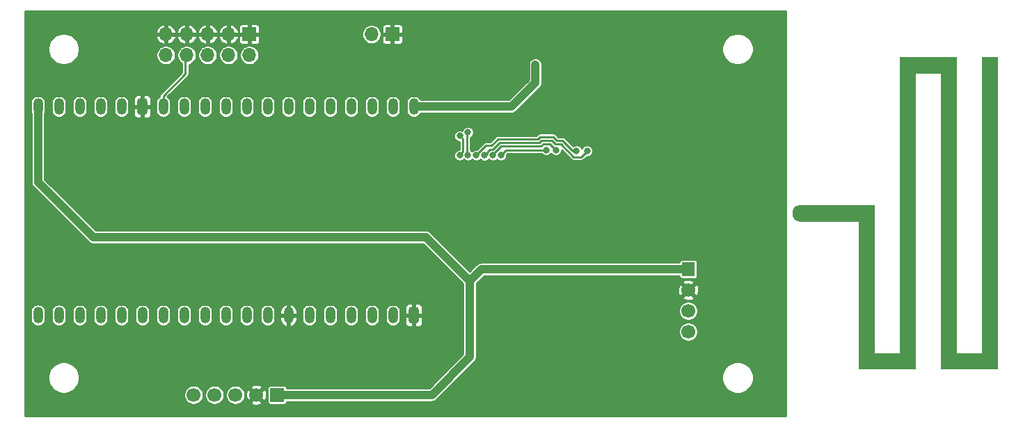
<source format=gbl>
G04 #@! TF.GenerationSoftware,KiCad,Pcbnew,5.1.10*
G04 #@! TF.CreationDate,2021-12-29T16:53:06+01:00*
G04 #@! TF.ProjectId,meshtastic_jtag,6d657368-7461-4737-9469-635f6a746167,rev?*
G04 #@! TF.SameCoordinates,Original*
G04 #@! TF.FileFunction,Copper,L2,Bot*
G04 #@! TF.FilePolarity,Positive*
%FSLAX46Y46*%
G04 Gerber Fmt 4.6, Leading zero omitted, Abs format (unit mm)*
G04 Created by KiCad (PCBNEW 5.1.10) date 2021-12-29 16:53:06*
%MOMM*%
%LPD*%
G01*
G04 APERTURE LIST*
G04 #@! TA.AperFunction,EtchedComponent*
%ADD10C,0.100000*%
G04 #@! TD*
G04 #@! TA.AperFunction,ComponentPad*
%ADD11C,1.700000*%
G04 #@! TD*
G04 #@! TA.AperFunction,ComponentPad*
%ADD12R,1.524000X1.700000*%
G04 #@! TD*
G04 #@! TA.AperFunction,ComponentPad*
%ADD13R,1.700000X1.700000*%
G04 #@! TD*
G04 #@! TA.AperFunction,ComponentPad*
%ADD14O,1.200000X2.000000*%
G04 #@! TD*
G04 #@! TA.AperFunction,ComponentPad*
%ADD15O,1.700000X1.700000*%
G04 #@! TD*
G04 #@! TA.AperFunction,ComponentPad*
%ADD16R,0.808000X0.808000*%
G04 #@! TD*
G04 #@! TA.AperFunction,ViaPad*
%ADD17C,0.800000*%
G04 #@! TD*
G04 #@! TA.AperFunction,Conductor*
%ADD18C,0.250000*%
G04 #@! TD*
G04 #@! TA.AperFunction,Conductor*
%ADD19C,0.200000*%
G04 #@! TD*
G04 #@! TA.AperFunction,Conductor*
%ADD20C,1.000000*%
G04 #@! TD*
G04 #@! TA.AperFunction,Conductor*
%ADD21C,0.100000*%
G04 #@! TD*
G04 APERTURE END LIST*
D10*
G36*
X218700000Y-96000000D02*
G01*
X218700000Y-98000000D01*
X227700000Y-98000000D01*
X227700000Y-96000000D01*
X218700000Y-96000000D01*
G37*
G36*
X225700000Y-98000000D02*
G01*
X225700000Y-116000000D01*
X227700000Y-116000000D01*
X227700000Y-98000000D01*
X225700000Y-98000000D01*
G37*
G36*
X227700000Y-114000000D02*
G01*
X227700000Y-116000000D01*
X230700000Y-116000000D01*
X230700000Y-114000000D01*
X227700000Y-114000000D01*
G37*
G36*
X230700000Y-78000000D02*
G01*
X230700000Y-116000000D01*
X232700000Y-116000000D01*
X232700000Y-78000000D01*
X230700000Y-78000000D01*
G37*
G36*
X232700000Y-78000000D02*
G01*
X232700000Y-80000000D01*
X235700000Y-80000000D01*
X235700000Y-78000000D01*
X232700000Y-78000000D01*
G37*
G36*
X235700000Y-78000000D02*
G01*
X235700000Y-116000000D01*
X237700000Y-116000000D01*
X237700000Y-78000000D01*
X235700000Y-78000000D01*
G37*
G36*
X237700000Y-114000000D02*
G01*
X237700000Y-116000000D01*
X242700000Y-116000000D01*
X242700000Y-114000000D01*
X237700000Y-114000000D01*
G37*
G36*
X240700000Y-78000000D02*
G01*
X240700000Y-114000000D01*
X242700000Y-114000000D01*
X242700000Y-78000000D01*
X240700000Y-78000000D01*
G37*
D11*
X205000000Y-111410000D03*
X205000000Y-108870000D03*
X205000000Y-106330000D03*
D12*
X205000000Y-103790000D03*
D11*
X144820000Y-119100000D03*
X147360000Y-119100000D03*
X149900000Y-119100000D03*
X152440000Y-119100000D03*
D13*
X154980000Y-119100000D03*
G04 #@! TA.AperFunction,ComponentPad*
G36*
G01*
X172197280Y-108703680D02*
X172197280Y-110103680D01*
G75*
G02*
X171897280Y-110403680I-300000J0D01*
G01*
X171297280Y-110403680D01*
G75*
G02*
X170997280Y-110103680I0J300000D01*
G01*
X170997280Y-108703680D01*
G75*
G02*
X171297280Y-108403680I300000J0D01*
G01*
X171897280Y-108403680D01*
G75*
G02*
X172197280Y-108703680I0J-300000D01*
G01*
G37*
G04 #@! TD.AperFunction*
D14*
X169057280Y-109403680D03*
X166517280Y-109403680D03*
X163977280Y-109403680D03*
X161437280Y-109403680D03*
X158897280Y-109403680D03*
X156357280Y-109403680D03*
X153817280Y-109403680D03*
X151277280Y-109403680D03*
X148737280Y-109403680D03*
X146197280Y-109403680D03*
X143657280Y-109403680D03*
X141117280Y-109403680D03*
X138577280Y-109403680D03*
X136037280Y-109403680D03*
X133497280Y-109403680D03*
X130957280Y-109403680D03*
X128420000Y-109400000D03*
X125880000Y-109400000D03*
X125877280Y-84003680D03*
X128417280Y-84003680D03*
X130957280Y-84003680D03*
X133497280Y-84003680D03*
X136037280Y-84003680D03*
G04 #@! TA.AperFunction,ComponentPad*
G36*
G01*
X139177280Y-83303680D02*
X139177280Y-84703680D01*
G75*
G02*
X138877280Y-85003680I-300000J0D01*
G01*
X138277280Y-85003680D01*
G75*
G02*
X137977280Y-84703680I0J300000D01*
G01*
X137977280Y-83303680D01*
G75*
G02*
X138277280Y-83003680I300000J0D01*
G01*
X138877280Y-83003680D01*
G75*
G02*
X139177280Y-83303680I0J-300000D01*
G01*
G37*
G04 #@! TD.AperFunction*
X141117280Y-84003680D03*
X143657280Y-84003680D03*
X146197280Y-84003680D03*
X148737280Y-84003680D03*
X151277280Y-84003680D03*
X153817280Y-84003680D03*
X156357280Y-84003680D03*
X158897280Y-84003680D03*
X161437280Y-84003680D03*
X163977280Y-84003680D03*
X166517280Y-84003680D03*
X169057280Y-84003680D03*
X171597280Y-84003680D03*
D15*
X141440000Y-77740000D03*
X141440000Y-75200000D03*
X143980000Y-77740000D03*
X143980000Y-75200000D03*
X146520000Y-77740000D03*
X146520000Y-75200000D03*
X149060000Y-77740000D03*
X149060000Y-75200000D03*
X151600000Y-77740000D03*
D13*
X151600000Y-75200000D03*
D15*
X166460000Y-75200000D03*
D13*
X169000000Y-75200000D03*
D16*
X218160000Y-97000000D03*
X220700000Y-97000000D03*
X222700000Y-97000000D03*
X224700000Y-97000000D03*
X226700000Y-97000000D03*
X226700000Y-99000000D03*
X226700000Y-101000000D03*
X226700000Y-103000000D03*
X226700000Y-105000000D03*
X226700000Y-107000000D03*
X226700000Y-109000000D03*
X226700000Y-111000000D03*
X226700000Y-113000000D03*
X227200000Y-115000000D03*
X229200000Y-115000000D03*
X231200000Y-115000000D03*
X231700000Y-113000000D03*
X231700000Y-111000000D03*
X231700000Y-109000000D03*
X231700000Y-107000000D03*
X231700000Y-105000000D03*
X231700000Y-103000000D03*
X231700000Y-101000000D03*
X231700000Y-99000000D03*
X231700000Y-97000000D03*
X231700000Y-95000000D03*
X231700000Y-93000000D03*
X231700000Y-91000000D03*
X231700000Y-89000000D03*
X231700000Y-87000000D03*
X231700000Y-85000000D03*
X231700000Y-83000000D03*
X231700000Y-81000000D03*
X232200000Y-79000000D03*
X234200000Y-79000000D03*
X236200000Y-79000000D03*
X236700000Y-81000000D03*
X236700000Y-83000000D03*
X236700000Y-85000000D03*
X236700000Y-87000000D03*
X236700000Y-89000000D03*
X236700000Y-91000000D03*
X236700000Y-93000000D03*
X236700000Y-95000000D03*
X236700000Y-97000000D03*
X236700000Y-99000000D03*
X236700000Y-101000000D03*
X236700000Y-103000000D03*
X236700000Y-105000000D03*
X236700000Y-107000000D03*
X236700000Y-109000000D03*
X237200000Y-115000000D03*
X236700000Y-111000000D03*
X236700000Y-113000000D03*
X239200000Y-115000000D03*
X241200000Y-115000000D03*
X241700000Y-113000000D03*
X241700000Y-111000000D03*
X241700000Y-109000000D03*
X241700000Y-107000000D03*
X241700000Y-105000000D03*
X241700000Y-103000000D03*
X241700000Y-101000000D03*
X241700000Y-99000000D03*
X241700000Y-97000000D03*
X241700000Y-95000000D03*
X241700000Y-93000000D03*
X241700000Y-91000000D03*
X241700000Y-89000000D03*
X241700000Y-87000000D03*
X241700000Y-85000000D03*
X241700000Y-83000000D03*
X241700000Y-81000000D03*
X241700000Y-79000000D03*
G04 #@! TA.AperFunction,SMDPad,CuDef*
G36*
G01*
X218450000Y-96000000D02*
X218950000Y-96000000D01*
G75*
G02*
X219700000Y-96750000I0J-750000D01*
G01*
X219700000Y-97250000D01*
G75*
G02*
X218950000Y-98000000I-750000J0D01*
G01*
X218450000Y-98000000D01*
G75*
G02*
X217700000Y-97250000I0J750000D01*
G01*
X217700000Y-96750000D01*
G75*
G02*
X218450000Y-96000000I750000J0D01*
G01*
G37*
G04 #@! TD.AperFunction*
D17*
X216600000Y-94950000D03*
X216600000Y-93950000D03*
X216600000Y-91950000D03*
X216600000Y-89950000D03*
X216600000Y-87950000D03*
X216600000Y-85950000D03*
X216600000Y-83950000D03*
X216600000Y-81950000D03*
X216600000Y-79950000D03*
X216600000Y-73950000D03*
X216600000Y-100250000D03*
X216600000Y-102250000D03*
X216600000Y-104250000D03*
X216600000Y-106250000D03*
X216600000Y-108250000D03*
X216600000Y-110250000D03*
X216600000Y-112250000D03*
X216600000Y-114250000D03*
X216600000Y-120250000D03*
X198100000Y-90900000D03*
X198100000Y-91700000D03*
X201500000Y-90900000D03*
X201500000Y-91700000D03*
X216600000Y-95800000D03*
X215500000Y-95865000D03*
X214500000Y-95865000D03*
X213500000Y-95865000D03*
X212500000Y-95865000D03*
X211500000Y-95865000D03*
X210500000Y-95865000D03*
X209500000Y-95865000D03*
X208500000Y-95865000D03*
X207500000Y-95865000D03*
X206500000Y-95865000D03*
X205500000Y-95865000D03*
X204500000Y-95865000D03*
X203500000Y-95865000D03*
X202652567Y-95247433D03*
X201952567Y-94547433D03*
X201252567Y-93847433D03*
X212800000Y-98135000D03*
X211800000Y-98135000D03*
X210800000Y-98135000D03*
X209800000Y-98135000D03*
X208800000Y-98135000D03*
X207800000Y-98135000D03*
X206800000Y-98135000D03*
X205800000Y-98135000D03*
X204800000Y-98135000D03*
X203800000Y-98135000D03*
X202800000Y-98135000D03*
X201897433Y-97702567D03*
X201197433Y-97002567D03*
X200497433Y-96302567D03*
X199797433Y-95602567D03*
X199097433Y-94902567D03*
X198679999Y-93994115D03*
X198679999Y-93100000D03*
X214600000Y-98300000D03*
X215600000Y-98300000D03*
X212800000Y-99000000D03*
X213700000Y-99200000D03*
X216600000Y-99200000D03*
X198000000Y-80000000D03*
X196000000Y-80000000D03*
X194000000Y-80000000D03*
X192000000Y-80000000D03*
X192000000Y-82000000D03*
X192000000Y-84000000D03*
X192000000Y-86000000D03*
X192000000Y-88000000D03*
X194000000Y-88000000D03*
X196000000Y-88000000D03*
X198000000Y-88000000D03*
X200000000Y-88000000D03*
X200000000Y-86000000D03*
X200000000Y-84000000D03*
X200000000Y-80000000D03*
X200000000Y-82000000D03*
X198000000Y-82000000D03*
X196000000Y-82000000D03*
X194000000Y-82000000D03*
X194000000Y-84000000D03*
X196000000Y-84000000D03*
X198000000Y-84000000D03*
X196000000Y-86000000D03*
X198000000Y-86000000D03*
X194000000Y-86000000D03*
X216600000Y-116250000D03*
X216600000Y-118250000D03*
X216600000Y-77950000D03*
X216600000Y-75950000D03*
X198679999Y-92300000D03*
X200949999Y-93100000D03*
X200949999Y-92300000D03*
X187700000Y-89300000D03*
X182212578Y-89925020D03*
X188900000Y-89300000D03*
X181212575Y-89925020D03*
X180212654Y-89937671D03*
X192700000Y-89400000D03*
X179200000Y-89925020D03*
X191400000Y-89400000D03*
X178199066Y-89925020D03*
X178170145Y-87124990D03*
X177199063Y-89925020D03*
X177200000Y-87575000D03*
X186400000Y-78900000D03*
X186400000Y-79700000D03*
D18*
X216600000Y-94950000D02*
X216600000Y-93950000D01*
D19*
X198100000Y-90900000D02*
X198100000Y-91700000D01*
X215724649Y-95800000D02*
X215578471Y-95946178D01*
X216600000Y-95800000D02*
X215724649Y-95800000D01*
X213547867Y-95912867D02*
X213500000Y-95865000D01*
X214526140Y-95912867D02*
X213547867Y-95912867D01*
X212500000Y-95865000D02*
X211500000Y-95865000D01*
X210500000Y-95865000D02*
X209500000Y-95865000D01*
X208500000Y-95865000D02*
X207500000Y-95865000D01*
X206500000Y-95865000D02*
X205500000Y-95865000D01*
X204500000Y-95865000D02*
X203500000Y-95865000D01*
X202652567Y-95247433D02*
X201952567Y-94547433D01*
X212800000Y-98135000D02*
X211800000Y-98135000D01*
X210800000Y-98135000D02*
X209800000Y-98135000D01*
X208800000Y-98135000D02*
X207800000Y-98135000D01*
X206800000Y-98135000D02*
X205800000Y-98135000D01*
X204800000Y-98135000D02*
X203800000Y-98135000D01*
X202329866Y-98135000D02*
X201897433Y-97702567D01*
X202800000Y-98135000D02*
X202329866Y-98135000D01*
X201197433Y-97002567D02*
X200497433Y-96302567D01*
X199797433Y-95602567D02*
X199097433Y-94902567D01*
X198679999Y-93994115D02*
X198679999Y-93100000D01*
X214600000Y-98300000D02*
X215800000Y-98300000D01*
X212800000Y-98135000D02*
X212800000Y-99000000D01*
X216600000Y-100250000D02*
X216600000Y-99200000D01*
X198000000Y-80000000D02*
X196000000Y-80000000D01*
X194000000Y-80000000D02*
X192000000Y-80000000D01*
X192000000Y-82000000D02*
X192000000Y-84000000D01*
X192000000Y-86000000D02*
X192000000Y-88000000D01*
X194000000Y-88000000D02*
X196000000Y-88000000D01*
X198000000Y-88000000D02*
X200000000Y-88000000D01*
X200000000Y-88000000D02*
X200000000Y-86000000D01*
X200000000Y-84000000D02*
X200000000Y-82000000D01*
X200000000Y-82000000D02*
X200000000Y-80000000D01*
X200000000Y-82000000D02*
X198000000Y-82000000D01*
X196000000Y-82000000D02*
X194000000Y-82000000D01*
X194000000Y-84000000D02*
X196000000Y-84000000D01*
X198000000Y-84000000D02*
X198000000Y-86000000D01*
X198000000Y-86000000D02*
X196000000Y-86000000D01*
X198679999Y-93100000D02*
X198679999Y-92300000D01*
X200949999Y-93100000D02*
X200949999Y-92300000D01*
D18*
X187700000Y-89300000D02*
X182800000Y-89300000D01*
X182212578Y-89887422D02*
X182212578Y-89925020D01*
X182800000Y-89300000D02*
X182212578Y-89887422D01*
X181425020Y-89925020D02*
X181487577Y-89862463D01*
X181212575Y-89925020D02*
X181425020Y-89925020D01*
X188174999Y-88574999D02*
X188900000Y-89300000D01*
X187351999Y-88574999D02*
X188174999Y-88574999D01*
X187077008Y-88849990D02*
X187351999Y-88574999D01*
X182214606Y-88849990D02*
X187077008Y-88849990D01*
X181212575Y-89852021D02*
X181832298Y-89232298D01*
X181212575Y-89925020D02*
X181212575Y-89852021D01*
X181832298Y-89232298D02*
X182214606Y-88849990D01*
X181487577Y-89577019D02*
X181832298Y-89232298D01*
X191974999Y-90125001D02*
X192700000Y-89400000D01*
X180212654Y-89937671D02*
X180362329Y-89937671D01*
X180487574Y-89577019D02*
X180864574Y-89200019D01*
X180487574Y-89812426D02*
X180487574Y-89577019D01*
X182028206Y-88399980D02*
X186890608Y-88399980D01*
X180864574Y-89200019D02*
X181228167Y-89200019D01*
X186890608Y-88399980D02*
X187165599Y-88124989D01*
X181228167Y-89200019D02*
X182028206Y-88399980D01*
X180362329Y-89937671D02*
X180487574Y-89812426D01*
X187165599Y-88124989D02*
X188361399Y-88124989D01*
X191051999Y-90125001D02*
X191974999Y-90125001D01*
X188361399Y-88124989D02*
X188811409Y-88574999D01*
X189501997Y-88574999D02*
X191051999Y-90125001D01*
X188811409Y-88574999D02*
X189501997Y-88574999D01*
X180375009Y-88750009D02*
X180112509Y-89012509D01*
X181841805Y-87949971D02*
X181041767Y-88750009D01*
X186704208Y-87949970D02*
X181841805Y-87949971D01*
X180112509Y-89012509D02*
X179200000Y-89925020D01*
X188547799Y-87674979D02*
X186979198Y-87674980D01*
X181041767Y-88750009D02*
X180375009Y-88750009D01*
X188997809Y-88124989D02*
X188547799Y-87674979D01*
X186979198Y-87674980D02*
X186704208Y-87949970D01*
X189688397Y-88124989D02*
X188997809Y-88124989D01*
X190963408Y-89400000D02*
X189688397Y-88124989D01*
X191400000Y-89400000D02*
X190963408Y-89400000D01*
D20*
X173100000Y-99900000D02*
X178400000Y-105200000D01*
X132600000Y-99900000D02*
X173100000Y-99900000D01*
X125877280Y-93177280D02*
X132600000Y-99900000D01*
X125877280Y-84003680D02*
X125877280Y-93177280D01*
X171400000Y-119100000D02*
X173100000Y-119100000D01*
X179810000Y-103790000D02*
X178400000Y-105200000D01*
X205000000Y-103790000D02*
X179810000Y-103790000D01*
X170200000Y-119100000D02*
X173800000Y-119100000D01*
X154980000Y-119100000D02*
X170200000Y-119100000D01*
X170200000Y-119100000D02*
X171400000Y-119100000D01*
X178400000Y-114500000D02*
X178400000Y-105200000D01*
X173800000Y-119100000D02*
X178400000Y-114500000D01*
D18*
X141117280Y-84003680D02*
X141117280Y-82682720D01*
X141117280Y-82682720D02*
X143800000Y-80000000D01*
X143800000Y-80000000D02*
X143800000Y-77800000D01*
X178199066Y-89699066D02*
X178050010Y-89550010D01*
X178199066Y-89925020D02*
X178199066Y-89699066D01*
X178050010Y-87245125D02*
X178170145Y-87124990D01*
X178050010Y-89550010D02*
X178050010Y-87245125D01*
X177199063Y-87575937D02*
X177200000Y-87575000D01*
X177199063Y-89852021D02*
X177199063Y-89925020D01*
X177600000Y-89451084D02*
X177199063Y-89852021D01*
X177600000Y-87975000D02*
X177600000Y-89451084D01*
X177200000Y-87575000D02*
X177600000Y-87975000D01*
D20*
X171597280Y-84003680D02*
X178003680Y-84003680D01*
X171597280Y-84003680D02*
X181546320Y-84003680D01*
X171597280Y-84003680D02*
X183496320Y-84003680D01*
X183496320Y-84003680D02*
X186400000Y-81100000D01*
X186400000Y-79700000D02*
X186400000Y-78900000D01*
X186400000Y-81100000D02*
X186400000Y-79700000D01*
D18*
X216875000Y-121650000D02*
X124350000Y-121650000D01*
X124350000Y-118984273D01*
X143645000Y-118984273D01*
X143645000Y-119215727D01*
X143690155Y-119442735D01*
X143778729Y-119656571D01*
X143907318Y-119849019D01*
X144070981Y-120012682D01*
X144263429Y-120141271D01*
X144477265Y-120229845D01*
X144704273Y-120275000D01*
X144935727Y-120275000D01*
X145162735Y-120229845D01*
X145376571Y-120141271D01*
X145569019Y-120012682D01*
X145732682Y-119849019D01*
X145861271Y-119656571D01*
X145949845Y-119442735D01*
X145995000Y-119215727D01*
X145995000Y-118984273D01*
X146185000Y-118984273D01*
X146185000Y-119215727D01*
X146230155Y-119442735D01*
X146318729Y-119656571D01*
X146447318Y-119849019D01*
X146610981Y-120012682D01*
X146803429Y-120141271D01*
X147017265Y-120229845D01*
X147244273Y-120275000D01*
X147475727Y-120275000D01*
X147702735Y-120229845D01*
X147916571Y-120141271D01*
X148109019Y-120012682D01*
X148272682Y-119849019D01*
X148401271Y-119656571D01*
X148489845Y-119442735D01*
X148535000Y-119215727D01*
X148535000Y-118984273D01*
X148725000Y-118984273D01*
X148725000Y-119215727D01*
X148770155Y-119442735D01*
X148858729Y-119656571D01*
X148987318Y-119849019D01*
X149150981Y-120012682D01*
X149343429Y-120141271D01*
X149557265Y-120229845D01*
X149784273Y-120275000D01*
X150015727Y-120275000D01*
X150242735Y-120229845D01*
X150456571Y-120141271D01*
X150646347Y-120014467D01*
X151702310Y-120014467D01*
X151791668Y-120205016D01*
X152019704Y-120310266D01*
X152263890Y-120369007D01*
X152514844Y-120378981D01*
X152762923Y-120339804D01*
X152998592Y-120252983D01*
X153088332Y-120205016D01*
X153177690Y-120014467D01*
X152440000Y-119276777D01*
X151702310Y-120014467D01*
X150646347Y-120014467D01*
X150649019Y-120012682D01*
X150812682Y-119849019D01*
X150941271Y-119656571D01*
X151029845Y-119442735D01*
X151075000Y-119215727D01*
X151075000Y-119174844D01*
X151161019Y-119174844D01*
X151200196Y-119422923D01*
X151287017Y-119658592D01*
X151334984Y-119748332D01*
X151525533Y-119837690D01*
X152263223Y-119100000D01*
X152616777Y-119100000D01*
X153354467Y-119837690D01*
X153545016Y-119748332D01*
X153650266Y-119520296D01*
X153709007Y-119276110D01*
X153718981Y-119025156D01*
X153679804Y-118777077D01*
X153592983Y-118541408D01*
X153545016Y-118451668D01*
X153354467Y-118362310D01*
X152616777Y-119100000D01*
X152263223Y-119100000D01*
X151525533Y-118362310D01*
X151334984Y-118451668D01*
X151229734Y-118679704D01*
X151170993Y-118923890D01*
X151161019Y-119174844D01*
X151075000Y-119174844D01*
X151075000Y-118984273D01*
X151029845Y-118757265D01*
X150941271Y-118543429D01*
X150812682Y-118350981D01*
X150649019Y-118187318D01*
X150646348Y-118185533D01*
X151702310Y-118185533D01*
X152440000Y-118923223D01*
X153177690Y-118185533D01*
X153088332Y-117994984D01*
X152860296Y-117889734D01*
X152616110Y-117830993D01*
X152365156Y-117821019D01*
X152117077Y-117860196D01*
X151881408Y-117947017D01*
X151791668Y-117994984D01*
X151702310Y-118185533D01*
X150646348Y-118185533D01*
X150456571Y-118058729D01*
X150242735Y-117970155D01*
X150015727Y-117925000D01*
X149784273Y-117925000D01*
X149557265Y-117970155D01*
X149343429Y-118058729D01*
X149150981Y-118187318D01*
X148987318Y-118350981D01*
X148858729Y-118543429D01*
X148770155Y-118757265D01*
X148725000Y-118984273D01*
X148535000Y-118984273D01*
X148489845Y-118757265D01*
X148401271Y-118543429D01*
X148272682Y-118350981D01*
X148109019Y-118187318D01*
X147916571Y-118058729D01*
X147702735Y-117970155D01*
X147475727Y-117925000D01*
X147244273Y-117925000D01*
X147017265Y-117970155D01*
X146803429Y-118058729D01*
X146610981Y-118187318D01*
X146447318Y-118350981D01*
X146318729Y-118543429D01*
X146230155Y-118757265D01*
X146185000Y-118984273D01*
X145995000Y-118984273D01*
X145949845Y-118757265D01*
X145861271Y-118543429D01*
X145732682Y-118350981D01*
X145569019Y-118187318D01*
X145376571Y-118058729D01*
X145162735Y-117970155D01*
X144935727Y-117925000D01*
X144704273Y-117925000D01*
X144477265Y-117970155D01*
X144263429Y-118058729D01*
X144070981Y-118187318D01*
X143907318Y-118350981D01*
X143778729Y-118543429D01*
X143690155Y-118757265D01*
X143645000Y-118984273D01*
X124350000Y-118984273D01*
X124350000Y-116810404D01*
X127075000Y-116810404D01*
X127075000Y-117189596D01*
X127148977Y-117561502D01*
X127294087Y-117911829D01*
X127504755Y-118227116D01*
X127772884Y-118495245D01*
X128088171Y-118705913D01*
X128438498Y-118851023D01*
X128810404Y-118925000D01*
X129189596Y-118925000D01*
X129561502Y-118851023D01*
X129911829Y-118705913D01*
X130227116Y-118495245D01*
X130495245Y-118227116D01*
X130705913Y-117911829D01*
X130851023Y-117561502D01*
X130925000Y-117189596D01*
X130925000Y-116810404D01*
X130851023Y-116438498D01*
X130705913Y-116088171D01*
X130495245Y-115772884D01*
X130227116Y-115504755D01*
X129911829Y-115294087D01*
X129561502Y-115148977D01*
X129189596Y-115075000D01*
X128810404Y-115075000D01*
X128438498Y-115148977D01*
X128088171Y-115294087D01*
X127772884Y-115504755D01*
X127504755Y-115772884D01*
X127294087Y-116088171D01*
X127148977Y-116438498D01*
X127075000Y-116810404D01*
X124350000Y-116810404D01*
X124350000Y-108954565D01*
X124955000Y-108954565D01*
X124955000Y-109845434D01*
X124968385Y-109981331D01*
X125021277Y-110155694D01*
X125107170Y-110316388D01*
X125222762Y-110457238D01*
X125363611Y-110572830D01*
X125524305Y-110658723D01*
X125698668Y-110711615D01*
X125880000Y-110729475D01*
X126061331Y-110711615D01*
X126235694Y-110658723D01*
X126396388Y-110572830D01*
X126537238Y-110457238D01*
X126652830Y-110316389D01*
X126738723Y-110155695D01*
X126791615Y-109981332D01*
X126805000Y-109845435D01*
X126805000Y-108954565D01*
X127495000Y-108954565D01*
X127495000Y-109845434D01*
X127508385Y-109981331D01*
X127561277Y-110155694D01*
X127647170Y-110316388D01*
X127762762Y-110457238D01*
X127903611Y-110572830D01*
X128064305Y-110658723D01*
X128238668Y-110711615D01*
X128420000Y-110729475D01*
X128601331Y-110711615D01*
X128775694Y-110658723D01*
X128936388Y-110572830D01*
X129077238Y-110457238D01*
X129192830Y-110316389D01*
X129278723Y-110155695D01*
X129331615Y-109981332D01*
X129345000Y-109845435D01*
X129345000Y-108958245D01*
X130032280Y-108958245D01*
X130032280Y-109849114D01*
X130045665Y-109985011D01*
X130098557Y-110159374D01*
X130184450Y-110320068D01*
X130300042Y-110460918D01*
X130440891Y-110576510D01*
X130601585Y-110662403D01*
X130775948Y-110715295D01*
X130957280Y-110733155D01*
X131138611Y-110715295D01*
X131312974Y-110662403D01*
X131473668Y-110576510D01*
X131614518Y-110460918D01*
X131730110Y-110320069D01*
X131816003Y-110159375D01*
X131868895Y-109985012D01*
X131882280Y-109849115D01*
X131882280Y-108958245D01*
X132572280Y-108958245D01*
X132572280Y-109849114D01*
X132585665Y-109985011D01*
X132638557Y-110159374D01*
X132724450Y-110320068D01*
X132840042Y-110460918D01*
X132980891Y-110576510D01*
X133141585Y-110662403D01*
X133315948Y-110715295D01*
X133497280Y-110733155D01*
X133678611Y-110715295D01*
X133852974Y-110662403D01*
X134013668Y-110576510D01*
X134154518Y-110460918D01*
X134270110Y-110320069D01*
X134356003Y-110159375D01*
X134408895Y-109985012D01*
X134422280Y-109849115D01*
X134422280Y-108958245D01*
X135112280Y-108958245D01*
X135112280Y-109849114D01*
X135125665Y-109985011D01*
X135178557Y-110159374D01*
X135264450Y-110320068D01*
X135380042Y-110460918D01*
X135520891Y-110576510D01*
X135681585Y-110662403D01*
X135855948Y-110715295D01*
X136037280Y-110733155D01*
X136218611Y-110715295D01*
X136392974Y-110662403D01*
X136553668Y-110576510D01*
X136694518Y-110460918D01*
X136810110Y-110320069D01*
X136896003Y-110159375D01*
X136948895Y-109985012D01*
X136962280Y-109849115D01*
X136962280Y-108958245D01*
X137652280Y-108958245D01*
X137652280Y-109849114D01*
X137665665Y-109985011D01*
X137718557Y-110159374D01*
X137804450Y-110320068D01*
X137920042Y-110460918D01*
X138060891Y-110576510D01*
X138221585Y-110662403D01*
X138395948Y-110715295D01*
X138577280Y-110733155D01*
X138758611Y-110715295D01*
X138932974Y-110662403D01*
X139093668Y-110576510D01*
X139234518Y-110460918D01*
X139350110Y-110320069D01*
X139436003Y-110159375D01*
X139488895Y-109985012D01*
X139502280Y-109849115D01*
X139502280Y-108958245D01*
X140192280Y-108958245D01*
X140192280Y-109849114D01*
X140205665Y-109985011D01*
X140258557Y-110159374D01*
X140344450Y-110320068D01*
X140460042Y-110460918D01*
X140600891Y-110576510D01*
X140761585Y-110662403D01*
X140935948Y-110715295D01*
X141117280Y-110733155D01*
X141298611Y-110715295D01*
X141472974Y-110662403D01*
X141633668Y-110576510D01*
X141774518Y-110460918D01*
X141890110Y-110320069D01*
X141976003Y-110159375D01*
X142028895Y-109985012D01*
X142042280Y-109849115D01*
X142042280Y-108958245D01*
X142732280Y-108958245D01*
X142732280Y-109849114D01*
X142745665Y-109985011D01*
X142798557Y-110159374D01*
X142884450Y-110320068D01*
X143000042Y-110460918D01*
X143140891Y-110576510D01*
X143301585Y-110662403D01*
X143475948Y-110715295D01*
X143657280Y-110733155D01*
X143838611Y-110715295D01*
X144012974Y-110662403D01*
X144173668Y-110576510D01*
X144314518Y-110460918D01*
X144430110Y-110320069D01*
X144516003Y-110159375D01*
X144568895Y-109985012D01*
X144582280Y-109849115D01*
X144582280Y-108958245D01*
X145272280Y-108958245D01*
X145272280Y-109849114D01*
X145285665Y-109985011D01*
X145338557Y-110159374D01*
X145424450Y-110320068D01*
X145540042Y-110460918D01*
X145680891Y-110576510D01*
X145841585Y-110662403D01*
X146015948Y-110715295D01*
X146197280Y-110733155D01*
X146378611Y-110715295D01*
X146552974Y-110662403D01*
X146713668Y-110576510D01*
X146854518Y-110460918D01*
X146970110Y-110320069D01*
X147056003Y-110159375D01*
X147108895Y-109985012D01*
X147122280Y-109849115D01*
X147122280Y-108958245D01*
X147812280Y-108958245D01*
X147812280Y-109849114D01*
X147825665Y-109985011D01*
X147878557Y-110159374D01*
X147964450Y-110320068D01*
X148080042Y-110460918D01*
X148220891Y-110576510D01*
X148381585Y-110662403D01*
X148555948Y-110715295D01*
X148737280Y-110733155D01*
X148918611Y-110715295D01*
X149092974Y-110662403D01*
X149253668Y-110576510D01*
X149394518Y-110460918D01*
X149510110Y-110320069D01*
X149596003Y-110159375D01*
X149648895Y-109985012D01*
X149662280Y-109849115D01*
X149662280Y-108958245D01*
X150352280Y-108958245D01*
X150352280Y-109849114D01*
X150365665Y-109985011D01*
X150418557Y-110159374D01*
X150504450Y-110320068D01*
X150620042Y-110460918D01*
X150760891Y-110576510D01*
X150921585Y-110662403D01*
X151095948Y-110715295D01*
X151277280Y-110733155D01*
X151458611Y-110715295D01*
X151632974Y-110662403D01*
X151793668Y-110576510D01*
X151934518Y-110460918D01*
X152050110Y-110320069D01*
X152136003Y-110159375D01*
X152188895Y-109985012D01*
X152202280Y-109849115D01*
X152202280Y-108958245D01*
X152892280Y-108958245D01*
X152892280Y-109849114D01*
X152905665Y-109985011D01*
X152958557Y-110159374D01*
X153044450Y-110320068D01*
X153160042Y-110460918D01*
X153300891Y-110576510D01*
X153461585Y-110662403D01*
X153635948Y-110715295D01*
X153817280Y-110733155D01*
X153998611Y-110715295D01*
X154172974Y-110662403D01*
X154333668Y-110576510D01*
X154474518Y-110460918D01*
X154590110Y-110320069D01*
X154676003Y-110159375D01*
X154728895Y-109985012D01*
X154742280Y-109849115D01*
X154742280Y-109528680D01*
X155332280Y-109528680D01*
X155332280Y-109928680D01*
X155376361Y-110126246D01*
X155458139Y-110311416D01*
X155574470Y-110477074D01*
X155720884Y-110616854D01*
X155891755Y-110725384D01*
X156074671Y-110788949D01*
X156232280Y-110713887D01*
X156232280Y-109528680D01*
X156482280Y-109528680D01*
X156482280Y-110713887D01*
X156639889Y-110788949D01*
X156822805Y-110725384D01*
X156993676Y-110616854D01*
X157140090Y-110477074D01*
X157256421Y-110311416D01*
X157338199Y-110126246D01*
X157382280Y-109928680D01*
X157382280Y-109528680D01*
X156482280Y-109528680D01*
X156232280Y-109528680D01*
X155332280Y-109528680D01*
X154742280Y-109528680D01*
X154742280Y-108958245D01*
X154734444Y-108878680D01*
X155332280Y-108878680D01*
X155332280Y-109278680D01*
X156232280Y-109278680D01*
X156232280Y-108093473D01*
X156482280Y-108093473D01*
X156482280Y-109278680D01*
X157382280Y-109278680D01*
X157382280Y-108958245D01*
X157972280Y-108958245D01*
X157972280Y-109849114D01*
X157985665Y-109985011D01*
X158038557Y-110159374D01*
X158124450Y-110320068D01*
X158240042Y-110460918D01*
X158380891Y-110576510D01*
X158541585Y-110662403D01*
X158715948Y-110715295D01*
X158897280Y-110733155D01*
X159078611Y-110715295D01*
X159252974Y-110662403D01*
X159413668Y-110576510D01*
X159554518Y-110460918D01*
X159670110Y-110320069D01*
X159756003Y-110159375D01*
X159808895Y-109985012D01*
X159822280Y-109849115D01*
X159822280Y-108958245D01*
X160512280Y-108958245D01*
X160512280Y-109849114D01*
X160525665Y-109985011D01*
X160578557Y-110159374D01*
X160664450Y-110320068D01*
X160780042Y-110460918D01*
X160920891Y-110576510D01*
X161081585Y-110662403D01*
X161255948Y-110715295D01*
X161437280Y-110733155D01*
X161618611Y-110715295D01*
X161792974Y-110662403D01*
X161953668Y-110576510D01*
X162094518Y-110460918D01*
X162210110Y-110320069D01*
X162296003Y-110159375D01*
X162348895Y-109985012D01*
X162362280Y-109849115D01*
X162362280Y-108958245D01*
X163052280Y-108958245D01*
X163052280Y-109849114D01*
X163065665Y-109985011D01*
X163118557Y-110159374D01*
X163204450Y-110320068D01*
X163320042Y-110460918D01*
X163460891Y-110576510D01*
X163621585Y-110662403D01*
X163795948Y-110715295D01*
X163977280Y-110733155D01*
X164158611Y-110715295D01*
X164332974Y-110662403D01*
X164493668Y-110576510D01*
X164634518Y-110460918D01*
X164750110Y-110320069D01*
X164836003Y-110159375D01*
X164888895Y-109985012D01*
X164902280Y-109849115D01*
X164902280Y-108958245D01*
X165592280Y-108958245D01*
X165592280Y-109849114D01*
X165605665Y-109985011D01*
X165658557Y-110159374D01*
X165744450Y-110320068D01*
X165860042Y-110460918D01*
X166000891Y-110576510D01*
X166161585Y-110662403D01*
X166335948Y-110715295D01*
X166517280Y-110733155D01*
X166698611Y-110715295D01*
X166872974Y-110662403D01*
X167033668Y-110576510D01*
X167174518Y-110460918D01*
X167290110Y-110320069D01*
X167376003Y-110159375D01*
X167428895Y-109985012D01*
X167442280Y-109849115D01*
X167442280Y-108958245D01*
X168132280Y-108958245D01*
X168132280Y-109849114D01*
X168145665Y-109985011D01*
X168198557Y-110159374D01*
X168284450Y-110320068D01*
X168400042Y-110460918D01*
X168540891Y-110576510D01*
X168701585Y-110662403D01*
X168875948Y-110715295D01*
X169057280Y-110733155D01*
X169238611Y-110715295D01*
X169412974Y-110662403D01*
X169573668Y-110576510D01*
X169714518Y-110460918D01*
X169761492Y-110403680D01*
X170570224Y-110403680D01*
X170578430Y-110486994D01*
X170602732Y-110567107D01*
X170642196Y-110640940D01*
X170695306Y-110705654D01*
X170760020Y-110758764D01*
X170833853Y-110798228D01*
X170913966Y-110822530D01*
X170997280Y-110830736D01*
X171366030Y-110828680D01*
X171472280Y-110722430D01*
X171472280Y-109528680D01*
X171722280Y-109528680D01*
X171722280Y-110722430D01*
X171828530Y-110828680D01*
X172197280Y-110830736D01*
X172280594Y-110822530D01*
X172360707Y-110798228D01*
X172434540Y-110758764D01*
X172499254Y-110705654D01*
X172552364Y-110640940D01*
X172591828Y-110567107D01*
X172616130Y-110486994D01*
X172624336Y-110403680D01*
X172622280Y-109634930D01*
X172516030Y-109528680D01*
X171722280Y-109528680D01*
X171472280Y-109528680D01*
X170678530Y-109528680D01*
X170572280Y-109634930D01*
X170570224Y-110403680D01*
X169761492Y-110403680D01*
X169830110Y-110320069D01*
X169916003Y-110159375D01*
X169968895Y-109985012D01*
X169982280Y-109849115D01*
X169982280Y-108958245D01*
X169968895Y-108822348D01*
X169916003Y-108647985D01*
X169830110Y-108487291D01*
X169761493Y-108403680D01*
X170570224Y-108403680D01*
X170572280Y-109172430D01*
X170678530Y-109278680D01*
X171472280Y-109278680D01*
X171472280Y-108084930D01*
X171722280Y-108084930D01*
X171722280Y-109278680D01*
X172516030Y-109278680D01*
X172622280Y-109172430D01*
X172624336Y-108403680D01*
X172616130Y-108320366D01*
X172591828Y-108240253D01*
X172552364Y-108166420D01*
X172499254Y-108101706D01*
X172434540Y-108048596D01*
X172360707Y-108009132D01*
X172280594Y-107984830D01*
X172197280Y-107976624D01*
X171828530Y-107978680D01*
X171722280Y-108084930D01*
X171472280Y-108084930D01*
X171366030Y-107978680D01*
X170997280Y-107976624D01*
X170913966Y-107984830D01*
X170833853Y-108009132D01*
X170760020Y-108048596D01*
X170695306Y-108101706D01*
X170642196Y-108166420D01*
X170602732Y-108240253D01*
X170578430Y-108320366D01*
X170570224Y-108403680D01*
X169761493Y-108403680D01*
X169714518Y-108346442D01*
X169573669Y-108230850D01*
X169412975Y-108144957D01*
X169238612Y-108092065D01*
X169057280Y-108074205D01*
X168875949Y-108092065D01*
X168701586Y-108144957D01*
X168540892Y-108230850D01*
X168400043Y-108346442D01*
X168284451Y-108487291D01*
X168198558Y-108647985D01*
X168145666Y-108822348D01*
X168132280Y-108958245D01*
X167442280Y-108958245D01*
X167428895Y-108822348D01*
X167376003Y-108647985D01*
X167290110Y-108487291D01*
X167174518Y-108346442D01*
X167033669Y-108230850D01*
X166872975Y-108144957D01*
X166698612Y-108092065D01*
X166517280Y-108074205D01*
X166335949Y-108092065D01*
X166161586Y-108144957D01*
X166000892Y-108230850D01*
X165860043Y-108346442D01*
X165744451Y-108487291D01*
X165658558Y-108647985D01*
X165605666Y-108822348D01*
X165592280Y-108958245D01*
X164902280Y-108958245D01*
X164888895Y-108822348D01*
X164836003Y-108647985D01*
X164750110Y-108487291D01*
X164634518Y-108346442D01*
X164493669Y-108230850D01*
X164332975Y-108144957D01*
X164158612Y-108092065D01*
X163977280Y-108074205D01*
X163795949Y-108092065D01*
X163621586Y-108144957D01*
X163460892Y-108230850D01*
X163320043Y-108346442D01*
X163204451Y-108487291D01*
X163118558Y-108647985D01*
X163065666Y-108822348D01*
X163052280Y-108958245D01*
X162362280Y-108958245D01*
X162348895Y-108822348D01*
X162296003Y-108647985D01*
X162210110Y-108487291D01*
X162094518Y-108346442D01*
X161953669Y-108230850D01*
X161792975Y-108144957D01*
X161618612Y-108092065D01*
X161437280Y-108074205D01*
X161255949Y-108092065D01*
X161081586Y-108144957D01*
X160920892Y-108230850D01*
X160780043Y-108346442D01*
X160664451Y-108487291D01*
X160578558Y-108647985D01*
X160525666Y-108822348D01*
X160512280Y-108958245D01*
X159822280Y-108958245D01*
X159808895Y-108822348D01*
X159756003Y-108647985D01*
X159670110Y-108487291D01*
X159554518Y-108346442D01*
X159413669Y-108230850D01*
X159252975Y-108144957D01*
X159078612Y-108092065D01*
X158897280Y-108074205D01*
X158715949Y-108092065D01*
X158541586Y-108144957D01*
X158380892Y-108230850D01*
X158240043Y-108346442D01*
X158124451Y-108487291D01*
X158038558Y-108647985D01*
X157985666Y-108822348D01*
X157972280Y-108958245D01*
X157382280Y-108958245D01*
X157382280Y-108878680D01*
X157338199Y-108681114D01*
X157256421Y-108495944D01*
X157140090Y-108330286D01*
X156993676Y-108190506D01*
X156822805Y-108081976D01*
X156639889Y-108018411D01*
X156482280Y-108093473D01*
X156232280Y-108093473D01*
X156074671Y-108018411D01*
X155891755Y-108081976D01*
X155720884Y-108190506D01*
X155574470Y-108330286D01*
X155458139Y-108495944D01*
X155376361Y-108681114D01*
X155332280Y-108878680D01*
X154734444Y-108878680D01*
X154728895Y-108822348D01*
X154676003Y-108647985D01*
X154590110Y-108487291D01*
X154474518Y-108346442D01*
X154333669Y-108230850D01*
X154172975Y-108144957D01*
X153998612Y-108092065D01*
X153817280Y-108074205D01*
X153635949Y-108092065D01*
X153461586Y-108144957D01*
X153300892Y-108230850D01*
X153160043Y-108346442D01*
X153044451Y-108487291D01*
X152958558Y-108647985D01*
X152905666Y-108822348D01*
X152892280Y-108958245D01*
X152202280Y-108958245D01*
X152188895Y-108822348D01*
X152136003Y-108647985D01*
X152050110Y-108487291D01*
X151934518Y-108346442D01*
X151793669Y-108230850D01*
X151632975Y-108144957D01*
X151458612Y-108092065D01*
X151277280Y-108074205D01*
X151095949Y-108092065D01*
X150921586Y-108144957D01*
X150760892Y-108230850D01*
X150620043Y-108346442D01*
X150504451Y-108487291D01*
X150418558Y-108647985D01*
X150365666Y-108822348D01*
X150352280Y-108958245D01*
X149662280Y-108958245D01*
X149648895Y-108822348D01*
X149596003Y-108647985D01*
X149510110Y-108487291D01*
X149394518Y-108346442D01*
X149253669Y-108230850D01*
X149092975Y-108144957D01*
X148918612Y-108092065D01*
X148737280Y-108074205D01*
X148555949Y-108092065D01*
X148381586Y-108144957D01*
X148220892Y-108230850D01*
X148080043Y-108346442D01*
X147964451Y-108487291D01*
X147878558Y-108647985D01*
X147825666Y-108822348D01*
X147812280Y-108958245D01*
X147122280Y-108958245D01*
X147108895Y-108822348D01*
X147056003Y-108647985D01*
X146970110Y-108487291D01*
X146854518Y-108346442D01*
X146713669Y-108230850D01*
X146552975Y-108144957D01*
X146378612Y-108092065D01*
X146197280Y-108074205D01*
X146015949Y-108092065D01*
X145841586Y-108144957D01*
X145680892Y-108230850D01*
X145540043Y-108346442D01*
X145424451Y-108487291D01*
X145338558Y-108647985D01*
X145285666Y-108822348D01*
X145272280Y-108958245D01*
X144582280Y-108958245D01*
X144568895Y-108822348D01*
X144516003Y-108647985D01*
X144430110Y-108487291D01*
X144314518Y-108346442D01*
X144173669Y-108230850D01*
X144012975Y-108144957D01*
X143838612Y-108092065D01*
X143657280Y-108074205D01*
X143475949Y-108092065D01*
X143301586Y-108144957D01*
X143140892Y-108230850D01*
X143000043Y-108346442D01*
X142884451Y-108487291D01*
X142798558Y-108647985D01*
X142745666Y-108822348D01*
X142732280Y-108958245D01*
X142042280Y-108958245D01*
X142028895Y-108822348D01*
X141976003Y-108647985D01*
X141890110Y-108487291D01*
X141774518Y-108346442D01*
X141633669Y-108230850D01*
X141472975Y-108144957D01*
X141298612Y-108092065D01*
X141117280Y-108074205D01*
X140935949Y-108092065D01*
X140761586Y-108144957D01*
X140600892Y-108230850D01*
X140460043Y-108346442D01*
X140344451Y-108487291D01*
X140258558Y-108647985D01*
X140205666Y-108822348D01*
X140192280Y-108958245D01*
X139502280Y-108958245D01*
X139488895Y-108822348D01*
X139436003Y-108647985D01*
X139350110Y-108487291D01*
X139234518Y-108346442D01*
X139093669Y-108230850D01*
X138932975Y-108144957D01*
X138758612Y-108092065D01*
X138577280Y-108074205D01*
X138395949Y-108092065D01*
X138221586Y-108144957D01*
X138060892Y-108230850D01*
X137920043Y-108346442D01*
X137804451Y-108487291D01*
X137718558Y-108647985D01*
X137665666Y-108822348D01*
X137652280Y-108958245D01*
X136962280Y-108958245D01*
X136948895Y-108822348D01*
X136896003Y-108647985D01*
X136810110Y-108487291D01*
X136694518Y-108346442D01*
X136553669Y-108230850D01*
X136392975Y-108144957D01*
X136218612Y-108092065D01*
X136037280Y-108074205D01*
X135855949Y-108092065D01*
X135681586Y-108144957D01*
X135520892Y-108230850D01*
X135380043Y-108346442D01*
X135264451Y-108487291D01*
X135178558Y-108647985D01*
X135125666Y-108822348D01*
X135112280Y-108958245D01*
X134422280Y-108958245D01*
X134408895Y-108822348D01*
X134356003Y-108647985D01*
X134270110Y-108487291D01*
X134154518Y-108346442D01*
X134013669Y-108230850D01*
X133852975Y-108144957D01*
X133678612Y-108092065D01*
X133497280Y-108074205D01*
X133315949Y-108092065D01*
X133141586Y-108144957D01*
X132980892Y-108230850D01*
X132840043Y-108346442D01*
X132724451Y-108487291D01*
X132638558Y-108647985D01*
X132585666Y-108822348D01*
X132572280Y-108958245D01*
X131882280Y-108958245D01*
X131868895Y-108822348D01*
X131816003Y-108647985D01*
X131730110Y-108487291D01*
X131614518Y-108346442D01*
X131473669Y-108230850D01*
X131312975Y-108144957D01*
X131138612Y-108092065D01*
X130957280Y-108074205D01*
X130775949Y-108092065D01*
X130601586Y-108144957D01*
X130440892Y-108230850D01*
X130300043Y-108346442D01*
X130184451Y-108487291D01*
X130098558Y-108647985D01*
X130045666Y-108822348D01*
X130032280Y-108958245D01*
X129345000Y-108958245D01*
X129345000Y-108954565D01*
X129331615Y-108818668D01*
X129278723Y-108644305D01*
X129192830Y-108483611D01*
X129077238Y-108342762D01*
X128936389Y-108227170D01*
X128775695Y-108141277D01*
X128601332Y-108088385D01*
X128420000Y-108070525D01*
X128238669Y-108088385D01*
X128064306Y-108141277D01*
X127903612Y-108227170D01*
X127762763Y-108342762D01*
X127647171Y-108483611D01*
X127561278Y-108644305D01*
X127508386Y-108818668D01*
X127495000Y-108954565D01*
X126805000Y-108954565D01*
X126791615Y-108818668D01*
X126738723Y-108644305D01*
X126652830Y-108483611D01*
X126537238Y-108342762D01*
X126396389Y-108227170D01*
X126235695Y-108141277D01*
X126061332Y-108088385D01*
X125880000Y-108070525D01*
X125698669Y-108088385D01*
X125524306Y-108141277D01*
X125363612Y-108227170D01*
X125222763Y-108342762D01*
X125107171Y-108483611D01*
X125021278Y-108644305D01*
X124968386Y-108818668D01*
X124955000Y-108954565D01*
X124350000Y-108954565D01*
X124350000Y-83558245D01*
X124952280Y-83558245D01*
X124952280Y-84449114D01*
X124965665Y-84585011D01*
X125018557Y-84759374D01*
X125052280Y-84822465D01*
X125052281Y-93136757D01*
X125048290Y-93177280D01*
X125064218Y-93339008D01*
X125111393Y-93494521D01*
X125188000Y-93637843D01*
X125291096Y-93763465D01*
X125322571Y-93789296D01*
X131987984Y-100454710D01*
X132013815Y-100486185D01*
X132139437Y-100589281D01*
X132232836Y-100639203D01*
X132282758Y-100665888D01*
X132438272Y-100713062D01*
X132559479Y-100725000D01*
X132559487Y-100725000D01*
X132600000Y-100728990D01*
X132640513Y-100725000D01*
X172758275Y-100725000D01*
X177575001Y-105541727D01*
X177575000Y-114158274D01*
X173458275Y-118275000D01*
X156156572Y-118275000D01*
X156156572Y-118250000D01*
X156150297Y-118186289D01*
X156131713Y-118125026D01*
X156101535Y-118068566D01*
X156060921Y-118019079D01*
X156011434Y-117978465D01*
X155954974Y-117948287D01*
X155893711Y-117929703D01*
X155830000Y-117923428D01*
X154130000Y-117923428D01*
X154066289Y-117929703D01*
X154005026Y-117948287D01*
X153948566Y-117978465D01*
X153899079Y-118019079D01*
X153858465Y-118068566D01*
X153828287Y-118125026D01*
X153809703Y-118186289D01*
X153803428Y-118250000D01*
X153803428Y-119950000D01*
X153809703Y-120013711D01*
X153828287Y-120074974D01*
X153858465Y-120131434D01*
X153899079Y-120180921D01*
X153948566Y-120221535D01*
X154005026Y-120251713D01*
X154066289Y-120270297D01*
X154130000Y-120276572D01*
X155830000Y-120276572D01*
X155893711Y-120270297D01*
X155954974Y-120251713D01*
X156011434Y-120221535D01*
X156060921Y-120180921D01*
X156101535Y-120131434D01*
X156131713Y-120074974D01*
X156150297Y-120013711D01*
X156156572Y-119950000D01*
X156156572Y-119925000D01*
X173759487Y-119925000D01*
X173800000Y-119928990D01*
X173840513Y-119925000D01*
X173840521Y-119925000D01*
X173961728Y-119913062D01*
X174117241Y-119865888D01*
X174260563Y-119789281D01*
X174386185Y-119686185D01*
X174412021Y-119654704D01*
X177256321Y-116810404D01*
X209075000Y-116810404D01*
X209075000Y-117189596D01*
X209148977Y-117561502D01*
X209294087Y-117911829D01*
X209504755Y-118227116D01*
X209772884Y-118495245D01*
X210088171Y-118705913D01*
X210438498Y-118851023D01*
X210810404Y-118925000D01*
X211189596Y-118925000D01*
X211561502Y-118851023D01*
X211911829Y-118705913D01*
X212227116Y-118495245D01*
X212495245Y-118227116D01*
X212705913Y-117911829D01*
X212851023Y-117561502D01*
X212925000Y-117189596D01*
X212925000Y-116810404D01*
X212851023Y-116438498D01*
X212705913Y-116088171D01*
X212495245Y-115772884D01*
X212227116Y-115504755D01*
X211911829Y-115294087D01*
X211561502Y-115148977D01*
X211189596Y-115075000D01*
X210810404Y-115075000D01*
X210438498Y-115148977D01*
X210088171Y-115294087D01*
X209772884Y-115504755D01*
X209504755Y-115772884D01*
X209294087Y-116088171D01*
X209148977Y-116438498D01*
X209075000Y-116810404D01*
X177256321Y-116810404D01*
X178954711Y-115112015D01*
X178986185Y-115086185D01*
X179089281Y-114960563D01*
X179165888Y-114817241D01*
X179213062Y-114661728D01*
X179225000Y-114540521D01*
X179225000Y-114540514D01*
X179228990Y-114500001D01*
X179225000Y-114459488D01*
X179225000Y-111294273D01*
X203825000Y-111294273D01*
X203825000Y-111525727D01*
X203870155Y-111752735D01*
X203958729Y-111966571D01*
X204087318Y-112159019D01*
X204250981Y-112322682D01*
X204443429Y-112451271D01*
X204657265Y-112539845D01*
X204884273Y-112585000D01*
X205115727Y-112585000D01*
X205342735Y-112539845D01*
X205556571Y-112451271D01*
X205749019Y-112322682D01*
X205912682Y-112159019D01*
X206041271Y-111966571D01*
X206129845Y-111752735D01*
X206175000Y-111525727D01*
X206175000Y-111294273D01*
X206129845Y-111067265D01*
X206041271Y-110853429D01*
X205912682Y-110660981D01*
X205749019Y-110497318D01*
X205556571Y-110368729D01*
X205342735Y-110280155D01*
X205115727Y-110235000D01*
X204884273Y-110235000D01*
X204657265Y-110280155D01*
X204443429Y-110368729D01*
X204250981Y-110497318D01*
X204087318Y-110660981D01*
X203958729Y-110853429D01*
X203870155Y-111067265D01*
X203825000Y-111294273D01*
X179225000Y-111294273D01*
X179225000Y-108754273D01*
X203825000Y-108754273D01*
X203825000Y-108985727D01*
X203870155Y-109212735D01*
X203958729Y-109426571D01*
X204087318Y-109619019D01*
X204250981Y-109782682D01*
X204443429Y-109911271D01*
X204657265Y-109999845D01*
X204884273Y-110045000D01*
X205115727Y-110045000D01*
X205342735Y-109999845D01*
X205556571Y-109911271D01*
X205749019Y-109782682D01*
X205912682Y-109619019D01*
X206041271Y-109426571D01*
X206129845Y-109212735D01*
X206175000Y-108985727D01*
X206175000Y-108754273D01*
X206129845Y-108527265D01*
X206041271Y-108313429D01*
X205912682Y-108120981D01*
X205749019Y-107957318D01*
X205556571Y-107828729D01*
X205342735Y-107740155D01*
X205115727Y-107695000D01*
X204884273Y-107695000D01*
X204657265Y-107740155D01*
X204443429Y-107828729D01*
X204250981Y-107957318D01*
X204087318Y-108120981D01*
X203958729Y-108313429D01*
X203870155Y-108527265D01*
X203825000Y-108754273D01*
X179225000Y-108754273D01*
X179225000Y-107244467D01*
X204262310Y-107244467D01*
X204351668Y-107435016D01*
X204579704Y-107540266D01*
X204823890Y-107599007D01*
X205074844Y-107608981D01*
X205322923Y-107569804D01*
X205558592Y-107482983D01*
X205648332Y-107435016D01*
X205737690Y-107244467D01*
X205000000Y-106506777D01*
X204262310Y-107244467D01*
X179225000Y-107244467D01*
X179225000Y-106404844D01*
X203721019Y-106404844D01*
X203760196Y-106652923D01*
X203847017Y-106888592D01*
X203894984Y-106978332D01*
X204085533Y-107067690D01*
X204823223Y-106330000D01*
X205176777Y-106330000D01*
X205914467Y-107067690D01*
X206105016Y-106978332D01*
X206210266Y-106750296D01*
X206269007Y-106506110D01*
X206278981Y-106255156D01*
X206239804Y-106007077D01*
X206152983Y-105771408D01*
X206105016Y-105681668D01*
X205914467Y-105592310D01*
X205176777Y-106330000D01*
X204823223Y-106330000D01*
X204085533Y-105592310D01*
X203894984Y-105681668D01*
X203789734Y-105909704D01*
X203730993Y-106153890D01*
X203721019Y-106404844D01*
X179225000Y-106404844D01*
X179225000Y-105541725D01*
X179351192Y-105415533D01*
X204262310Y-105415533D01*
X205000000Y-106153223D01*
X205737690Y-105415533D01*
X205648332Y-105224984D01*
X205420296Y-105119734D01*
X205176110Y-105060993D01*
X204925156Y-105051019D01*
X204677077Y-105090196D01*
X204441408Y-105177017D01*
X204351668Y-105224984D01*
X204262310Y-105415533D01*
X179351192Y-105415533D01*
X180151726Y-104615000D01*
X203911428Y-104615000D01*
X203911428Y-104640000D01*
X203917703Y-104703711D01*
X203936287Y-104764974D01*
X203966465Y-104821434D01*
X204007079Y-104870921D01*
X204056566Y-104911535D01*
X204113026Y-104941713D01*
X204174289Y-104960297D01*
X204238000Y-104966572D01*
X205762000Y-104966572D01*
X205825711Y-104960297D01*
X205886974Y-104941713D01*
X205943434Y-104911535D01*
X205992921Y-104870921D01*
X206033535Y-104821434D01*
X206063713Y-104764974D01*
X206082297Y-104703711D01*
X206088572Y-104640000D01*
X206088572Y-102940000D01*
X206082297Y-102876289D01*
X206063713Y-102815026D01*
X206033535Y-102758566D01*
X205992921Y-102709079D01*
X205943434Y-102668465D01*
X205886974Y-102638287D01*
X205825711Y-102619703D01*
X205762000Y-102613428D01*
X204238000Y-102613428D01*
X204174289Y-102619703D01*
X204113026Y-102638287D01*
X204056566Y-102668465D01*
X204007079Y-102709079D01*
X203966465Y-102758566D01*
X203936287Y-102815026D01*
X203917703Y-102876289D01*
X203911428Y-102940000D01*
X203911428Y-102965000D01*
X179850512Y-102965000D01*
X179809999Y-102961010D01*
X179769486Y-102965000D01*
X179769479Y-102965000D01*
X179663870Y-102975402D01*
X179648271Y-102976938D01*
X179601097Y-102991248D01*
X179492759Y-103024112D01*
X179349437Y-103100719D01*
X179223815Y-103203815D01*
X179197984Y-103235290D01*
X178400000Y-104033274D01*
X173712021Y-99345296D01*
X173686185Y-99313815D01*
X173560563Y-99210719D01*
X173417241Y-99134112D01*
X173261728Y-99086938D01*
X173140521Y-99075000D01*
X173140513Y-99075000D01*
X173100000Y-99071010D01*
X173059487Y-99075000D01*
X132941726Y-99075000D01*
X126702280Y-92835555D01*
X126702280Y-89853614D01*
X176474063Y-89853614D01*
X176474063Y-89996426D01*
X176501924Y-90136495D01*
X176556576Y-90268436D01*
X176635919Y-90387181D01*
X176736902Y-90488164D01*
X176855647Y-90567507D01*
X176987588Y-90622159D01*
X177127657Y-90650020D01*
X177270469Y-90650020D01*
X177410538Y-90622159D01*
X177542479Y-90567507D01*
X177661224Y-90488164D01*
X177699065Y-90450324D01*
X177736905Y-90488164D01*
X177855650Y-90567507D01*
X177987591Y-90622159D01*
X178127660Y-90650020D01*
X178270472Y-90650020D01*
X178410541Y-90622159D01*
X178542482Y-90567507D01*
X178661227Y-90488164D01*
X178699533Y-90449858D01*
X178737839Y-90488164D01*
X178856584Y-90567507D01*
X178988525Y-90622159D01*
X179128594Y-90650020D01*
X179271406Y-90650020D01*
X179411475Y-90622159D01*
X179543416Y-90567507D01*
X179662161Y-90488164D01*
X179700002Y-90450324D01*
X179750493Y-90500815D01*
X179869238Y-90580158D01*
X180001179Y-90634810D01*
X180141248Y-90662671D01*
X180284060Y-90662671D01*
X180424129Y-90634810D01*
X180556070Y-90580158D01*
X180674815Y-90500815D01*
X180718940Y-90456690D01*
X180750414Y-90488164D01*
X180869159Y-90567507D01*
X181001100Y-90622159D01*
X181141169Y-90650020D01*
X181283981Y-90650020D01*
X181424050Y-90622159D01*
X181555991Y-90567507D01*
X181674736Y-90488164D01*
X181712577Y-90450324D01*
X181750417Y-90488164D01*
X181869162Y-90567507D01*
X182001103Y-90622159D01*
X182141172Y-90650020D01*
X182283984Y-90650020D01*
X182424053Y-90622159D01*
X182555994Y-90567507D01*
X182674739Y-90488164D01*
X182775722Y-90387181D01*
X182855065Y-90268436D01*
X182909717Y-90136495D01*
X182937578Y-89996426D01*
X182937578Y-89853614D01*
X182928487Y-89807909D01*
X182986396Y-89750000D01*
X187128730Y-89750000D01*
X187136856Y-89762161D01*
X187237839Y-89863144D01*
X187356584Y-89942487D01*
X187488525Y-89997139D01*
X187628594Y-90025000D01*
X187771406Y-90025000D01*
X187911475Y-89997139D01*
X188043416Y-89942487D01*
X188162161Y-89863144D01*
X188263144Y-89762161D01*
X188300000Y-89707002D01*
X188336856Y-89762161D01*
X188437839Y-89863144D01*
X188556584Y-89942487D01*
X188688525Y-89997139D01*
X188828594Y-90025000D01*
X188971406Y-90025000D01*
X189111475Y-89997139D01*
X189243416Y-89942487D01*
X189362161Y-89863144D01*
X189463144Y-89762161D01*
X189542487Y-89643416D01*
X189597139Y-89511475D01*
X189625000Y-89371406D01*
X189625000Y-89334397D01*
X190718175Y-90427573D01*
X190732262Y-90444738D01*
X190749427Y-90458825D01*
X190749431Y-90458829D01*
X190800782Y-90500972D01*
X190878958Y-90542758D01*
X190963784Y-90568490D01*
X191029894Y-90575001D01*
X191029904Y-90575001D01*
X191051999Y-90577177D01*
X191074093Y-90575001D01*
X191952905Y-90575001D01*
X191974999Y-90577177D01*
X191997093Y-90575001D01*
X191997104Y-90575001D01*
X192063214Y-90568490D01*
X192148040Y-90542758D01*
X192226215Y-90500972D01*
X192294736Y-90444738D01*
X192308827Y-90427568D01*
X192614249Y-90122147D01*
X192628594Y-90125000D01*
X192771406Y-90125000D01*
X192911475Y-90097139D01*
X193043416Y-90042487D01*
X193162161Y-89963144D01*
X193263144Y-89862161D01*
X193342487Y-89743416D01*
X193397139Y-89611475D01*
X193425000Y-89471406D01*
X193425000Y-89328594D01*
X193397139Y-89188525D01*
X193342487Y-89056584D01*
X193263144Y-88937839D01*
X193162161Y-88836856D01*
X193043416Y-88757513D01*
X192911475Y-88702861D01*
X192771406Y-88675000D01*
X192628594Y-88675000D01*
X192488525Y-88702861D01*
X192356584Y-88757513D01*
X192237839Y-88836856D01*
X192136856Y-88937839D01*
X192057513Y-89056584D01*
X192050000Y-89074722D01*
X192042487Y-89056584D01*
X191963144Y-88937839D01*
X191862161Y-88836856D01*
X191743416Y-88757513D01*
X191611475Y-88702861D01*
X191471406Y-88675000D01*
X191328594Y-88675000D01*
X191188525Y-88702861D01*
X191056584Y-88757513D01*
X190997078Y-88797274D01*
X190022224Y-87822421D01*
X190008134Y-87805252D01*
X189939613Y-87749018D01*
X189861438Y-87707232D01*
X189776612Y-87681500D01*
X189710502Y-87674989D01*
X189710491Y-87674989D01*
X189688397Y-87672813D01*
X189666303Y-87674989D01*
X189184205Y-87674989D01*
X188881622Y-87372407D01*
X188867535Y-87355242D01*
X188850370Y-87341155D01*
X188850366Y-87341151D01*
X188799015Y-87299008D01*
X188720839Y-87257222D01*
X188714381Y-87255263D01*
X188636013Y-87231490D01*
X188569903Y-87224979D01*
X188569893Y-87224979D01*
X188547799Y-87222803D01*
X188525704Y-87224979D01*
X187001302Y-87224981D01*
X186979198Y-87222804D01*
X186890983Y-87231492D01*
X186806157Y-87257223D01*
X186727981Y-87299009D01*
X186676631Y-87341152D01*
X186676626Y-87341157D01*
X186659461Y-87355244D01*
X186645374Y-87372409D01*
X186517813Y-87499970D01*
X181863909Y-87499972D01*
X181841805Y-87497795D01*
X181753590Y-87506483D01*
X181668764Y-87532214D01*
X181590588Y-87574000D01*
X181539237Y-87616143D01*
X181539228Y-87616152D01*
X181522068Y-87630235D01*
X181507985Y-87647395D01*
X180855372Y-88300009D01*
X180397103Y-88300009D01*
X180375008Y-88297833D01*
X180352914Y-88300009D01*
X180352904Y-88300009D01*
X180286794Y-88306520D01*
X180201968Y-88332252D01*
X180123792Y-88374038D01*
X180089771Y-88401959D01*
X180055272Y-88430272D01*
X180041181Y-88447442D01*
X179809947Y-88678676D01*
X179809941Y-88678681D01*
X179285750Y-89202873D01*
X179271406Y-89200020D01*
X179128594Y-89200020D01*
X178988525Y-89227881D01*
X178856584Y-89282533D01*
X178737839Y-89361876D01*
X178699533Y-89400182D01*
X178661227Y-89361876D01*
X178542482Y-89282533D01*
X178500010Y-89264940D01*
X178500010Y-87773090D01*
X178513561Y-87767477D01*
X178632306Y-87688134D01*
X178733289Y-87587151D01*
X178812632Y-87468406D01*
X178867284Y-87336465D01*
X178895145Y-87196396D01*
X178895145Y-87053584D01*
X178867284Y-86913515D01*
X178812632Y-86781574D01*
X178733289Y-86662829D01*
X178632306Y-86561846D01*
X178513561Y-86482503D01*
X178381620Y-86427851D01*
X178241551Y-86399990D01*
X178098739Y-86399990D01*
X177958670Y-86427851D01*
X177826729Y-86482503D01*
X177707984Y-86561846D01*
X177607001Y-86662829D01*
X177527658Y-86781574D01*
X177476601Y-86904837D01*
X177411475Y-86877861D01*
X177271406Y-86850000D01*
X177128594Y-86850000D01*
X176988525Y-86877861D01*
X176856584Y-86932513D01*
X176737839Y-87011856D01*
X176636856Y-87112839D01*
X176557513Y-87231584D01*
X176502861Y-87363525D01*
X176475000Y-87503594D01*
X176475000Y-87646406D01*
X176502861Y-87786475D01*
X176557513Y-87918416D01*
X176636856Y-88037161D01*
X176737839Y-88138144D01*
X176856584Y-88217487D01*
X176988525Y-88272139D01*
X177128594Y-88300000D01*
X177150000Y-88300000D01*
X177150001Y-89200020D01*
X177127657Y-89200020D01*
X176987588Y-89227881D01*
X176855647Y-89282533D01*
X176736902Y-89361876D01*
X176635919Y-89462859D01*
X176556576Y-89581604D01*
X176501924Y-89713545D01*
X176474063Y-89853614D01*
X126702280Y-89853614D01*
X126702280Y-84822466D01*
X126736003Y-84759375D01*
X126788895Y-84585012D01*
X126802280Y-84449115D01*
X126802280Y-83558245D01*
X127492280Y-83558245D01*
X127492280Y-84449114D01*
X127505665Y-84585011D01*
X127558557Y-84759374D01*
X127644450Y-84920068D01*
X127760042Y-85060918D01*
X127900891Y-85176510D01*
X128061585Y-85262403D01*
X128235948Y-85315295D01*
X128417280Y-85333155D01*
X128598611Y-85315295D01*
X128772974Y-85262403D01*
X128933668Y-85176510D01*
X129074518Y-85060918D01*
X129190110Y-84920069D01*
X129276003Y-84759375D01*
X129328895Y-84585012D01*
X129342280Y-84449115D01*
X129342280Y-83558245D01*
X130032280Y-83558245D01*
X130032280Y-84449114D01*
X130045665Y-84585011D01*
X130098557Y-84759374D01*
X130184450Y-84920068D01*
X130300042Y-85060918D01*
X130440891Y-85176510D01*
X130601585Y-85262403D01*
X130775948Y-85315295D01*
X130957280Y-85333155D01*
X131138611Y-85315295D01*
X131312974Y-85262403D01*
X131473668Y-85176510D01*
X131614518Y-85060918D01*
X131730110Y-84920069D01*
X131816003Y-84759375D01*
X131868895Y-84585012D01*
X131882280Y-84449115D01*
X131882280Y-83558245D01*
X132572280Y-83558245D01*
X132572280Y-84449114D01*
X132585665Y-84585011D01*
X132638557Y-84759374D01*
X132724450Y-84920068D01*
X132840042Y-85060918D01*
X132980891Y-85176510D01*
X133141585Y-85262403D01*
X133315948Y-85315295D01*
X133497280Y-85333155D01*
X133678611Y-85315295D01*
X133852974Y-85262403D01*
X134013668Y-85176510D01*
X134154518Y-85060918D01*
X134270110Y-84920069D01*
X134356003Y-84759375D01*
X134408895Y-84585012D01*
X134422280Y-84449115D01*
X134422280Y-83558245D01*
X135112280Y-83558245D01*
X135112280Y-84449114D01*
X135125665Y-84585011D01*
X135178557Y-84759374D01*
X135264450Y-84920068D01*
X135380042Y-85060918D01*
X135520891Y-85176510D01*
X135681585Y-85262403D01*
X135855948Y-85315295D01*
X136037280Y-85333155D01*
X136218611Y-85315295D01*
X136392974Y-85262403D01*
X136553668Y-85176510D01*
X136694518Y-85060918D01*
X136741492Y-85003680D01*
X137550224Y-85003680D01*
X137558430Y-85086994D01*
X137582732Y-85167107D01*
X137622196Y-85240940D01*
X137675306Y-85305654D01*
X137740020Y-85358764D01*
X137813853Y-85398228D01*
X137893966Y-85422530D01*
X137977280Y-85430736D01*
X138346030Y-85428680D01*
X138452280Y-85322430D01*
X138452280Y-84128680D01*
X138702280Y-84128680D01*
X138702280Y-85322430D01*
X138808530Y-85428680D01*
X139177280Y-85430736D01*
X139260594Y-85422530D01*
X139340707Y-85398228D01*
X139414540Y-85358764D01*
X139479254Y-85305654D01*
X139532364Y-85240940D01*
X139571828Y-85167107D01*
X139596130Y-85086994D01*
X139604336Y-85003680D01*
X139602280Y-84234930D01*
X139496030Y-84128680D01*
X138702280Y-84128680D01*
X138452280Y-84128680D01*
X137658530Y-84128680D01*
X137552280Y-84234930D01*
X137550224Y-85003680D01*
X136741492Y-85003680D01*
X136810110Y-84920069D01*
X136896003Y-84759375D01*
X136948895Y-84585012D01*
X136962280Y-84449115D01*
X136962280Y-83558245D01*
X136948895Y-83422348D01*
X136896003Y-83247985D01*
X136810110Y-83087291D01*
X136741493Y-83003680D01*
X137550224Y-83003680D01*
X137552280Y-83772430D01*
X137658530Y-83878680D01*
X138452280Y-83878680D01*
X138452280Y-82684930D01*
X138702280Y-82684930D01*
X138702280Y-83878680D01*
X139496030Y-83878680D01*
X139602280Y-83772430D01*
X139602852Y-83558245D01*
X140192280Y-83558245D01*
X140192280Y-84449114D01*
X140205665Y-84585011D01*
X140258557Y-84759374D01*
X140344450Y-84920068D01*
X140460042Y-85060918D01*
X140600891Y-85176510D01*
X140761585Y-85262403D01*
X140935948Y-85315295D01*
X141117280Y-85333155D01*
X141298611Y-85315295D01*
X141472974Y-85262403D01*
X141633668Y-85176510D01*
X141774518Y-85060918D01*
X141890110Y-84920069D01*
X141976003Y-84759375D01*
X142028895Y-84585012D01*
X142042280Y-84449115D01*
X142042280Y-83558245D01*
X142732280Y-83558245D01*
X142732280Y-84449114D01*
X142745665Y-84585011D01*
X142798557Y-84759374D01*
X142884450Y-84920068D01*
X143000042Y-85060918D01*
X143140891Y-85176510D01*
X143301585Y-85262403D01*
X143475948Y-85315295D01*
X143657280Y-85333155D01*
X143838611Y-85315295D01*
X144012974Y-85262403D01*
X144173668Y-85176510D01*
X144314518Y-85060918D01*
X144430110Y-84920069D01*
X144516003Y-84759375D01*
X144568895Y-84585012D01*
X144582280Y-84449115D01*
X144582280Y-83558245D01*
X145272280Y-83558245D01*
X145272280Y-84449114D01*
X145285665Y-84585011D01*
X145338557Y-84759374D01*
X145424450Y-84920068D01*
X145540042Y-85060918D01*
X145680891Y-85176510D01*
X145841585Y-85262403D01*
X146015948Y-85315295D01*
X146197280Y-85333155D01*
X146378611Y-85315295D01*
X146552974Y-85262403D01*
X146713668Y-85176510D01*
X146854518Y-85060918D01*
X146970110Y-84920069D01*
X147056003Y-84759375D01*
X147108895Y-84585012D01*
X147122280Y-84449115D01*
X147122280Y-83558245D01*
X147812280Y-83558245D01*
X147812280Y-84449114D01*
X147825665Y-84585011D01*
X147878557Y-84759374D01*
X147964450Y-84920068D01*
X148080042Y-85060918D01*
X148220891Y-85176510D01*
X148381585Y-85262403D01*
X148555948Y-85315295D01*
X148737280Y-85333155D01*
X148918611Y-85315295D01*
X149092974Y-85262403D01*
X149253668Y-85176510D01*
X149394518Y-85060918D01*
X149510110Y-84920069D01*
X149596003Y-84759375D01*
X149648895Y-84585012D01*
X149662280Y-84449115D01*
X149662280Y-83558245D01*
X150352280Y-83558245D01*
X150352280Y-84449114D01*
X150365665Y-84585011D01*
X150418557Y-84759374D01*
X150504450Y-84920068D01*
X150620042Y-85060918D01*
X150760891Y-85176510D01*
X150921585Y-85262403D01*
X151095948Y-85315295D01*
X151277280Y-85333155D01*
X151458611Y-85315295D01*
X151632974Y-85262403D01*
X151793668Y-85176510D01*
X151934518Y-85060918D01*
X152050110Y-84920069D01*
X152136003Y-84759375D01*
X152188895Y-84585012D01*
X152202280Y-84449115D01*
X152202280Y-83558245D01*
X152892280Y-83558245D01*
X152892280Y-84449114D01*
X152905665Y-84585011D01*
X152958557Y-84759374D01*
X153044450Y-84920068D01*
X153160042Y-85060918D01*
X153300891Y-85176510D01*
X153461585Y-85262403D01*
X153635948Y-85315295D01*
X153817280Y-85333155D01*
X153998611Y-85315295D01*
X154172974Y-85262403D01*
X154333668Y-85176510D01*
X154474518Y-85060918D01*
X154590110Y-84920069D01*
X154676003Y-84759375D01*
X154728895Y-84585012D01*
X154742280Y-84449115D01*
X154742280Y-83558245D01*
X155432280Y-83558245D01*
X155432280Y-84449114D01*
X155445665Y-84585011D01*
X155498557Y-84759374D01*
X155584450Y-84920068D01*
X155700042Y-85060918D01*
X155840891Y-85176510D01*
X156001585Y-85262403D01*
X156175948Y-85315295D01*
X156357280Y-85333155D01*
X156538611Y-85315295D01*
X156712974Y-85262403D01*
X156873668Y-85176510D01*
X157014518Y-85060918D01*
X157130110Y-84920069D01*
X157216003Y-84759375D01*
X157268895Y-84585012D01*
X157282280Y-84449115D01*
X157282280Y-83558245D01*
X157972280Y-83558245D01*
X157972280Y-84449114D01*
X157985665Y-84585011D01*
X158038557Y-84759374D01*
X158124450Y-84920068D01*
X158240042Y-85060918D01*
X158380891Y-85176510D01*
X158541585Y-85262403D01*
X158715948Y-85315295D01*
X158897280Y-85333155D01*
X159078611Y-85315295D01*
X159252974Y-85262403D01*
X159413668Y-85176510D01*
X159554518Y-85060918D01*
X159670110Y-84920069D01*
X159756003Y-84759375D01*
X159808895Y-84585012D01*
X159822280Y-84449115D01*
X159822280Y-83558245D01*
X160512280Y-83558245D01*
X160512280Y-84449114D01*
X160525665Y-84585011D01*
X160578557Y-84759374D01*
X160664450Y-84920068D01*
X160780042Y-85060918D01*
X160920891Y-85176510D01*
X161081585Y-85262403D01*
X161255948Y-85315295D01*
X161437280Y-85333155D01*
X161618611Y-85315295D01*
X161792974Y-85262403D01*
X161953668Y-85176510D01*
X162094518Y-85060918D01*
X162210110Y-84920069D01*
X162296003Y-84759375D01*
X162348895Y-84585012D01*
X162362280Y-84449115D01*
X162362280Y-83558245D01*
X163052280Y-83558245D01*
X163052280Y-84449114D01*
X163065665Y-84585011D01*
X163118557Y-84759374D01*
X163204450Y-84920068D01*
X163320042Y-85060918D01*
X163460891Y-85176510D01*
X163621585Y-85262403D01*
X163795948Y-85315295D01*
X163977280Y-85333155D01*
X164158611Y-85315295D01*
X164332974Y-85262403D01*
X164493668Y-85176510D01*
X164634518Y-85060918D01*
X164750110Y-84920069D01*
X164836003Y-84759375D01*
X164888895Y-84585012D01*
X164902280Y-84449115D01*
X164902280Y-83558245D01*
X165592280Y-83558245D01*
X165592280Y-84449114D01*
X165605665Y-84585011D01*
X165658557Y-84759374D01*
X165744450Y-84920068D01*
X165860042Y-85060918D01*
X166000891Y-85176510D01*
X166161585Y-85262403D01*
X166335948Y-85315295D01*
X166517280Y-85333155D01*
X166698611Y-85315295D01*
X166872974Y-85262403D01*
X167033668Y-85176510D01*
X167174518Y-85060918D01*
X167290110Y-84920069D01*
X167376003Y-84759375D01*
X167428895Y-84585012D01*
X167442280Y-84449115D01*
X167442280Y-83558245D01*
X168132280Y-83558245D01*
X168132280Y-84449114D01*
X168145665Y-84585011D01*
X168198557Y-84759374D01*
X168284450Y-84920068D01*
X168400042Y-85060918D01*
X168540891Y-85176510D01*
X168701585Y-85262403D01*
X168875948Y-85315295D01*
X169057280Y-85333155D01*
X169238611Y-85315295D01*
X169412974Y-85262403D01*
X169573668Y-85176510D01*
X169714518Y-85060918D01*
X169830110Y-84920069D01*
X169916003Y-84759375D01*
X169968895Y-84585012D01*
X169982280Y-84449115D01*
X169982280Y-83558245D01*
X170672280Y-83558245D01*
X170672280Y-84449114D01*
X170685665Y-84585011D01*
X170738557Y-84759374D01*
X170824450Y-84920068D01*
X170940042Y-85060918D01*
X171080891Y-85176510D01*
X171241585Y-85262403D01*
X171415948Y-85315295D01*
X171597280Y-85333155D01*
X171778611Y-85315295D01*
X171952974Y-85262403D01*
X172113668Y-85176510D01*
X172254518Y-85060918D01*
X172370110Y-84920069D01*
X172418959Y-84828680D01*
X183455807Y-84828680D01*
X183496320Y-84832670D01*
X183536833Y-84828680D01*
X183536841Y-84828680D01*
X183658048Y-84816742D01*
X183813561Y-84769568D01*
X183956883Y-84692961D01*
X184082505Y-84589865D01*
X184108341Y-84558384D01*
X186954716Y-81712011D01*
X186986185Y-81686185D01*
X187012012Y-81654715D01*
X187012016Y-81654711D01*
X187045949Y-81613362D01*
X187089281Y-81560563D01*
X187139203Y-81467164D01*
X187165888Y-81417242D01*
X187213062Y-81261728D01*
X187228991Y-81100000D01*
X187225000Y-81059479D01*
X187225000Y-78859479D01*
X187213062Y-78738272D01*
X187165888Y-78582759D01*
X187089281Y-78439437D01*
X186986185Y-78313815D01*
X186860563Y-78210719D01*
X186717241Y-78134112D01*
X186561728Y-78086938D01*
X186400000Y-78071009D01*
X186238273Y-78086938D01*
X186082760Y-78134112D01*
X185939438Y-78210719D01*
X185813816Y-78313815D01*
X185710720Y-78439437D01*
X185634113Y-78582759D01*
X185586939Y-78738272D01*
X185575000Y-78859479D01*
X185575000Y-79740520D01*
X185575001Y-79740530D01*
X185575000Y-80758273D01*
X183154595Y-83178680D01*
X172418959Y-83178680D01*
X172370110Y-83087291D01*
X172254518Y-82946442D01*
X172113669Y-82830850D01*
X171952975Y-82744957D01*
X171778612Y-82692065D01*
X171597280Y-82674205D01*
X171415949Y-82692065D01*
X171241586Y-82744957D01*
X171080892Y-82830850D01*
X170940043Y-82946442D01*
X170824451Y-83087291D01*
X170738558Y-83247985D01*
X170685666Y-83422348D01*
X170672280Y-83558245D01*
X169982280Y-83558245D01*
X169968895Y-83422348D01*
X169916003Y-83247985D01*
X169830110Y-83087291D01*
X169714518Y-82946442D01*
X169573669Y-82830850D01*
X169412975Y-82744957D01*
X169238612Y-82692065D01*
X169057280Y-82674205D01*
X168875949Y-82692065D01*
X168701586Y-82744957D01*
X168540892Y-82830850D01*
X168400043Y-82946442D01*
X168284451Y-83087291D01*
X168198558Y-83247985D01*
X168145666Y-83422348D01*
X168132280Y-83558245D01*
X167442280Y-83558245D01*
X167428895Y-83422348D01*
X167376003Y-83247985D01*
X167290110Y-83087291D01*
X167174518Y-82946442D01*
X167033669Y-82830850D01*
X166872975Y-82744957D01*
X166698612Y-82692065D01*
X166517280Y-82674205D01*
X166335949Y-82692065D01*
X166161586Y-82744957D01*
X166000892Y-82830850D01*
X165860043Y-82946442D01*
X165744451Y-83087291D01*
X165658558Y-83247985D01*
X165605666Y-83422348D01*
X165592280Y-83558245D01*
X164902280Y-83558245D01*
X164888895Y-83422348D01*
X164836003Y-83247985D01*
X164750110Y-83087291D01*
X164634518Y-82946442D01*
X164493669Y-82830850D01*
X164332975Y-82744957D01*
X164158612Y-82692065D01*
X163977280Y-82674205D01*
X163795949Y-82692065D01*
X163621586Y-82744957D01*
X163460892Y-82830850D01*
X163320043Y-82946442D01*
X163204451Y-83087291D01*
X163118558Y-83247985D01*
X163065666Y-83422348D01*
X163052280Y-83558245D01*
X162362280Y-83558245D01*
X162348895Y-83422348D01*
X162296003Y-83247985D01*
X162210110Y-83087291D01*
X162094518Y-82946442D01*
X161953669Y-82830850D01*
X161792975Y-82744957D01*
X161618612Y-82692065D01*
X161437280Y-82674205D01*
X161255949Y-82692065D01*
X161081586Y-82744957D01*
X160920892Y-82830850D01*
X160780043Y-82946442D01*
X160664451Y-83087291D01*
X160578558Y-83247985D01*
X160525666Y-83422348D01*
X160512280Y-83558245D01*
X159822280Y-83558245D01*
X159808895Y-83422348D01*
X159756003Y-83247985D01*
X159670110Y-83087291D01*
X159554518Y-82946442D01*
X159413669Y-82830850D01*
X159252975Y-82744957D01*
X159078612Y-82692065D01*
X158897280Y-82674205D01*
X158715949Y-82692065D01*
X158541586Y-82744957D01*
X158380892Y-82830850D01*
X158240043Y-82946442D01*
X158124451Y-83087291D01*
X158038558Y-83247985D01*
X157985666Y-83422348D01*
X157972280Y-83558245D01*
X157282280Y-83558245D01*
X157268895Y-83422348D01*
X157216003Y-83247985D01*
X157130110Y-83087291D01*
X157014518Y-82946442D01*
X156873669Y-82830850D01*
X156712975Y-82744957D01*
X156538612Y-82692065D01*
X156357280Y-82674205D01*
X156175949Y-82692065D01*
X156001586Y-82744957D01*
X155840892Y-82830850D01*
X155700043Y-82946442D01*
X155584451Y-83087291D01*
X155498558Y-83247985D01*
X155445666Y-83422348D01*
X155432280Y-83558245D01*
X154742280Y-83558245D01*
X154728895Y-83422348D01*
X154676003Y-83247985D01*
X154590110Y-83087291D01*
X154474518Y-82946442D01*
X154333669Y-82830850D01*
X154172975Y-82744957D01*
X153998612Y-82692065D01*
X153817280Y-82674205D01*
X153635949Y-82692065D01*
X153461586Y-82744957D01*
X153300892Y-82830850D01*
X153160043Y-82946442D01*
X153044451Y-83087291D01*
X152958558Y-83247985D01*
X152905666Y-83422348D01*
X152892280Y-83558245D01*
X152202280Y-83558245D01*
X152188895Y-83422348D01*
X152136003Y-83247985D01*
X152050110Y-83087291D01*
X151934518Y-82946442D01*
X151793669Y-82830850D01*
X151632975Y-82744957D01*
X151458612Y-82692065D01*
X151277280Y-82674205D01*
X151095949Y-82692065D01*
X150921586Y-82744957D01*
X150760892Y-82830850D01*
X150620043Y-82946442D01*
X150504451Y-83087291D01*
X150418558Y-83247985D01*
X150365666Y-83422348D01*
X150352280Y-83558245D01*
X149662280Y-83558245D01*
X149648895Y-83422348D01*
X149596003Y-83247985D01*
X149510110Y-83087291D01*
X149394518Y-82946442D01*
X149253669Y-82830850D01*
X149092975Y-82744957D01*
X148918612Y-82692065D01*
X148737280Y-82674205D01*
X148555949Y-82692065D01*
X148381586Y-82744957D01*
X148220892Y-82830850D01*
X148080043Y-82946442D01*
X147964451Y-83087291D01*
X147878558Y-83247985D01*
X147825666Y-83422348D01*
X147812280Y-83558245D01*
X147122280Y-83558245D01*
X147108895Y-83422348D01*
X147056003Y-83247985D01*
X146970110Y-83087291D01*
X146854518Y-82946442D01*
X146713669Y-82830850D01*
X146552975Y-82744957D01*
X146378612Y-82692065D01*
X146197280Y-82674205D01*
X146015949Y-82692065D01*
X145841586Y-82744957D01*
X145680892Y-82830850D01*
X145540043Y-82946442D01*
X145424451Y-83087291D01*
X145338558Y-83247985D01*
X145285666Y-83422348D01*
X145272280Y-83558245D01*
X144582280Y-83558245D01*
X144568895Y-83422348D01*
X144516003Y-83247985D01*
X144430110Y-83087291D01*
X144314518Y-82946442D01*
X144173669Y-82830850D01*
X144012975Y-82744957D01*
X143838612Y-82692065D01*
X143657280Y-82674205D01*
X143475949Y-82692065D01*
X143301586Y-82744957D01*
X143140892Y-82830850D01*
X143000043Y-82946442D01*
X142884451Y-83087291D01*
X142798558Y-83247985D01*
X142745666Y-83422348D01*
X142732280Y-83558245D01*
X142042280Y-83558245D01*
X142028895Y-83422348D01*
X141976003Y-83247985D01*
X141890110Y-83087291D01*
X141774518Y-82946442D01*
X141633669Y-82830850D01*
X141615341Y-82821054D01*
X144102573Y-80333823D01*
X144119737Y-80319737D01*
X144133824Y-80302572D01*
X144133828Y-80302568D01*
X144175971Y-80251217D01*
X144217757Y-80173041D01*
X144221542Y-80160563D01*
X144243489Y-80088215D01*
X144250000Y-80022105D01*
X144250000Y-80022095D01*
X144252176Y-80000001D01*
X144250000Y-79977906D01*
X144250000Y-78884313D01*
X144322735Y-78869845D01*
X144536571Y-78781271D01*
X144729019Y-78652682D01*
X144892682Y-78489019D01*
X145021271Y-78296571D01*
X145109845Y-78082735D01*
X145155000Y-77855727D01*
X145155000Y-77624273D01*
X145345000Y-77624273D01*
X145345000Y-77855727D01*
X145390155Y-78082735D01*
X145478729Y-78296571D01*
X145607318Y-78489019D01*
X145770981Y-78652682D01*
X145963429Y-78781271D01*
X146177265Y-78869845D01*
X146404273Y-78915000D01*
X146635727Y-78915000D01*
X146862735Y-78869845D01*
X147076571Y-78781271D01*
X147269019Y-78652682D01*
X147432682Y-78489019D01*
X147561271Y-78296571D01*
X147649845Y-78082735D01*
X147695000Y-77855727D01*
X147695000Y-77624273D01*
X147885000Y-77624273D01*
X147885000Y-77855727D01*
X147930155Y-78082735D01*
X148018729Y-78296571D01*
X148147318Y-78489019D01*
X148310981Y-78652682D01*
X148503429Y-78781271D01*
X148717265Y-78869845D01*
X148944273Y-78915000D01*
X149175727Y-78915000D01*
X149402735Y-78869845D01*
X149616571Y-78781271D01*
X149809019Y-78652682D01*
X149972682Y-78489019D01*
X150101271Y-78296571D01*
X150189845Y-78082735D01*
X150235000Y-77855727D01*
X150235000Y-77624273D01*
X150425000Y-77624273D01*
X150425000Y-77855727D01*
X150470155Y-78082735D01*
X150558729Y-78296571D01*
X150687318Y-78489019D01*
X150850981Y-78652682D01*
X151043429Y-78781271D01*
X151257265Y-78869845D01*
X151484273Y-78915000D01*
X151715727Y-78915000D01*
X151942735Y-78869845D01*
X152156571Y-78781271D01*
X152349019Y-78652682D01*
X152512682Y-78489019D01*
X152641271Y-78296571D01*
X152729845Y-78082735D01*
X152775000Y-77855727D01*
X152775000Y-77624273D01*
X152729845Y-77397265D01*
X152641271Y-77183429D01*
X152512682Y-76990981D01*
X152349019Y-76827318D01*
X152323706Y-76810404D01*
X209075000Y-76810404D01*
X209075000Y-77189596D01*
X209148977Y-77561502D01*
X209294087Y-77911829D01*
X209504755Y-78227116D01*
X209772884Y-78495245D01*
X210088171Y-78705913D01*
X210438498Y-78851023D01*
X210810404Y-78925000D01*
X211189596Y-78925000D01*
X211561502Y-78851023D01*
X211911829Y-78705913D01*
X212227116Y-78495245D01*
X212495245Y-78227116D01*
X212705913Y-77911829D01*
X212851023Y-77561502D01*
X212925000Y-77189596D01*
X212925000Y-76810404D01*
X212851023Y-76438498D01*
X212705913Y-76088171D01*
X212495245Y-75772884D01*
X212227116Y-75504755D01*
X211911829Y-75294087D01*
X211561502Y-75148977D01*
X211189596Y-75075000D01*
X210810404Y-75075000D01*
X210438498Y-75148977D01*
X210088171Y-75294087D01*
X209772884Y-75504755D01*
X209504755Y-75772884D01*
X209294087Y-76088171D01*
X209148977Y-76438498D01*
X209075000Y-76810404D01*
X152323706Y-76810404D01*
X152156571Y-76698729D01*
X151942735Y-76610155D01*
X151715727Y-76565000D01*
X151484273Y-76565000D01*
X151257265Y-76610155D01*
X151043429Y-76698729D01*
X150850981Y-76827318D01*
X150687318Y-76990981D01*
X150558729Y-77183429D01*
X150470155Y-77397265D01*
X150425000Y-77624273D01*
X150235000Y-77624273D01*
X150189845Y-77397265D01*
X150101271Y-77183429D01*
X149972682Y-76990981D01*
X149809019Y-76827318D01*
X149616571Y-76698729D01*
X149402735Y-76610155D01*
X149175727Y-76565000D01*
X148944273Y-76565000D01*
X148717265Y-76610155D01*
X148503429Y-76698729D01*
X148310981Y-76827318D01*
X148147318Y-76990981D01*
X148018729Y-77183429D01*
X147930155Y-77397265D01*
X147885000Y-77624273D01*
X147695000Y-77624273D01*
X147649845Y-77397265D01*
X147561271Y-77183429D01*
X147432682Y-76990981D01*
X147269019Y-76827318D01*
X147076571Y-76698729D01*
X146862735Y-76610155D01*
X146635727Y-76565000D01*
X146404273Y-76565000D01*
X146177265Y-76610155D01*
X145963429Y-76698729D01*
X145770981Y-76827318D01*
X145607318Y-76990981D01*
X145478729Y-77183429D01*
X145390155Y-77397265D01*
X145345000Y-77624273D01*
X145155000Y-77624273D01*
X145109845Y-77397265D01*
X145021271Y-77183429D01*
X144892682Y-76990981D01*
X144729019Y-76827318D01*
X144536571Y-76698729D01*
X144322735Y-76610155D01*
X144095727Y-76565000D01*
X143864273Y-76565000D01*
X143637265Y-76610155D01*
X143423429Y-76698729D01*
X143230981Y-76827318D01*
X143067318Y-76990981D01*
X142938729Y-77183429D01*
X142850155Y-77397265D01*
X142805000Y-77624273D01*
X142805000Y-77855727D01*
X142850155Y-78082735D01*
X142938729Y-78296571D01*
X143067318Y-78489019D01*
X143230981Y-78652682D01*
X143350001Y-78732208D01*
X143350000Y-79813604D01*
X140814709Y-82348896D01*
X140797544Y-82362983D01*
X140783457Y-82380148D01*
X140783452Y-82380153D01*
X140741309Y-82431504D01*
X140699523Y-82509680D01*
X140673792Y-82594505D01*
X140665104Y-82682720D01*
X140667281Y-82704824D01*
X140667281Y-82795364D01*
X140600892Y-82830850D01*
X140460043Y-82946442D01*
X140344451Y-83087291D01*
X140258558Y-83247985D01*
X140205666Y-83422348D01*
X140192280Y-83558245D01*
X139602852Y-83558245D01*
X139604336Y-83003680D01*
X139596130Y-82920366D01*
X139571828Y-82840253D01*
X139532364Y-82766420D01*
X139479254Y-82701706D01*
X139414540Y-82648596D01*
X139340707Y-82609132D01*
X139260594Y-82584830D01*
X139177280Y-82576624D01*
X138808530Y-82578680D01*
X138702280Y-82684930D01*
X138452280Y-82684930D01*
X138346030Y-82578680D01*
X137977280Y-82576624D01*
X137893966Y-82584830D01*
X137813853Y-82609132D01*
X137740020Y-82648596D01*
X137675306Y-82701706D01*
X137622196Y-82766420D01*
X137582732Y-82840253D01*
X137558430Y-82920366D01*
X137550224Y-83003680D01*
X136741493Y-83003680D01*
X136694518Y-82946442D01*
X136553669Y-82830850D01*
X136392975Y-82744957D01*
X136218612Y-82692065D01*
X136037280Y-82674205D01*
X135855949Y-82692065D01*
X135681586Y-82744957D01*
X135520892Y-82830850D01*
X135380043Y-82946442D01*
X135264451Y-83087291D01*
X135178558Y-83247985D01*
X135125666Y-83422348D01*
X135112280Y-83558245D01*
X134422280Y-83558245D01*
X134408895Y-83422348D01*
X134356003Y-83247985D01*
X134270110Y-83087291D01*
X134154518Y-82946442D01*
X134013669Y-82830850D01*
X133852975Y-82744957D01*
X133678612Y-82692065D01*
X133497280Y-82674205D01*
X133315949Y-82692065D01*
X133141586Y-82744957D01*
X132980892Y-82830850D01*
X132840043Y-82946442D01*
X132724451Y-83087291D01*
X132638558Y-83247985D01*
X132585666Y-83422348D01*
X132572280Y-83558245D01*
X131882280Y-83558245D01*
X131868895Y-83422348D01*
X131816003Y-83247985D01*
X131730110Y-83087291D01*
X131614518Y-82946442D01*
X131473669Y-82830850D01*
X131312975Y-82744957D01*
X131138612Y-82692065D01*
X130957280Y-82674205D01*
X130775949Y-82692065D01*
X130601586Y-82744957D01*
X130440892Y-82830850D01*
X130300043Y-82946442D01*
X130184451Y-83087291D01*
X130098558Y-83247985D01*
X130045666Y-83422348D01*
X130032280Y-83558245D01*
X129342280Y-83558245D01*
X129328895Y-83422348D01*
X129276003Y-83247985D01*
X129190110Y-83087291D01*
X129074518Y-82946442D01*
X128933669Y-82830850D01*
X128772975Y-82744957D01*
X128598612Y-82692065D01*
X128417280Y-82674205D01*
X128235949Y-82692065D01*
X128061586Y-82744957D01*
X127900892Y-82830850D01*
X127760043Y-82946442D01*
X127644451Y-83087291D01*
X127558558Y-83247985D01*
X127505666Y-83422348D01*
X127492280Y-83558245D01*
X126802280Y-83558245D01*
X126788895Y-83422348D01*
X126736003Y-83247985D01*
X126650110Y-83087291D01*
X126534518Y-82946442D01*
X126393669Y-82830850D01*
X126232975Y-82744957D01*
X126058612Y-82692065D01*
X125877280Y-82674205D01*
X125695949Y-82692065D01*
X125521586Y-82744957D01*
X125360892Y-82830850D01*
X125220043Y-82946442D01*
X125104451Y-83087291D01*
X125018558Y-83247985D01*
X124965666Y-83422348D01*
X124952280Y-83558245D01*
X124350000Y-83558245D01*
X124350000Y-76810404D01*
X127075000Y-76810404D01*
X127075000Y-77189596D01*
X127148977Y-77561502D01*
X127294087Y-77911829D01*
X127504755Y-78227116D01*
X127772884Y-78495245D01*
X128088171Y-78705913D01*
X128438498Y-78851023D01*
X128810404Y-78925000D01*
X129189596Y-78925000D01*
X129561502Y-78851023D01*
X129911829Y-78705913D01*
X130227116Y-78495245D01*
X130495245Y-78227116D01*
X130705913Y-77911829D01*
X130825022Y-77624273D01*
X140265000Y-77624273D01*
X140265000Y-77855727D01*
X140310155Y-78082735D01*
X140398729Y-78296571D01*
X140527318Y-78489019D01*
X140690981Y-78652682D01*
X140883429Y-78781271D01*
X141097265Y-78869845D01*
X141324273Y-78915000D01*
X141555727Y-78915000D01*
X141782735Y-78869845D01*
X141996571Y-78781271D01*
X142189019Y-78652682D01*
X142352682Y-78489019D01*
X142481271Y-78296571D01*
X142569845Y-78082735D01*
X142615000Y-77855727D01*
X142615000Y-77624273D01*
X142569845Y-77397265D01*
X142481271Y-77183429D01*
X142352682Y-76990981D01*
X142189019Y-76827318D01*
X141996571Y-76698729D01*
X141782735Y-76610155D01*
X141555727Y-76565000D01*
X141324273Y-76565000D01*
X141097265Y-76610155D01*
X140883429Y-76698729D01*
X140690981Y-76827318D01*
X140527318Y-76990981D01*
X140398729Y-77183429D01*
X140310155Y-77397265D01*
X140265000Y-77624273D01*
X130825022Y-77624273D01*
X130851023Y-77561502D01*
X130925000Y-77189596D01*
X130925000Y-76810404D01*
X130851023Y-76438498D01*
X130705913Y-76088171D01*
X130495245Y-75772884D01*
X130244316Y-75521955D01*
X140206313Y-75521955D01*
X140292828Y-75756449D01*
X140423428Y-75969559D01*
X140593095Y-76153095D01*
X140795308Y-76300005D01*
X141022296Y-76404642D01*
X141118046Y-76433682D01*
X141315000Y-76362046D01*
X141315000Y-75325000D01*
X141565000Y-75325000D01*
X141565000Y-76362046D01*
X141761954Y-76433682D01*
X141857704Y-76404642D01*
X142084692Y-76300005D01*
X142286905Y-76153095D01*
X142456572Y-75969559D01*
X142587172Y-75756449D01*
X142673687Y-75521955D01*
X142746313Y-75521955D01*
X142832828Y-75756449D01*
X142963428Y-75969559D01*
X143133095Y-76153095D01*
X143335308Y-76300005D01*
X143562296Y-76404642D01*
X143658046Y-76433682D01*
X143855000Y-76362046D01*
X143855000Y-75325000D01*
X144105000Y-75325000D01*
X144105000Y-76362046D01*
X144301954Y-76433682D01*
X144397704Y-76404642D01*
X144624692Y-76300005D01*
X144826905Y-76153095D01*
X144996572Y-75969559D01*
X145127172Y-75756449D01*
X145213687Y-75521955D01*
X145286313Y-75521955D01*
X145372828Y-75756449D01*
X145503428Y-75969559D01*
X145673095Y-76153095D01*
X145875308Y-76300005D01*
X146102296Y-76404642D01*
X146198046Y-76433682D01*
X146395000Y-76362046D01*
X146395000Y-75325000D01*
X146645000Y-75325000D01*
X146645000Y-76362046D01*
X146841954Y-76433682D01*
X146937704Y-76404642D01*
X147164692Y-76300005D01*
X147366905Y-76153095D01*
X147536572Y-75969559D01*
X147667172Y-75756449D01*
X147753687Y-75521955D01*
X147826313Y-75521955D01*
X147912828Y-75756449D01*
X148043428Y-75969559D01*
X148213095Y-76153095D01*
X148415308Y-76300005D01*
X148642296Y-76404642D01*
X148738046Y-76433682D01*
X148935000Y-76362046D01*
X148935000Y-75325000D01*
X149185000Y-75325000D01*
X149185000Y-76362046D01*
X149381954Y-76433682D01*
X149477704Y-76404642D01*
X149704692Y-76300005D01*
X149906905Y-76153095D01*
X150002209Y-76050000D01*
X150322944Y-76050000D01*
X150331150Y-76133314D01*
X150355452Y-76213427D01*
X150394916Y-76287260D01*
X150448026Y-76351974D01*
X150512740Y-76405084D01*
X150586573Y-76444548D01*
X150666686Y-76468850D01*
X150750000Y-76477056D01*
X151368750Y-76475000D01*
X151475000Y-76368750D01*
X151475000Y-75325000D01*
X151725000Y-75325000D01*
X151725000Y-76368750D01*
X151831250Y-76475000D01*
X152450000Y-76477056D01*
X152533314Y-76468850D01*
X152613427Y-76444548D01*
X152687260Y-76405084D01*
X152751974Y-76351974D01*
X152805084Y-76287260D01*
X152844548Y-76213427D01*
X152868850Y-76133314D01*
X152877056Y-76050000D01*
X152875000Y-75431250D01*
X152768750Y-75325000D01*
X151725000Y-75325000D01*
X151475000Y-75325000D01*
X150431250Y-75325000D01*
X150325000Y-75431250D01*
X150322944Y-76050000D01*
X150002209Y-76050000D01*
X150076572Y-75969559D01*
X150207172Y-75756449D01*
X150293687Y-75521955D01*
X150222613Y-75325000D01*
X149185000Y-75325000D01*
X148935000Y-75325000D01*
X147897387Y-75325000D01*
X147826313Y-75521955D01*
X147753687Y-75521955D01*
X147682613Y-75325000D01*
X146645000Y-75325000D01*
X146395000Y-75325000D01*
X145357387Y-75325000D01*
X145286313Y-75521955D01*
X145213687Y-75521955D01*
X145142613Y-75325000D01*
X144105000Y-75325000D01*
X143855000Y-75325000D01*
X142817387Y-75325000D01*
X142746313Y-75521955D01*
X142673687Y-75521955D01*
X142602613Y-75325000D01*
X141565000Y-75325000D01*
X141315000Y-75325000D01*
X140277387Y-75325000D01*
X140206313Y-75521955D01*
X130244316Y-75521955D01*
X130227116Y-75504755D01*
X129911829Y-75294087D01*
X129561502Y-75148977D01*
X129236215Y-75084273D01*
X165285000Y-75084273D01*
X165285000Y-75315727D01*
X165330155Y-75542735D01*
X165418729Y-75756571D01*
X165547318Y-75949019D01*
X165710981Y-76112682D01*
X165903429Y-76241271D01*
X166117265Y-76329845D01*
X166344273Y-76375000D01*
X166575727Y-76375000D01*
X166802735Y-76329845D01*
X167016571Y-76241271D01*
X167209019Y-76112682D01*
X167271701Y-76050000D01*
X167722944Y-76050000D01*
X167731150Y-76133314D01*
X167755452Y-76213427D01*
X167794916Y-76287260D01*
X167848026Y-76351974D01*
X167912740Y-76405084D01*
X167986573Y-76444548D01*
X168066686Y-76468850D01*
X168150000Y-76477056D01*
X168768750Y-76475000D01*
X168875000Y-76368750D01*
X168875000Y-75325000D01*
X169125000Y-75325000D01*
X169125000Y-76368750D01*
X169231250Y-76475000D01*
X169850000Y-76477056D01*
X169933314Y-76468850D01*
X170013427Y-76444548D01*
X170087260Y-76405084D01*
X170151974Y-76351974D01*
X170205084Y-76287260D01*
X170244548Y-76213427D01*
X170268850Y-76133314D01*
X170277056Y-76050000D01*
X170275000Y-75431250D01*
X170168750Y-75325000D01*
X169125000Y-75325000D01*
X168875000Y-75325000D01*
X167831250Y-75325000D01*
X167725000Y-75431250D01*
X167722944Y-76050000D01*
X167271701Y-76050000D01*
X167372682Y-75949019D01*
X167501271Y-75756571D01*
X167589845Y-75542735D01*
X167635000Y-75315727D01*
X167635000Y-75084273D01*
X167589845Y-74857265D01*
X167501271Y-74643429D01*
X167372682Y-74450981D01*
X167271701Y-74350000D01*
X167722944Y-74350000D01*
X167725000Y-74968750D01*
X167831250Y-75075000D01*
X168875000Y-75075000D01*
X168875000Y-74031250D01*
X169125000Y-74031250D01*
X169125000Y-75075000D01*
X170168750Y-75075000D01*
X170275000Y-74968750D01*
X170277056Y-74350000D01*
X170268850Y-74266686D01*
X170244548Y-74186573D01*
X170205084Y-74112740D01*
X170151974Y-74048026D01*
X170087260Y-73994916D01*
X170013427Y-73955452D01*
X169933314Y-73931150D01*
X169850000Y-73922944D01*
X169231250Y-73925000D01*
X169125000Y-74031250D01*
X168875000Y-74031250D01*
X168768750Y-73925000D01*
X168150000Y-73922944D01*
X168066686Y-73931150D01*
X167986573Y-73955452D01*
X167912740Y-73994916D01*
X167848026Y-74048026D01*
X167794916Y-74112740D01*
X167755452Y-74186573D01*
X167731150Y-74266686D01*
X167722944Y-74350000D01*
X167271701Y-74350000D01*
X167209019Y-74287318D01*
X167016571Y-74158729D01*
X166802735Y-74070155D01*
X166575727Y-74025000D01*
X166344273Y-74025000D01*
X166117265Y-74070155D01*
X165903429Y-74158729D01*
X165710981Y-74287318D01*
X165547318Y-74450981D01*
X165418729Y-74643429D01*
X165330155Y-74857265D01*
X165285000Y-75084273D01*
X129236215Y-75084273D01*
X129189596Y-75075000D01*
X128810404Y-75075000D01*
X128438498Y-75148977D01*
X128088171Y-75294087D01*
X127772884Y-75504755D01*
X127504755Y-75772884D01*
X127294087Y-76088171D01*
X127148977Y-76438498D01*
X127075000Y-76810404D01*
X124350000Y-76810404D01*
X124350000Y-74878045D01*
X140206313Y-74878045D01*
X140277387Y-75075000D01*
X141315000Y-75075000D01*
X141315000Y-74037954D01*
X141565000Y-74037954D01*
X141565000Y-75075000D01*
X142602613Y-75075000D01*
X142673687Y-74878045D01*
X142746313Y-74878045D01*
X142817387Y-75075000D01*
X143855000Y-75075000D01*
X143855000Y-74037954D01*
X144105000Y-74037954D01*
X144105000Y-75075000D01*
X145142613Y-75075000D01*
X145213687Y-74878045D01*
X145286313Y-74878045D01*
X145357387Y-75075000D01*
X146395000Y-75075000D01*
X146395000Y-74037954D01*
X146645000Y-74037954D01*
X146645000Y-75075000D01*
X147682613Y-75075000D01*
X147753687Y-74878045D01*
X147826313Y-74878045D01*
X147897387Y-75075000D01*
X148935000Y-75075000D01*
X148935000Y-74037954D01*
X149185000Y-74037954D01*
X149185000Y-75075000D01*
X150222613Y-75075000D01*
X150293687Y-74878045D01*
X150207172Y-74643551D01*
X150076572Y-74430441D01*
X150002210Y-74350000D01*
X150322944Y-74350000D01*
X150325000Y-74968750D01*
X150431250Y-75075000D01*
X151475000Y-75075000D01*
X151475000Y-74031250D01*
X151725000Y-74031250D01*
X151725000Y-75075000D01*
X152768750Y-75075000D01*
X152875000Y-74968750D01*
X152877056Y-74350000D01*
X152868850Y-74266686D01*
X152844548Y-74186573D01*
X152805084Y-74112740D01*
X152751974Y-74048026D01*
X152687260Y-73994916D01*
X152613427Y-73955452D01*
X152533314Y-73931150D01*
X152450000Y-73922944D01*
X151831250Y-73925000D01*
X151725000Y-74031250D01*
X151475000Y-74031250D01*
X151368750Y-73925000D01*
X150750000Y-73922944D01*
X150666686Y-73931150D01*
X150586573Y-73955452D01*
X150512740Y-73994916D01*
X150448026Y-74048026D01*
X150394916Y-74112740D01*
X150355452Y-74186573D01*
X150331150Y-74266686D01*
X150322944Y-74350000D01*
X150002210Y-74350000D01*
X149906905Y-74246905D01*
X149704692Y-74099995D01*
X149477704Y-73995358D01*
X149381954Y-73966318D01*
X149185000Y-74037954D01*
X148935000Y-74037954D01*
X148738046Y-73966318D01*
X148642296Y-73995358D01*
X148415308Y-74099995D01*
X148213095Y-74246905D01*
X148043428Y-74430441D01*
X147912828Y-74643551D01*
X147826313Y-74878045D01*
X147753687Y-74878045D01*
X147667172Y-74643551D01*
X147536572Y-74430441D01*
X147366905Y-74246905D01*
X147164692Y-74099995D01*
X146937704Y-73995358D01*
X146841954Y-73966318D01*
X146645000Y-74037954D01*
X146395000Y-74037954D01*
X146198046Y-73966318D01*
X146102296Y-73995358D01*
X145875308Y-74099995D01*
X145673095Y-74246905D01*
X145503428Y-74430441D01*
X145372828Y-74643551D01*
X145286313Y-74878045D01*
X145213687Y-74878045D01*
X145127172Y-74643551D01*
X144996572Y-74430441D01*
X144826905Y-74246905D01*
X144624692Y-74099995D01*
X144397704Y-73995358D01*
X144301954Y-73966318D01*
X144105000Y-74037954D01*
X143855000Y-74037954D01*
X143658046Y-73966318D01*
X143562296Y-73995358D01*
X143335308Y-74099995D01*
X143133095Y-74246905D01*
X142963428Y-74430441D01*
X142832828Y-74643551D01*
X142746313Y-74878045D01*
X142673687Y-74878045D01*
X142587172Y-74643551D01*
X142456572Y-74430441D01*
X142286905Y-74246905D01*
X142084692Y-74099995D01*
X141857704Y-73995358D01*
X141761954Y-73966318D01*
X141565000Y-74037954D01*
X141315000Y-74037954D01*
X141118046Y-73966318D01*
X141022296Y-73995358D01*
X140795308Y-74099995D01*
X140593095Y-74246905D01*
X140423428Y-74430441D01*
X140292828Y-74643551D01*
X140206313Y-74878045D01*
X124350000Y-74878045D01*
X124350000Y-72350000D01*
X216875000Y-72350000D01*
X216875000Y-121650000D01*
G04 #@! TA.AperFunction,Conductor*
D21*
G36*
X216875000Y-121650000D02*
G01*
X124350000Y-121650000D01*
X124350000Y-118984273D01*
X143645000Y-118984273D01*
X143645000Y-119215727D01*
X143690155Y-119442735D01*
X143778729Y-119656571D01*
X143907318Y-119849019D01*
X144070981Y-120012682D01*
X144263429Y-120141271D01*
X144477265Y-120229845D01*
X144704273Y-120275000D01*
X144935727Y-120275000D01*
X145162735Y-120229845D01*
X145376571Y-120141271D01*
X145569019Y-120012682D01*
X145732682Y-119849019D01*
X145861271Y-119656571D01*
X145949845Y-119442735D01*
X145995000Y-119215727D01*
X145995000Y-118984273D01*
X146185000Y-118984273D01*
X146185000Y-119215727D01*
X146230155Y-119442735D01*
X146318729Y-119656571D01*
X146447318Y-119849019D01*
X146610981Y-120012682D01*
X146803429Y-120141271D01*
X147017265Y-120229845D01*
X147244273Y-120275000D01*
X147475727Y-120275000D01*
X147702735Y-120229845D01*
X147916571Y-120141271D01*
X148109019Y-120012682D01*
X148272682Y-119849019D01*
X148401271Y-119656571D01*
X148489845Y-119442735D01*
X148535000Y-119215727D01*
X148535000Y-118984273D01*
X148725000Y-118984273D01*
X148725000Y-119215727D01*
X148770155Y-119442735D01*
X148858729Y-119656571D01*
X148987318Y-119849019D01*
X149150981Y-120012682D01*
X149343429Y-120141271D01*
X149557265Y-120229845D01*
X149784273Y-120275000D01*
X150015727Y-120275000D01*
X150242735Y-120229845D01*
X150456571Y-120141271D01*
X150646347Y-120014467D01*
X151702310Y-120014467D01*
X151791668Y-120205016D01*
X152019704Y-120310266D01*
X152263890Y-120369007D01*
X152514844Y-120378981D01*
X152762923Y-120339804D01*
X152998592Y-120252983D01*
X153088332Y-120205016D01*
X153177690Y-120014467D01*
X152440000Y-119276777D01*
X151702310Y-120014467D01*
X150646347Y-120014467D01*
X150649019Y-120012682D01*
X150812682Y-119849019D01*
X150941271Y-119656571D01*
X151029845Y-119442735D01*
X151075000Y-119215727D01*
X151075000Y-119174844D01*
X151161019Y-119174844D01*
X151200196Y-119422923D01*
X151287017Y-119658592D01*
X151334984Y-119748332D01*
X151525533Y-119837690D01*
X152263223Y-119100000D01*
X152616777Y-119100000D01*
X153354467Y-119837690D01*
X153545016Y-119748332D01*
X153650266Y-119520296D01*
X153709007Y-119276110D01*
X153718981Y-119025156D01*
X153679804Y-118777077D01*
X153592983Y-118541408D01*
X153545016Y-118451668D01*
X153354467Y-118362310D01*
X152616777Y-119100000D01*
X152263223Y-119100000D01*
X151525533Y-118362310D01*
X151334984Y-118451668D01*
X151229734Y-118679704D01*
X151170993Y-118923890D01*
X151161019Y-119174844D01*
X151075000Y-119174844D01*
X151075000Y-118984273D01*
X151029845Y-118757265D01*
X150941271Y-118543429D01*
X150812682Y-118350981D01*
X150649019Y-118187318D01*
X150646348Y-118185533D01*
X151702310Y-118185533D01*
X152440000Y-118923223D01*
X153177690Y-118185533D01*
X153088332Y-117994984D01*
X152860296Y-117889734D01*
X152616110Y-117830993D01*
X152365156Y-117821019D01*
X152117077Y-117860196D01*
X151881408Y-117947017D01*
X151791668Y-117994984D01*
X151702310Y-118185533D01*
X150646348Y-118185533D01*
X150456571Y-118058729D01*
X150242735Y-117970155D01*
X150015727Y-117925000D01*
X149784273Y-117925000D01*
X149557265Y-117970155D01*
X149343429Y-118058729D01*
X149150981Y-118187318D01*
X148987318Y-118350981D01*
X148858729Y-118543429D01*
X148770155Y-118757265D01*
X148725000Y-118984273D01*
X148535000Y-118984273D01*
X148489845Y-118757265D01*
X148401271Y-118543429D01*
X148272682Y-118350981D01*
X148109019Y-118187318D01*
X147916571Y-118058729D01*
X147702735Y-117970155D01*
X147475727Y-117925000D01*
X147244273Y-117925000D01*
X147017265Y-117970155D01*
X146803429Y-118058729D01*
X146610981Y-118187318D01*
X146447318Y-118350981D01*
X146318729Y-118543429D01*
X146230155Y-118757265D01*
X146185000Y-118984273D01*
X145995000Y-118984273D01*
X145949845Y-118757265D01*
X145861271Y-118543429D01*
X145732682Y-118350981D01*
X145569019Y-118187318D01*
X145376571Y-118058729D01*
X145162735Y-117970155D01*
X144935727Y-117925000D01*
X144704273Y-117925000D01*
X144477265Y-117970155D01*
X144263429Y-118058729D01*
X144070981Y-118187318D01*
X143907318Y-118350981D01*
X143778729Y-118543429D01*
X143690155Y-118757265D01*
X143645000Y-118984273D01*
X124350000Y-118984273D01*
X124350000Y-116810404D01*
X127075000Y-116810404D01*
X127075000Y-117189596D01*
X127148977Y-117561502D01*
X127294087Y-117911829D01*
X127504755Y-118227116D01*
X127772884Y-118495245D01*
X128088171Y-118705913D01*
X128438498Y-118851023D01*
X128810404Y-118925000D01*
X129189596Y-118925000D01*
X129561502Y-118851023D01*
X129911829Y-118705913D01*
X130227116Y-118495245D01*
X130495245Y-118227116D01*
X130705913Y-117911829D01*
X130851023Y-117561502D01*
X130925000Y-117189596D01*
X130925000Y-116810404D01*
X130851023Y-116438498D01*
X130705913Y-116088171D01*
X130495245Y-115772884D01*
X130227116Y-115504755D01*
X129911829Y-115294087D01*
X129561502Y-115148977D01*
X129189596Y-115075000D01*
X128810404Y-115075000D01*
X128438498Y-115148977D01*
X128088171Y-115294087D01*
X127772884Y-115504755D01*
X127504755Y-115772884D01*
X127294087Y-116088171D01*
X127148977Y-116438498D01*
X127075000Y-116810404D01*
X124350000Y-116810404D01*
X124350000Y-108954565D01*
X124955000Y-108954565D01*
X124955000Y-109845434D01*
X124968385Y-109981331D01*
X125021277Y-110155694D01*
X125107170Y-110316388D01*
X125222762Y-110457238D01*
X125363611Y-110572830D01*
X125524305Y-110658723D01*
X125698668Y-110711615D01*
X125880000Y-110729475D01*
X126061331Y-110711615D01*
X126235694Y-110658723D01*
X126396388Y-110572830D01*
X126537238Y-110457238D01*
X126652830Y-110316389D01*
X126738723Y-110155695D01*
X126791615Y-109981332D01*
X126805000Y-109845435D01*
X126805000Y-108954565D01*
X127495000Y-108954565D01*
X127495000Y-109845434D01*
X127508385Y-109981331D01*
X127561277Y-110155694D01*
X127647170Y-110316388D01*
X127762762Y-110457238D01*
X127903611Y-110572830D01*
X128064305Y-110658723D01*
X128238668Y-110711615D01*
X128420000Y-110729475D01*
X128601331Y-110711615D01*
X128775694Y-110658723D01*
X128936388Y-110572830D01*
X129077238Y-110457238D01*
X129192830Y-110316389D01*
X129278723Y-110155695D01*
X129331615Y-109981332D01*
X129345000Y-109845435D01*
X129345000Y-108958245D01*
X130032280Y-108958245D01*
X130032280Y-109849114D01*
X130045665Y-109985011D01*
X130098557Y-110159374D01*
X130184450Y-110320068D01*
X130300042Y-110460918D01*
X130440891Y-110576510D01*
X130601585Y-110662403D01*
X130775948Y-110715295D01*
X130957280Y-110733155D01*
X131138611Y-110715295D01*
X131312974Y-110662403D01*
X131473668Y-110576510D01*
X131614518Y-110460918D01*
X131730110Y-110320069D01*
X131816003Y-110159375D01*
X131868895Y-109985012D01*
X131882280Y-109849115D01*
X131882280Y-108958245D01*
X132572280Y-108958245D01*
X132572280Y-109849114D01*
X132585665Y-109985011D01*
X132638557Y-110159374D01*
X132724450Y-110320068D01*
X132840042Y-110460918D01*
X132980891Y-110576510D01*
X133141585Y-110662403D01*
X133315948Y-110715295D01*
X133497280Y-110733155D01*
X133678611Y-110715295D01*
X133852974Y-110662403D01*
X134013668Y-110576510D01*
X134154518Y-110460918D01*
X134270110Y-110320069D01*
X134356003Y-110159375D01*
X134408895Y-109985012D01*
X134422280Y-109849115D01*
X134422280Y-108958245D01*
X135112280Y-108958245D01*
X135112280Y-109849114D01*
X135125665Y-109985011D01*
X135178557Y-110159374D01*
X135264450Y-110320068D01*
X135380042Y-110460918D01*
X135520891Y-110576510D01*
X135681585Y-110662403D01*
X135855948Y-110715295D01*
X136037280Y-110733155D01*
X136218611Y-110715295D01*
X136392974Y-110662403D01*
X136553668Y-110576510D01*
X136694518Y-110460918D01*
X136810110Y-110320069D01*
X136896003Y-110159375D01*
X136948895Y-109985012D01*
X136962280Y-109849115D01*
X136962280Y-108958245D01*
X137652280Y-108958245D01*
X137652280Y-109849114D01*
X137665665Y-109985011D01*
X137718557Y-110159374D01*
X137804450Y-110320068D01*
X137920042Y-110460918D01*
X138060891Y-110576510D01*
X138221585Y-110662403D01*
X138395948Y-110715295D01*
X138577280Y-110733155D01*
X138758611Y-110715295D01*
X138932974Y-110662403D01*
X139093668Y-110576510D01*
X139234518Y-110460918D01*
X139350110Y-110320069D01*
X139436003Y-110159375D01*
X139488895Y-109985012D01*
X139502280Y-109849115D01*
X139502280Y-108958245D01*
X140192280Y-108958245D01*
X140192280Y-109849114D01*
X140205665Y-109985011D01*
X140258557Y-110159374D01*
X140344450Y-110320068D01*
X140460042Y-110460918D01*
X140600891Y-110576510D01*
X140761585Y-110662403D01*
X140935948Y-110715295D01*
X141117280Y-110733155D01*
X141298611Y-110715295D01*
X141472974Y-110662403D01*
X141633668Y-110576510D01*
X141774518Y-110460918D01*
X141890110Y-110320069D01*
X141976003Y-110159375D01*
X142028895Y-109985012D01*
X142042280Y-109849115D01*
X142042280Y-108958245D01*
X142732280Y-108958245D01*
X142732280Y-109849114D01*
X142745665Y-109985011D01*
X142798557Y-110159374D01*
X142884450Y-110320068D01*
X143000042Y-110460918D01*
X143140891Y-110576510D01*
X143301585Y-110662403D01*
X143475948Y-110715295D01*
X143657280Y-110733155D01*
X143838611Y-110715295D01*
X144012974Y-110662403D01*
X144173668Y-110576510D01*
X144314518Y-110460918D01*
X144430110Y-110320069D01*
X144516003Y-110159375D01*
X144568895Y-109985012D01*
X144582280Y-109849115D01*
X144582280Y-108958245D01*
X145272280Y-108958245D01*
X145272280Y-109849114D01*
X145285665Y-109985011D01*
X145338557Y-110159374D01*
X145424450Y-110320068D01*
X145540042Y-110460918D01*
X145680891Y-110576510D01*
X145841585Y-110662403D01*
X146015948Y-110715295D01*
X146197280Y-110733155D01*
X146378611Y-110715295D01*
X146552974Y-110662403D01*
X146713668Y-110576510D01*
X146854518Y-110460918D01*
X146970110Y-110320069D01*
X147056003Y-110159375D01*
X147108895Y-109985012D01*
X147122280Y-109849115D01*
X147122280Y-108958245D01*
X147812280Y-108958245D01*
X147812280Y-109849114D01*
X147825665Y-109985011D01*
X147878557Y-110159374D01*
X147964450Y-110320068D01*
X148080042Y-110460918D01*
X148220891Y-110576510D01*
X148381585Y-110662403D01*
X148555948Y-110715295D01*
X148737280Y-110733155D01*
X148918611Y-110715295D01*
X149092974Y-110662403D01*
X149253668Y-110576510D01*
X149394518Y-110460918D01*
X149510110Y-110320069D01*
X149596003Y-110159375D01*
X149648895Y-109985012D01*
X149662280Y-109849115D01*
X149662280Y-108958245D01*
X150352280Y-108958245D01*
X150352280Y-109849114D01*
X150365665Y-109985011D01*
X150418557Y-110159374D01*
X150504450Y-110320068D01*
X150620042Y-110460918D01*
X150760891Y-110576510D01*
X150921585Y-110662403D01*
X151095948Y-110715295D01*
X151277280Y-110733155D01*
X151458611Y-110715295D01*
X151632974Y-110662403D01*
X151793668Y-110576510D01*
X151934518Y-110460918D01*
X152050110Y-110320069D01*
X152136003Y-110159375D01*
X152188895Y-109985012D01*
X152202280Y-109849115D01*
X152202280Y-108958245D01*
X152892280Y-108958245D01*
X152892280Y-109849114D01*
X152905665Y-109985011D01*
X152958557Y-110159374D01*
X153044450Y-110320068D01*
X153160042Y-110460918D01*
X153300891Y-110576510D01*
X153461585Y-110662403D01*
X153635948Y-110715295D01*
X153817280Y-110733155D01*
X153998611Y-110715295D01*
X154172974Y-110662403D01*
X154333668Y-110576510D01*
X154474518Y-110460918D01*
X154590110Y-110320069D01*
X154676003Y-110159375D01*
X154728895Y-109985012D01*
X154742280Y-109849115D01*
X154742280Y-109528680D01*
X155332280Y-109528680D01*
X155332280Y-109928680D01*
X155376361Y-110126246D01*
X155458139Y-110311416D01*
X155574470Y-110477074D01*
X155720884Y-110616854D01*
X155891755Y-110725384D01*
X156074671Y-110788949D01*
X156232280Y-110713887D01*
X156232280Y-109528680D01*
X156482280Y-109528680D01*
X156482280Y-110713887D01*
X156639889Y-110788949D01*
X156822805Y-110725384D01*
X156993676Y-110616854D01*
X157140090Y-110477074D01*
X157256421Y-110311416D01*
X157338199Y-110126246D01*
X157382280Y-109928680D01*
X157382280Y-109528680D01*
X156482280Y-109528680D01*
X156232280Y-109528680D01*
X155332280Y-109528680D01*
X154742280Y-109528680D01*
X154742280Y-108958245D01*
X154734444Y-108878680D01*
X155332280Y-108878680D01*
X155332280Y-109278680D01*
X156232280Y-109278680D01*
X156232280Y-108093473D01*
X156482280Y-108093473D01*
X156482280Y-109278680D01*
X157382280Y-109278680D01*
X157382280Y-108958245D01*
X157972280Y-108958245D01*
X157972280Y-109849114D01*
X157985665Y-109985011D01*
X158038557Y-110159374D01*
X158124450Y-110320068D01*
X158240042Y-110460918D01*
X158380891Y-110576510D01*
X158541585Y-110662403D01*
X158715948Y-110715295D01*
X158897280Y-110733155D01*
X159078611Y-110715295D01*
X159252974Y-110662403D01*
X159413668Y-110576510D01*
X159554518Y-110460918D01*
X159670110Y-110320069D01*
X159756003Y-110159375D01*
X159808895Y-109985012D01*
X159822280Y-109849115D01*
X159822280Y-108958245D01*
X160512280Y-108958245D01*
X160512280Y-109849114D01*
X160525665Y-109985011D01*
X160578557Y-110159374D01*
X160664450Y-110320068D01*
X160780042Y-110460918D01*
X160920891Y-110576510D01*
X161081585Y-110662403D01*
X161255948Y-110715295D01*
X161437280Y-110733155D01*
X161618611Y-110715295D01*
X161792974Y-110662403D01*
X161953668Y-110576510D01*
X162094518Y-110460918D01*
X162210110Y-110320069D01*
X162296003Y-110159375D01*
X162348895Y-109985012D01*
X162362280Y-109849115D01*
X162362280Y-108958245D01*
X163052280Y-108958245D01*
X163052280Y-109849114D01*
X163065665Y-109985011D01*
X163118557Y-110159374D01*
X163204450Y-110320068D01*
X163320042Y-110460918D01*
X163460891Y-110576510D01*
X163621585Y-110662403D01*
X163795948Y-110715295D01*
X163977280Y-110733155D01*
X164158611Y-110715295D01*
X164332974Y-110662403D01*
X164493668Y-110576510D01*
X164634518Y-110460918D01*
X164750110Y-110320069D01*
X164836003Y-110159375D01*
X164888895Y-109985012D01*
X164902280Y-109849115D01*
X164902280Y-108958245D01*
X165592280Y-108958245D01*
X165592280Y-109849114D01*
X165605665Y-109985011D01*
X165658557Y-110159374D01*
X165744450Y-110320068D01*
X165860042Y-110460918D01*
X166000891Y-110576510D01*
X166161585Y-110662403D01*
X166335948Y-110715295D01*
X166517280Y-110733155D01*
X166698611Y-110715295D01*
X166872974Y-110662403D01*
X167033668Y-110576510D01*
X167174518Y-110460918D01*
X167290110Y-110320069D01*
X167376003Y-110159375D01*
X167428895Y-109985012D01*
X167442280Y-109849115D01*
X167442280Y-108958245D01*
X168132280Y-108958245D01*
X168132280Y-109849114D01*
X168145665Y-109985011D01*
X168198557Y-110159374D01*
X168284450Y-110320068D01*
X168400042Y-110460918D01*
X168540891Y-110576510D01*
X168701585Y-110662403D01*
X168875948Y-110715295D01*
X169057280Y-110733155D01*
X169238611Y-110715295D01*
X169412974Y-110662403D01*
X169573668Y-110576510D01*
X169714518Y-110460918D01*
X169761492Y-110403680D01*
X170570224Y-110403680D01*
X170578430Y-110486994D01*
X170602732Y-110567107D01*
X170642196Y-110640940D01*
X170695306Y-110705654D01*
X170760020Y-110758764D01*
X170833853Y-110798228D01*
X170913966Y-110822530D01*
X170997280Y-110830736D01*
X171366030Y-110828680D01*
X171472280Y-110722430D01*
X171472280Y-109528680D01*
X171722280Y-109528680D01*
X171722280Y-110722430D01*
X171828530Y-110828680D01*
X172197280Y-110830736D01*
X172280594Y-110822530D01*
X172360707Y-110798228D01*
X172434540Y-110758764D01*
X172499254Y-110705654D01*
X172552364Y-110640940D01*
X172591828Y-110567107D01*
X172616130Y-110486994D01*
X172624336Y-110403680D01*
X172622280Y-109634930D01*
X172516030Y-109528680D01*
X171722280Y-109528680D01*
X171472280Y-109528680D01*
X170678530Y-109528680D01*
X170572280Y-109634930D01*
X170570224Y-110403680D01*
X169761492Y-110403680D01*
X169830110Y-110320069D01*
X169916003Y-110159375D01*
X169968895Y-109985012D01*
X169982280Y-109849115D01*
X169982280Y-108958245D01*
X169968895Y-108822348D01*
X169916003Y-108647985D01*
X169830110Y-108487291D01*
X169761493Y-108403680D01*
X170570224Y-108403680D01*
X170572280Y-109172430D01*
X170678530Y-109278680D01*
X171472280Y-109278680D01*
X171472280Y-108084930D01*
X171722280Y-108084930D01*
X171722280Y-109278680D01*
X172516030Y-109278680D01*
X172622280Y-109172430D01*
X172624336Y-108403680D01*
X172616130Y-108320366D01*
X172591828Y-108240253D01*
X172552364Y-108166420D01*
X172499254Y-108101706D01*
X172434540Y-108048596D01*
X172360707Y-108009132D01*
X172280594Y-107984830D01*
X172197280Y-107976624D01*
X171828530Y-107978680D01*
X171722280Y-108084930D01*
X171472280Y-108084930D01*
X171366030Y-107978680D01*
X170997280Y-107976624D01*
X170913966Y-107984830D01*
X170833853Y-108009132D01*
X170760020Y-108048596D01*
X170695306Y-108101706D01*
X170642196Y-108166420D01*
X170602732Y-108240253D01*
X170578430Y-108320366D01*
X170570224Y-108403680D01*
X169761493Y-108403680D01*
X169714518Y-108346442D01*
X169573669Y-108230850D01*
X169412975Y-108144957D01*
X169238612Y-108092065D01*
X169057280Y-108074205D01*
X168875949Y-108092065D01*
X168701586Y-108144957D01*
X168540892Y-108230850D01*
X168400043Y-108346442D01*
X168284451Y-108487291D01*
X168198558Y-108647985D01*
X168145666Y-108822348D01*
X168132280Y-108958245D01*
X167442280Y-108958245D01*
X167428895Y-108822348D01*
X167376003Y-108647985D01*
X167290110Y-108487291D01*
X167174518Y-108346442D01*
X167033669Y-108230850D01*
X166872975Y-108144957D01*
X166698612Y-108092065D01*
X166517280Y-108074205D01*
X166335949Y-108092065D01*
X166161586Y-108144957D01*
X166000892Y-108230850D01*
X165860043Y-108346442D01*
X165744451Y-108487291D01*
X165658558Y-108647985D01*
X165605666Y-108822348D01*
X165592280Y-108958245D01*
X164902280Y-108958245D01*
X164888895Y-108822348D01*
X164836003Y-108647985D01*
X164750110Y-108487291D01*
X164634518Y-108346442D01*
X164493669Y-108230850D01*
X164332975Y-108144957D01*
X164158612Y-108092065D01*
X163977280Y-108074205D01*
X163795949Y-108092065D01*
X163621586Y-108144957D01*
X163460892Y-108230850D01*
X163320043Y-108346442D01*
X163204451Y-108487291D01*
X163118558Y-108647985D01*
X163065666Y-108822348D01*
X163052280Y-108958245D01*
X162362280Y-108958245D01*
X162348895Y-108822348D01*
X162296003Y-108647985D01*
X162210110Y-108487291D01*
X162094518Y-108346442D01*
X161953669Y-108230850D01*
X161792975Y-108144957D01*
X161618612Y-108092065D01*
X161437280Y-108074205D01*
X161255949Y-108092065D01*
X161081586Y-108144957D01*
X160920892Y-108230850D01*
X160780043Y-108346442D01*
X160664451Y-108487291D01*
X160578558Y-108647985D01*
X160525666Y-108822348D01*
X160512280Y-108958245D01*
X159822280Y-108958245D01*
X159808895Y-108822348D01*
X159756003Y-108647985D01*
X159670110Y-108487291D01*
X159554518Y-108346442D01*
X159413669Y-108230850D01*
X159252975Y-108144957D01*
X159078612Y-108092065D01*
X158897280Y-108074205D01*
X158715949Y-108092065D01*
X158541586Y-108144957D01*
X158380892Y-108230850D01*
X158240043Y-108346442D01*
X158124451Y-108487291D01*
X158038558Y-108647985D01*
X157985666Y-108822348D01*
X157972280Y-108958245D01*
X157382280Y-108958245D01*
X157382280Y-108878680D01*
X157338199Y-108681114D01*
X157256421Y-108495944D01*
X157140090Y-108330286D01*
X156993676Y-108190506D01*
X156822805Y-108081976D01*
X156639889Y-108018411D01*
X156482280Y-108093473D01*
X156232280Y-108093473D01*
X156074671Y-108018411D01*
X155891755Y-108081976D01*
X155720884Y-108190506D01*
X155574470Y-108330286D01*
X155458139Y-108495944D01*
X155376361Y-108681114D01*
X155332280Y-108878680D01*
X154734444Y-108878680D01*
X154728895Y-108822348D01*
X154676003Y-108647985D01*
X154590110Y-108487291D01*
X154474518Y-108346442D01*
X154333669Y-108230850D01*
X154172975Y-108144957D01*
X153998612Y-108092065D01*
X153817280Y-108074205D01*
X153635949Y-108092065D01*
X153461586Y-108144957D01*
X153300892Y-108230850D01*
X153160043Y-108346442D01*
X153044451Y-108487291D01*
X152958558Y-108647985D01*
X152905666Y-108822348D01*
X152892280Y-108958245D01*
X152202280Y-108958245D01*
X152188895Y-108822348D01*
X152136003Y-108647985D01*
X152050110Y-108487291D01*
X151934518Y-108346442D01*
X151793669Y-108230850D01*
X151632975Y-108144957D01*
X151458612Y-108092065D01*
X151277280Y-108074205D01*
X151095949Y-108092065D01*
X150921586Y-108144957D01*
X150760892Y-108230850D01*
X150620043Y-108346442D01*
X150504451Y-108487291D01*
X150418558Y-108647985D01*
X150365666Y-108822348D01*
X150352280Y-108958245D01*
X149662280Y-108958245D01*
X149648895Y-108822348D01*
X149596003Y-108647985D01*
X149510110Y-108487291D01*
X149394518Y-108346442D01*
X149253669Y-108230850D01*
X149092975Y-108144957D01*
X148918612Y-108092065D01*
X148737280Y-108074205D01*
X148555949Y-108092065D01*
X148381586Y-108144957D01*
X148220892Y-108230850D01*
X148080043Y-108346442D01*
X147964451Y-108487291D01*
X147878558Y-108647985D01*
X147825666Y-108822348D01*
X147812280Y-108958245D01*
X147122280Y-108958245D01*
X147108895Y-108822348D01*
X147056003Y-108647985D01*
X146970110Y-108487291D01*
X146854518Y-108346442D01*
X146713669Y-108230850D01*
X146552975Y-108144957D01*
X146378612Y-108092065D01*
X146197280Y-108074205D01*
X146015949Y-108092065D01*
X145841586Y-108144957D01*
X145680892Y-108230850D01*
X145540043Y-108346442D01*
X145424451Y-108487291D01*
X145338558Y-108647985D01*
X145285666Y-108822348D01*
X145272280Y-108958245D01*
X144582280Y-108958245D01*
X144568895Y-108822348D01*
X144516003Y-108647985D01*
X144430110Y-108487291D01*
X144314518Y-108346442D01*
X144173669Y-108230850D01*
X144012975Y-108144957D01*
X143838612Y-108092065D01*
X143657280Y-108074205D01*
X143475949Y-108092065D01*
X143301586Y-108144957D01*
X143140892Y-108230850D01*
X143000043Y-108346442D01*
X142884451Y-108487291D01*
X142798558Y-108647985D01*
X142745666Y-108822348D01*
X142732280Y-108958245D01*
X142042280Y-108958245D01*
X142028895Y-108822348D01*
X141976003Y-108647985D01*
X141890110Y-108487291D01*
X141774518Y-108346442D01*
X141633669Y-108230850D01*
X141472975Y-108144957D01*
X141298612Y-108092065D01*
X141117280Y-108074205D01*
X140935949Y-108092065D01*
X140761586Y-108144957D01*
X140600892Y-108230850D01*
X140460043Y-108346442D01*
X140344451Y-108487291D01*
X140258558Y-108647985D01*
X140205666Y-108822348D01*
X140192280Y-108958245D01*
X139502280Y-108958245D01*
X139488895Y-108822348D01*
X139436003Y-108647985D01*
X139350110Y-108487291D01*
X139234518Y-108346442D01*
X139093669Y-108230850D01*
X138932975Y-108144957D01*
X138758612Y-108092065D01*
X138577280Y-108074205D01*
X138395949Y-108092065D01*
X138221586Y-108144957D01*
X138060892Y-108230850D01*
X137920043Y-108346442D01*
X137804451Y-108487291D01*
X137718558Y-108647985D01*
X137665666Y-108822348D01*
X137652280Y-108958245D01*
X136962280Y-108958245D01*
X136948895Y-108822348D01*
X136896003Y-108647985D01*
X136810110Y-108487291D01*
X136694518Y-108346442D01*
X136553669Y-108230850D01*
X136392975Y-108144957D01*
X136218612Y-108092065D01*
X136037280Y-108074205D01*
X135855949Y-108092065D01*
X135681586Y-108144957D01*
X135520892Y-108230850D01*
X135380043Y-108346442D01*
X135264451Y-108487291D01*
X135178558Y-108647985D01*
X135125666Y-108822348D01*
X135112280Y-108958245D01*
X134422280Y-108958245D01*
X134408895Y-108822348D01*
X134356003Y-108647985D01*
X134270110Y-108487291D01*
X134154518Y-108346442D01*
X134013669Y-108230850D01*
X133852975Y-108144957D01*
X133678612Y-108092065D01*
X133497280Y-108074205D01*
X133315949Y-108092065D01*
X133141586Y-108144957D01*
X132980892Y-108230850D01*
X132840043Y-108346442D01*
X132724451Y-108487291D01*
X132638558Y-108647985D01*
X132585666Y-108822348D01*
X132572280Y-108958245D01*
X131882280Y-108958245D01*
X131868895Y-108822348D01*
X131816003Y-108647985D01*
X131730110Y-108487291D01*
X131614518Y-108346442D01*
X131473669Y-108230850D01*
X131312975Y-108144957D01*
X131138612Y-108092065D01*
X130957280Y-108074205D01*
X130775949Y-108092065D01*
X130601586Y-108144957D01*
X130440892Y-108230850D01*
X130300043Y-108346442D01*
X130184451Y-108487291D01*
X130098558Y-108647985D01*
X130045666Y-108822348D01*
X130032280Y-108958245D01*
X129345000Y-108958245D01*
X129345000Y-108954565D01*
X129331615Y-108818668D01*
X129278723Y-108644305D01*
X129192830Y-108483611D01*
X129077238Y-108342762D01*
X128936389Y-108227170D01*
X128775695Y-108141277D01*
X128601332Y-108088385D01*
X128420000Y-108070525D01*
X128238669Y-108088385D01*
X128064306Y-108141277D01*
X127903612Y-108227170D01*
X127762763Y-108342762D01*
X127647171Y-108483611D01*
X127561278Y-108644305D01*
X127508386Y-108818668D01*
X127495000Y-108954565D01*
X126805000Y-108954565D01*
X126791615Y-108818668D01*
X126738723Y-108644305D01*
X126652830Y-108483611D01*
X126537238Y-108342762D01*
X126396389Y-108227170D01*
X126235695Y-108141277D01*
X126061332Y-108088385D01*
X125880000Y-108070525D01*
X125698669Y-108088385D01*
X125524306Y-108141277D01*
X125363612Y-108227170D01*
X125222763Y-108342762D01*
X125107171Y-108483611D01*
X125021278Y-108644305D01*
X124968386Y-108818668D01*
X124955000Y-108954565D01*
X124350000Y-108954565D01*
X124350000Y-83558245D01*
X124952280Y-83558245D01*
X124952280Y-84449114D01*
X124965665Y-84585011D01*
X125018557Y-84759374D01*
X125052280Y-84822465D01*
X125052281Y-93136757D01*
X125048290Y-93177280D01*
X125064218Y-93339008D01*
X125111393Y-93494521D01*
X125188000Y-93637843D01*
X125291096Y-93763465D01*
X125322571Y-93789296D01*
X131987984Y-100454710D01*
X132013815Y-100486185D01*
X132139437Y-100589281D01*
X132232836Y-100639203D01*
X132282758Y-100665888D01*
X132438272Y-100713062D01*
X132559479Y-100725000D01*
X132559487Y-100725000D01*
X132600000Y-100728990D01*
X132640513Y-100725000D01*
X172758275Y-100725000D01*
X177575001Y-105541727D01*
X177575000Y-114158274D01*
X173458275Y-118275000D01*
X156156572Y-118275000D01*
X156156572Y-118250000D01*
X156150297Y-118186289D01*
X156131713Y-118125026D01*
X156101535Y-118068566D01*
X156060921Y-118019079D01*
X156011434Y-117978465D01*
X155954974Y-117948287D01*
X155893711Y-117929703D01*
X155830000Y-117923428D01*
X154130000Y-117923428D01*
X154066289Y-117929703D01*
X154005026Y-117948287D01*
X153948566Y-117978465D01*
X153899079Y-118019079D01*
X153858465Y-118068566D01*
X153828287Y-118125026D01*
X153809703Y-118186289D01*
X153803428Y-118250000D01*
X153803428Y-119950000D01*
X153809703Y-120013711D01*
X153828287Y-120074974D01*
X153858465Y-120131434D01*
X153899079Y-120180921D01*
X153948566Y-120221535D01*
X154005026Y-120251713D01*
X154066289Y-120270297D01*
X154130000Y-120276572D01*
X155830000Y-120276572D01*
X155893711Y-120270297D01*
X155954974Y-120251713D01*
X156011434Y-120221535D01*
X156060921Y-120180921D01*
X156101535Y-120131434D01*
X156131713Y-120074974D01*
X156150297Y-120013711D01*
X156156572Y-119950000D01*
X156156572Y-119925000D01*
X173759487Y-119925000D01*
X173800000Y-119928990D01*
X173840513Y-119925000D01*
X173840521Y-119925000D01*
X173961728Y-119913062D01*
X174117241Y-119865888D01*
X174260563Y-119789281D01*
X174386185Y-119686185D01*
X174412021Y-119654704D01*
X177256321Y-116810404D01*
X209075000Y-116810404D01*
X209075000Y-117189596D01*
X209148977Y-117561502D01*
X209294087Y-117911829D01*
X209504755Y-118227116D01*
X209772884Y-118495245D01*
X210088171Y-118705913D01*
X210438498Y-118851023D01*
X210810404Y-118925000D01*
X211189596Y-118925000D01*
X211561502Y-118851023D01*
X211911829Y-118705913D01*
X212227116Y-118495245D01*
X212495245Y-118227116D01*
X212705913Y-117911829D01*
X212851023Y-117561502D01*
X212925000Y-117189596D01*
X212925000Y-116810404D01*
X212851023Y-116438498D01*
X212705913Y-116088171D01*
X212495245Y-115772884D01*
X212227116Y-115504755D01*
X211911829Y-115294087D01*
X211561502Y-115148977D01*
X211189596Y-115075000D01*
X210810404Y-115075000D01*
X210438498Y-115148977D01*
X210088171Y-115294087D01*
X209772884Y-115504755D01*
X209504755Y-115772884D01*
X209294087Y-116088171D01*
X209148977Y-116438498D01*
X209075000Y-116810404D01*
X177256321Y-116810404D01*
X178954711Y-115112015D01*
X178986185Y-115086185D01*
X179089281Y-114960563D01*
X179165888Y-114817241D01*
X179213062Y-114661728D01*
X179225000Y-114540521D01*
X179225000Y-114540514D01*
X179228990Y-114500001D01*
X179225000Y-114459488D01*
X179225000Y-111294273D01*
X203825000Y-111294273D01*
X203825000Y-111525727D01*
X203870155Y-111752735D01*
X203958729Y-111966571D01*
X204087318Y-112159019D01*
X204250981Y-112322682D01*
X204443429Y-112451271D01*
X204657265Y-112539845D01*
X204884273Y-112585000D01*
X205115727Y-112585000D01*
X205342735Y-112539845D01*
X205556571Y-112451271D01*
X205749019Y-112322682D01*
X205912682Y-112159019D01*
X206041271Y-111966571D01*
X206129845Y-111752735D01*
X206175000Y-111525727D01*
X206175000Y-111294273D01*
X206129845Y-111067265D01*
X206041271Y-110853429D01*
X205912682Y-110660981D01*
X205749019Y-110497318D01*
X205556571Y-110368729D01*
X205342735Y-110280155D01*
X205115727Y-110235000D01*
X204884273Y-110235000D01*
X204657265Y-110280155D01*
X204443429Y-110368729D01*
X204250981Y-110497318D01*
X204087318Y-110660981D01*
X203958729Y-110853429D01*
X203870155Y-111067265D01*
X203825000Y-111294273D01*
X179225000Y-111294273D01*
X179225000Y-108754273D01*
X203825000Y-108754273D01*
X203825000Y-108985727D01*
X203870155Y-109212735D01*
X203958729Y-109426571D01*
X204087318Y-109619019D01*
X204250981Y-109782682D01*
X204443429Y-109911271D01*
X204657265Y-109999845D01*
X204884273Y-110045000D01*
X205115727Y-110045000D01*
X205342735Y-109999845D01*
X205556571Y-109911271D01*
X205749019Y-109782682D01*
X205912682Y-109619019D01*
X206041271Y-109426571D01*
X206129845Y-109212735D01*
X206175000Y-108985727D01*
X206175000Y-108754273D01*
X206129845Y-108527265D01*
X206041271Y-108313429D01*
X205912682Y-108120981D01*
X205749019Y-107957318D01*
X205556571Y-107828729D01*
X205342735Y-107740155D01*
X205115727Y-107695000D01*
X204884273Y-107695000D01*
X204657265Y-107740155D01*
X204443429Y-107828729D01*
X204250981Y-107957318D01*
X204087318Y-108120981D01*
X203958729Y-108313429D01*
X203870155Y-108527265D01*
X203825000Y-108754273D01*
X179225000Y-108754273D01*
X179225000Y-107244467D01*
X204262310Y-107244467D01*
X204351668Y-107435016D01*
X204579704Y-107540266D01*
X204823890Y-107599007D01*
X205074844Y-107608981D01*
X205322923Y-107569804D01*
X205558592Y-107482983D01*
X205648332Y-107435016D01*
X205737690Y-107244467D01*
X205000000Y-106506777D01*
X204262310Y-107244467D01*
X179225000Y-107244467D01*
X179225000Y-106404844D01*
X203721019Y-106404844D01*
X203760196Y-106652923D01*
X203847017Y-106888592D01*
X203894984Y-106978332D01*
X204085533Y-107067690D01*
X204823223Y-106330000D01*
X205176777Y-106330000D01*
X205914467Y-107067690D01*
X206105016Y-106978332D01*
X206210266Y-106750296D01*
X206269007Y-106506110D01*
X206278981Y-106255156D01*
X206239804Y-106007077D01*
X206152983Y-105771408D01*
X206105016Y-105681668D01*
X205914467Y-105592310D01*
X205176777Y-106330000D01*
X204823223Y-106330000D01*
X204085533Y-105592310D01*
X203894984Y-105681668D01*
X203789734Y-105909704D01*
X203730993Y-106153890D01*
X203721019Y-106404844D01*
X179225000Y-106404844D01*
X179225000Y-105541725D01*
X179351192Y-105415533D01*
X204262310Y-105415533D01*
X205000000Y-106153223D01*
X205737690Y-105415533D01*
X205648332Y-105224984D01*
X205420296Y-105119734D01*
X205176110Y-105060993D01*
X204925156Y-105051019D01*
X204677077Y-105090196D01*
X204441408Y-105177017D01*
X204351668Y-105224984D01*
X204262310Y-105415533D01*
X179351192Y-105415533D01*
X180151726Y-104615000D01*
X203911428Y-104615000D01*
X203911428Y-104640000D01*
X203917703Y-104703711D01*
X203936287Y-104764974D01*
X203966465Y-104821434D01*
X204007079Y-104870921D01*
X204056566Y-104911535D01*
X204113026Y-104941713D01*
X204174289Y-104960297D01*
X204238000Y-104966572D01*
X205762000Y-104966572D01*
X205825711Y-104960297D01*
X205886974Y-104941713D01*
X205943434Y-104911535D01*
X205992921Y-104870921D01*
X206033535Y-104821434D01*
X206063713Y-104764974D01*
X206082297Y-104703711D01*
X206088572Y-104640000D01*
X206088572Y-102940000D01*
X206082297Y-102876289D01*
X206063713Y-102815026D01*
X206033535Y-102758566D01*
X205992921Y-102709079D01*
X205943434Y-102668465D01*
X205886974Y-102638287D01*
X205825711Y-102619703D01*
X205762000Y-102613428D01*
X204238000Y-102613428D01*
X204174289Y-102619703D01*
X204113026Y-102638287D01*
X204056566Y-102668465D01*
X204007079Y-102709079D01*
X203966465Y-102758566D01*
X203936287Y-102815026D01*
X203917703Y-102876289D01*
X203911428Y-102940000D01*
X203911428Y-102965000D01*
X179850512Y-102965000D01*
X179809999Y-102961010D01*
X179769486Y-102965000D01*
X179769479Y-102965000D01*
X179663870Y-102975402D01*
X179648271Y-102976938D01*
X179601097Y-102991248D01*
X179492759Y-103024112D01*
X179349437Y-103100719D01*
X179223815Y-103203815D01*
X179197984Y-103235290D01*
X178400000Y-104033274D01*
X173712021Y-99345296D01*
X173686185Y-99313815D01*
X173560563Y-99210719D01*
X173417241Y-99134112D01*
X173261728Y-99086938D01*
X173140521Y-99075000D01*
X173140513Y-99075000D01*
X173100000Y-99071010D01*
X173059487Y-99075000D01*
X132941726Y-99075000D01*
X126702280Y-92835555D01*
X126702280Y-89853614D01*
X176474063Y-89853614D01*
X176474063Y-89996426D01*
X176501924Y-90136495D01*
X176556576Y-90268436D01*
X176635919Y-90387181D01*
X176736902Y-90488164D01*
X176855647Y-90567507D01*
X176987588Y-90622159D01*
X177127657Y-90650020D01*
X177270469Y-90650020D01*
X177410538Y-90622159D01*
X177542479Y-90567507D01*
X177661224Y-90488164D01*
X177699065Y-90450324D01*
X177736905Y-90488164D01*
X177855650Y-90567507D01*
X177987591Y-90622159D01*
X178127660Y-90650020D01*
X178270472Y-90650020D01*
X178410541Y-90622159D01*
X178542482Y-90567507D01*
X178661227Y-90488164D01*
X178699533Y-90449858D01*
X178737839Y-90488164D01*
X178856584Y-90567507D01*
X178988525Y-90622159D01*
X179128594Y-90650020D01*
X179271406Y-90650020D01*
X179411475Y-90622159D01*
X179543416Y-90567507D01*
X179662161Y-90488164D01*
X179700002Y-90450324D01*
X179750493Y-90500815D01*
X179869238Y-90580158D01*
X180001179Y-90634810D01*
X180141248Y-90662671D01*
X180284060Y-90662671D01*
X180424129Y-90634810D01*
X180556070Y-90580158D01*
X180674815Y-90500815D01*
X180718940Y-90456690D01*
X180750414Y-90488164D01*
X180869159Y-90567507D01*
X181001100Y-90622159D01*
X181141169Y-90650020D01*
X181283981Y-90650020D01*
X181424050Y-90622159D01*
X181555991Y-90567507D01*
X181674736Y-90488164D01*
X181712577Y-90450324D01*
X181750417Y-90488164D01*
X181869162Y-90567507D01*
X182001103Y-90622159D01*
X182141172Y-90650020D01*
X182283984Y-90650020D01*
X182424053Y-90622159D01*
X182555994Y-90567507D01*
X182674739Y-90488164D01*
X182775722Y-90387181D01*
X182855065Y-90268436D01*
X182909717Y-90136495D01*
X182937578Y-89996426D01*
X182937578Y-89853614D01*
X182928487Y-89807909D01*
X182986396Y-89750000D01*
X187128730Y-89750000D01*
X187136856Y-89762161D01*
X187237839Y-89863144D01*
X187356584Y-89942487D01*
X187488525Y-89997139D01*
X187628594Y-90025000D01*
X187771406Y-90025000D01*
X187911475Y-89997139D01*
X188043416Y-89942487D01*
X188162161Y-89863144D01*
X188263144Y-89762161D01*
X188300000Y-89707002D01*
X188336856Y-89762161D01*
X188437839Y-89863144D01*
X188556584Y-89942487D01*
X188688525Y-89997139D01*
X188828594Y-90025000D01*
X188971406Y-90025000D01*
X189111475Y-89997139D01*
X189243416Y-89942487D01*
X189362161Y-89863144D01*
X189463144Y-89762161D01*
X189542487Y-89643416D01*
X189597139Y-89511475D01*
X189625000Y-89371406D01*
X189625000Y-89334397D01*
X190718175Y-90427573D01*
X190732262Y-90444738D01*
X190749427Y-90458825D01*
X190749431Y-90458829D01*
X190800782Y-90500972D01*
X190878958Y-90542758D01*
X190963784Y-90568490D01*
X191029894Y-90575001D01*
X191029904Y-90575001D01*
X191051999Y-90577177D01*
X191074093Y-90575001D01*
X191952905Y-90575001D01*
X191974999Y-90577177D01*
X191997093Y-90575001D01*
X191997104Y-90575001D01*
X192063214Y-90568490D01*
X192148040Y-90542758D01*
X192226215Y-90500972D01*
X192294736Y-90444738D01*
X192308827Y-90427568D01*
X192614249Y-90122147D01*
X192628594Y-90125000D01*
X192771406Y-90125000D01*
X192911475Y-90097139D01*
X193043416Y-90042487D01*
X193162161Y-89963144D01*
X193263144Y-89862161D01*
X193342487Y-89743416D01*
X193397139Y-89611475D01*
X193425000Y-89471406D01*
X193425000Y-89328594D01*
X193397139Y-89188525D01*
X193342487Y-89056584D01*
X193263144Y-88937839D01*
X193162161Y-88836856D01*
X193043416Y-88757513D01*
X192911475Y-88702861D01*
X192771406Y-88675000D01*
X192628594Y-88675000D01*
X192488525Y-88702861D01*
X192356584Y-88757513D01*
X192237839Y-88836856D01*
X192136856Y-88937839D01*
X192057513Y-89056584D01*
X192050000Y-89074722D01*
X192042487Y-89056584D01*
X191963144Y-88937839D01*
X191862161Y-88836856D01*
X191743416Y-88757513D01*
X191611475Y-88702861D01*
X191471406Y-88675000D01*
X191328594Y-88675000D01*
X191188525Y-88702861D01*
X191056584Y-88757513D01*
X190997078Y-88797274D01*
X190022224Y-87822421D01*
X190008134Y-87805252D01*
X189939613Y-87749018D01*
X189861438Y-87707232D01*
X189776612Y-87681500D01*
X189710502Y-87674989D01*
X189710491Y-87674989D01*
X189688397Y-87672813D01*
X189666303Y-87674989D01*
X189184205Y-87674989D01*
X188881622Y-87372407D01*
X188867535Y-87355242D01*
X188850370Y-87341155D01*
X188850366Y-87341151D01*
X188799015Y-87299008D01*
X188720839Y-87257222D01*
X188714381Y-87255263D01*
X188636013Y-87231490D01*
X188569903Y-87224979D01*
X188569893Y-87224979D01*
X188547799Y-87222803D01*
X188525704Y-87224979D01*
X187001302Y-87224981D01*
X186979198Y-87222804D01*
X186890983Y-87231492D01*
X186806157Y-87257223D01*
X186727981Y-87299009D01*
X186676631Y-87341152D01*
X186676626Y-87341157D01*
X186659461Y-87355244D01*
X186645374Y-87372409D01*
X186517813Y-87499970D01*
X181863909Y-87499972D01*
X181841805Y-87497795D01*
X181753590Y-87506483D01*
X181668764Y-87532214D01*
X181590588Y-87574000D01*
X181539237Y-87616143D01*
X181539228Y-87616152D01*
X181522068Y-87630235D01*
X181507985Y-87647395D01*
X180855372Y-88300009D01*
X180397103Y-88300009D01*
X180375008Y-88297833D01*
X180352914Y-88300009D01*
X180352904Y-88300009D01*
X180286794Y-88306520D01*
X180201968Y-88332252D01*
X180123792Y-88374038D01*
X180089771Y-88401959D01*
X180055272Y-88430272D01*
X180041181Y-88447442D01*
X179809947Y-88678676D01*
X179809941Y-88678681D01*
X179285750Y-89202873D01*
X179271406Y-89200020D01*
X179128594Y-89200020D01*
X178988525Y-89227881D01*
X178856584Y-89282533D01*
X178737839Y-89361876D01*
X178699533Y-89400182D01*
X178661227Y-89361876D01*
X178542482Y-89282533D01*
X178500010Y-89264940D01*
X178500010Y-87773090D01*
X178513561Y-87767477D01*
X178632306Y-87688134D01*
X178733289Y-87587151D01*
X178812632Y-87468406D01*
X178867284Y-87336465D01*
X178895145Y-87196396D01*
X178895145Y-87053584D01*
X178867284Y-86913515D01*
X178812632Y-86781574D01*
X178733289Y-86662829D01*
X178632306Y-86561846D01*
X178513561Y-86482503D01*
X178381620Y-86427851D01*
X178241551Y-86399990D01*
X178098739Y-86399990D01*
X177958670Y-86427851D01*
X177826729Y-86482503D01*
X177707984Y-86561846D01*
X177607001Y-86662829D01*
X177527658Y-86781574D01*
X177476601Y-86904837D01*
X177411475Y-86877861D01*
X177271406Y-86850000D01*
X177128594Y-86850000D01*
X176988525Y-86877861D01*
X176856584Y-86932513D01*
X176737839Y-87011856D01*
X176636856Y-87112839D01*
X176557513Y-87231584D01*
X176502861Y-87363525D01*
X176475000Y-87503594D01*
X176475000Y-87646406D01*
X176502861Y-87786475D01*
X176557513Y-87918416D01*
X176636856Y-88037161D01*
X176737839Y-88138144D01*
X176856584Y-88217487D01*
X176988525Y-88272139D01*
X177128594Y-88300000D01*
X177150000Y-88300000D01*
X177150001Y-89200020D01*
X177127657Y-89200020D01*
X176987588Y-89227881D01*
X176855647Y-89282533D01*
X176736902Y-89361876D01*
X176635919Y-89462859D01*
X176556576Y-89581604D01*
X176501924Y-89713545D01*
X176474063Y-89853614D01*
X126702280Y-89853614D01*
X126702280Y-84822466D01*
X126736003Y-84759375D01*
X126788895Y-84585012D01*
X126802280Y-84449115D01*
X126802280Y-83558245D01*
X127492280Y-83558245D01*
X127492280Y-84449114D01*
X127505665Y-84585011D01*
X127558557Y-84759374D01*
X127644450Y-84920068D01*
X127760042Y-85060918D01*
X127900891Y-85176510D01*
X128061585Y-85262403D01*
X128235948Y-85315295D01*
X128417280Y-85333155D01*
X128598611Y-85315295D01*
X128772974Y-85262403D01*
X128933668Y-85176510D01*
X129074518Y-85060918D01*
X129190110Y-84920069D01*
X129276003Y-84759375D01*
X129328895Y-84585012D01*
X129342280Y-84449115D01*
X129342280Y-83558245D01*
X130032280Y-83558245D01*
X130032280Y-84449114D01*
X130045665Y-84585011D01*
X130098557Y-84759374D01*
X130184450Y-84920068D01*
X130300042Y-85060918D01*
X130440891Y-85176510D01*
X130601585Y-85262403D01*
X130775948Y-85315295D01*
X130957280Y-85333155D01*
X131138611Y-85315295D01*
X131312974Y-85262403D01*
X131473668Y-85176510D01*
X131614518Y-85060918D01*
X131730110Y-84920069D01*
X131816003Y-84759375D01*
X131868895Y-84585012D01*
X131882280Y-84449115D01*
X131882280Y-83558245D01*
X132572280Y-83558245D01*
X132572280Y-84449114D01*
X132585665Y-84585011D01*
X132638557Y-84759374D01*
X132724450Y-84920068D01*
X132840042Y-85060918D01*
X132980891Y-85176510D01*
X133141585Y-85262403D01*
X133315948Y-85315295D01*
X133497280Y-85333155D01*
X133678611Y-85315295D01*
X133852974Y-85262403D01*
X134013668Y-85176510D01*
X134154518Y-85060918D01*
X134270110Y-84920069D01*
X134356003Y-84759375D01*
X134408895Y-84585012D01*
X134422280Y-84449115D01*
X134422280Y-83558245D01*
X135112280Y-83558245D01*
X135112280Y-84449114D01*
X135125665Y-84585011D01*
X135178557Y-84759374D01*
X135264450Y-84920068D01*
X135380042Y-85060918D01*
X135520891Y-85176510D01*
X135681585Y-85262403D01*
X135855948Y-85315295D01*
X136037280Y-85333155D01*
X136218611Y-85315295D01*
X136392974Y-85262403D01*
X136553668Y-85176510D01*
X136694518Y-85060918D01*
X136741492Y-85003680D01*
X137550224Y-85003680D01*
X137558430Y-85086994D01*
X137582732Y-85167107D01*
X137622196Y-85240940D01*
X137675306Y-85305654D01*
X137740020Y-85358764D01*
X137813853Y-85398228D01*
X137893966Y-85422530D01*
X137977280Y-85430736D01*
X138346030Y-85428680D01*
X138452280Y-85322430D01*
X138452280Y-84128680D01*
X138702280Y-84128680D01*
X138702280Y-85322430D01*
X138808530Y-85428680D01*
X139177280Y-85430736D01*
X139260594Y-85422530D01*
X139340707Y-85398228D01*
X139414540Y-85358764D01*
X139479254Y-85305654D01*
X139532364Y-85240940D01*
X139571828Y-85167107D01*
X139596130Y-85086994D01*
X139604336Y-85003680D01*
X139602280Y-84234930D01*
X139496030Y-84128680D01*
X138702280Y-84128680D01*
X138452280Y-84128680D01*
X137658530Y-84128680D01*
X137552280Y-84234930D01*
X137550224Y-85003680D01*
X136741492Y-85003680D01*
X136810110Y-84920069D01*
X136896003Y-84759375D01*
X136948895Y-84585012D01*
X136962280Y-84449115D01*
X136962280Y-83558245D01*
X136948895Y-83422348D01*
X136896003Y-83247985D01*
X136810110Y-83087291D01*
X136741493Y-83003680D01*
X137550224Y-83003680D01*
X137552280Y-83772430D01*
X137658530Y-83878680D01*
X138452280Y-83878680D01*
X138452280Y-82684930D01*
X138702280Y-82684930D01*
X138702280Y-83878680D01*
X139496030Y-83878680D01*
X139602280Y-83772430D01*
X139602852Y-83558245D01*
X140192280Y-83558245D01*
X140192280Y-84449114D01*
X140205665Y-84585011D01*
X140258557Y-84759374D01*
X140344450Y-84920068D01*
X140460042Y-85060918D01*
X140600891Y-85176510D01*
X140761585Y-85262403D01*
X140935948Y-85315295D01*
X141117280Y-85333155D01*
X141298611Y-85315295D01*
X141472974Y-85262403D01*
X141633668Y-85176510D01*
X141774518Y-85060918D01*
X141890110Y-84920069D01*
X141976003Y-84759375D01*
X142028895Y-84585012D01*
X142042280Y-84449115D01*
X142042280Y-83558245D01*
X142732280Y-83558245D01*
X142732280Y-84449114D01*
X142745665Y-84585011D01*
X142798557Y-84759374D01*
X142884450Y-84920068D01*
X143000042Y-85060918D01*
X143140891Y-85176510D01*
X143301585Y-85262403D01*
X143475948Y-85315295D01*
X143657280Y-85333155D01*
X143838611Y-85315295D01*
X144012974Y-85262403D01*
X144173668Y-85176510D01*
X144314518Y-85060918D01*
X144430110Y-84920069D01*
X144516003Y-84759375D01*
X144568895Y-84585012D01*
X144582280Y-84449115D01*
X144582280Y-83558245D01*
X145272280Y-83558245D01*
X145272280Y-84449114D01*
X145285665Y-84585011D01*
X145338557Y-84759374D01*
X145424450Y-84920068D01*
X145540042Y-85060918D01*
X145680891Y-85176510D01*
X145841585Y-85262403D01*
X146015948Y-85315295D01*
X146197280Y-85333155D01*
X146378611Y-85315295D01*
X146552974Y-85262403D01*
X146713668Y-85176510D01*
X146854518Y-85060918D01*
X146970110Y-84920069D01*
X147056003Y-84759375D01*
X147108895Y-84585012D01*
X147122280Y-84449115D01*
X147122280Y-83558245D01*
X147812280Y-83558245D01*
X147812280Y-84449114D01*
X147825665Y-84585011D01*
X147878557Y-84759374D01*
X147964450Y-84920068D01*
X148080042Y-85060918D01*
X148220891Y-85176510D01*
X148381585Y-85262403D01*
X148555948Y-85315295D01*
X148737280Y-85333155D01*
X148918611Y-85315295D01*
X149092974Y-85262403D01*
X149253668Y-85176510D01*
X149394518Y-85060918D01*
X149510110Y-84920069D01*
X149596003Y-84759375D01*
X149648895Y-84585012D01*
X149662280Y-84449115D01*
X149662280Y-83558245D01*
X150352280Y-83558245D01*
X150352280Y-84449114D01*
X150365665Y-84585011D01*
X150418557Y-84759374D01*
X150504450Y-84920068D01*
X150620042Y-85060918D01*
X150760891Y-85176510D01*
X150921585Y-85262403D01*
X151095948Y-85315295D01*
X151277280Y-85333155D01*
X151458611Y-85315295D01*
X151632974Y-85262403D01*
X151793668Y-85176510D01*
X151934518Y-85060918D01*
X152050110Y-84920069D01*
X152136003Y-84759375D01*
X152188895Y-84585012D01*
X152202280Y-84449115D01*
X152202280Y-83558245D01*
X152892280Y-83558245D01*
X152892280Y-84449114D01*
X152905665Y-84585011D01*
X152958557Y-84759374D01*
X153044450Y-84920068D01*
X153160042Y-85060918D01*
X153300891Y-85176510D01*
X153461585Y-85262403D01*
X153635948Y-85315295D01*
X153817280Y-85333155D01*
X153998611Y-85315295D01*
X154172974Y-85262403D01*
X154333668Y-85176510D01*
X154474518Y-85060918D01*
X154590110Y-84920069D01*
X154676003Y-84759375D01*
X154728895Y-84585012D01*
X154742280Y-84449115D01*
X154742280Y-83558245D01*
X155432280Y-83558245D01*
X155432280Y-84449114D01*
X155445665Y-84585011D01*
X155498557Y-84759374D01*
X155584450Y-84920068D01*
X155700042Y-85060918D01*
X155840891Y-85176510D01*
X156001585Y-85262403D01*
X156175948Y-85315295D01*
X156357280Y-85333155D01*
X156538611Y-85315295D01*
X156712974Y-85262403D01*
X156873668Y-85176510D01*
X157014518Y-85060918D01*
X157130110Y-84920069D01*
X157216003Y-84759375D01*
X157268895Y-84585012D01*
X157282280Y-84449115D01*
X157282280Y-83558245D01*
X157972280Y-83558245D01*
X157972280Y-84449114D01*
X157985665Y-84585011D01*
X158038557Y-84759374D01*
X158124450Y-84920068D01*
X158240042Y-85060918D01*
X158380891Y-85176510D01*
X158541585Y-85262403D01*
X158715948Y-85315295D01*
X158897280Y-85333155D01*
X159078611Y-85315295D01*
X159252974Y-85262403D01*
X159413668Y-85176510D01*
X159554518Y-85060918D01*
X159670110Y-84920069D01*
X159756003Y-84759375D01*
X159808895Y-84585012D01*
X159822280Y-84449115D01*
X159822280Y-83558245D01*
X160512280Y-83558245D01*
X160512280Y-84449114D01*
X160525665Y-84585011D01*
X160578557Y-84759374D01*
X160664450Y-84920068D01*
X160780042Y-85060918D01*
X160920891Y-85176510D01*
X161081585Y-85262403D01*
X161255948Y-85315295D01*
X161437280Y-85333155D01*
X161618611Y-85315295D01*
X161792974Y-85262403D01*
X161953668Y-85176510D01*
X162094518Y-85060918D01*
X162210110Y-84920069D01*
X162296003Y-84759375D01*
X162348895Y-84585012D01*
X162362280Y-84449115D01*
X162362280Y-83558245D01*
X163052280Y-83558245D01*
X163052280Y-84449114D01*
X163065665Y-84585011D01*
X163118557Y-84759374D01*
X163204450Y-84920068D01*
X163320042Y-85060918D01*
X163460891Y-85176510D01*
X163621585Y-85262403D01*
X163795948Y-85315295D01*
X163977280Y-85333155D01*
X164158611Y-85315295D01*
X164332974Y-85262403D01*
X164493668Y-85176510D01*
X164634518Y-85060918D01*
X164750110Y-84920069D01*
X164836003Y-84759375D01*
X164888895Y-84585012D01*
X164902280Y-84449115D01*
X164902280Y-83558245D01*
X165592280Y-83558245D01*
X165592280Y-84449114D01*
X165605665Y-84585011D01*
X165658557Y-84759374D01*
X165744450Y-84920068D01*
X165860042Y-85060918D01*
X166000891Y-85176510D01*
X166161585Y-85262403D01*
X166335948Y-85315295D01*
X166517280Y-85333155D01*
X166698611Y-85315295D01*
X166872974Y-85262403D01*
X167033668Y-85176510D01*
X167174518Y-85060918D01*
X167290110Y-84920069D01*
X167376003Y-84759375D01*
X167428895Y-84585012D01*
X167442280Y-84449115D01*
X167442280Y-83558245D01*
X168132280Y-83558245D01*
X168132280Y-84449114D01*
X168145665Y-84585011D01*
X168198557Y-84759374D01*
X168284450Y-84920068D01*
X168400042Y-85060918D01*
X168540891Y-85176510D01*
X168701585Y-85262403D01*
X168875948Y-85315295D01*
X169057280Y-85333155D01*
X169238611Y-85315295D01*
X169412974Y-85262403D01*
X169573668Y-85176510D01*
X169714518Y-85060918D01*
X169830110Y-84920069D01*
X169916003Y-84759375D01*
X169968895Y-84585012D01*
X169982280Y-84449115D01*
X169982280Y-83558245D01*
X170672280Y-83558245D01*
X170672280Y-84449114D01*
X170685665Y-84585011D01*
X170738557Y-84759374D01*
X170824450Y-84920068D01*
X170940042Y-85060918D01*
X171080891Y-85176510D01*
X171241585Y-85262403D01*
X171415948Y-85315295D01*
X171597280Y-85333155D01*
X171778611Y-85315295D01*
X171952974Y-85262403D01*
X172113668Y-85176510D01*
X172254518Y-85060918D01*
X172370110Y-84920069D01*
X172418959Y-84828680D01*
X183455807Y-84828680D01*
X183496320Y-84832670D01*
X183536833Y-84828680D01*
X183536841Y-84828680D01*
X183658048Y-84816742D01*
X183813561Y-84769568D01*
X183956883Y-84692961D01*
X184082505Y-84589865D01*
X184108341Y-84558384D01*
X186954716Y-81712011D01*
X186986185Y-81686185D01*
X187012012Y-81654715D01*
X187012016Y-81654711D01*
X187045949Y-81613362D01*
X187089281Y-81560563D01*
X187139203Y-81467164D01*
X187165888Y-81417242D01*
X187213062Y-81261728D01*
X187228991Y-81100000D01*
X187225000Y-81059479D01*
X187225000Y-78859479D01*
X187213062Y-78738272D01*
X187165888Y-78582759D01*
X187089281Y-78439437D01*
X186986185Y-78313815D01*
X186860563Y-78210719D01*
X186717241Y-78134112D01*
X186561728Y-78086938D01*
X186400000Y-78071009D01*
X186238273Y-78086938D01*
X186082760Y-78134112D01*
X185939438Y-78210719D01*
X185813816Y-78313815D01*
X185710720Y-78439437D01*
X185634113Y-78582759D01*
X185586939Y-78738272D01*
X185575000Y-78859479D01*
X185575000Y-79740520D01*
X185575001Y-79740530D01*
X185575000Y-80758273D01*
X183154595Y-83178680D01*
X172418959Y-83178680D01*
X172370110Y-83087291D01*
X172254518Y-82946442D01*
X172113669Y-82830850D01*
X171952975Y-82744957D01*
X171778612Y-82692065D01*
X171597280Y-82674205D01*
X171415949Y-82692065D01*
X171241586Y-82744957D01*
X171080892Y-82830850D01*
X170940043Y-82946442D01*
X170824451Y-83087291D01*
X170738558Y-83247985D01*
X170685666Y-83422348D01*
X170672280Y-83558245D01*
X169982280Y-83558245D01*
X169968895Y-83422348D01*
X169916003Y-83247985D01*
X169830110Y-83087291D01*
X169714518Y-82946442D01*
X169573669Y-82830850D01*
X169412975Y-82744957D01*
X169238612Y-82692065D01*
X169057280Y-82674205D01*
X168875949Y-82692065D01*
X168701586Y-82744957D01*
X168540892Y-82830850D01*
X168400043Y-82946442D01*
X168284451Y-83087291D01*
X168198558Y-83247985D01*
X168145666Y-83422348D01*
X168132280Y-83558245D01*
X167442280Y-83558245D01*
X167428895Y-83422348D01*
X167376003Y-83247985D01*
X167290110Y-83087291D01*
X167174518Y-82946442D01*
X167033669Y-82830850D01*
X166872975Y-82744957D01*
X166698612Y-82692065D01*
X166517280Y-82674205D01*
X166335949Y-82692065D01*
X166161586Y-82744957D01*
X166000892Y-82830850D01*
X165860043Y-82946442D01*
X165744451Y-83087291D01*
X165658558Y-83247985D01*
X165605666Y-83422348D01*
X165592280Y-83558245D01*
X164902280Y-83558245D01*
X164888895Y-83422348D01*
X164836003Y-83247985D01*
X164750110Y-83087291D01*
X164634518Y-82946442D01*
X164493669Y-82830850D01*
X164332975Y-82744957D01*
X164158612Y-82692065D01*
X163977280Y-82674205D01*
X163795949Y-82692065D01*
X163621586Y-82744957D01*
X163460892Y-82830850D01*
X163320043Y-82946442D01*
X163204451Y-83087291D01*
X163118558Y-83247985D01*
X163065666Y-83422348D01*
X163052280Y-83558245D01*
X162362280Y-83558245D01*
X162348895Y-83422348D01*
X162296003Y-83247985D01*
X162210110Y-83087291D01*
X162094518Y-82946442D01*
X161953669Y-82830850D01*
X161792975Y-82744957D01*
X161618612Y-82692065D01*
X161437280Y-82674205D01*
X161255949Y-82692065D01*
X161081586Y-82744957D01*
X160920892Y-82830850D01*
X160780043Y-82946442D01*
X160664451Y-83087291D01*
X160578558Y-83247985D01*
X160525666Y-83422348D01*
X160512280Y-83558245D01*
X159822280Y-83558245D01*
X159808895Y-83422348D01*
X159756003Y-83247985D01*
X159670110Y-83087291D01*
X159554518Y-82946442D01*
X159413669Y-82830850D01*
X159252975Y-82744957D01*
X159078612Y-82692065D01*
X158897280Y-82674205D01*
X158715949Y-82692065D01*
X158541586Y-82744957D01*
X158380892Y-82830850D01*
X158240043Y-82946442D01*
X158124451Y-83087291D01*
X158038558Y-83247985D01*
X157985666Y-83422348D01*
X157972280Y-83558245D01*
X157282280Y-83558245D01*
X157268895Y-83422348D01*
X157216003Y-83247985D01*
X157130110Y-83087291D01*
X157014518Y-82946442D01*
X156873669Y-82830850D01*
X156712975Y-82744957D01*
X156538612Y-82692065D01*
X156357280Y-82674205D01*
X156175949Y-82692065D01*
X156001586Y-82744957D01*
X155840892Y-82830850D01*
X155700043Y-82946442D01*
X155584451Y-83087291D01*
X155498558Y-83247985D01*
X155445666Y-83422348D01*
X155432280Y-83558245D01*
X154742280Y-83558245D01*
X154728895Y-83422348D01*
X154676003Y-83247985D01*
X154590110Y-83087291D01*
X154474518Y-82946442D01*
X154333669Y-82830850D01*
X154172975Y-82744957D01*
X153998612Y-82692065D01*
X153817280Y-82674205D01*
X153635949Y-82692065D01*
X153461586Y-82744957D01*
X153300892Y-82830850D01*
X153160043Y-82946442D01*
X153044451Y-83087291D01*
X152958558Y-83247985D01*
X152905666Y-83422348D01*
X152892280Y-83558245D01*
X152202280Y-83558245D01*
X152188895Y-83422348D01*
X152136003Y-83247985D01*
X152050110Y-83087291D01*
X151934518Y-82946442D01*
X151793669Y-82830850D01*
X151632975Y-82744957D01*
X151458612Y-82692065D01*
X151277280Y-82674205D01*
X151095949Y-82692065D01*
X150921586Y-82744957D01*
X150760892Y-82830850D01*
X150620043Y-82946442D01*
X150504451Y-83087291D01*
X150418558Y-83247985D01*
X150365666Y-83422348D01*
X150352280Y-83558245D01*
X149662280Y-83558245D01*
X149648895Y-83422348D01*
X149596003Y-83247985D01*
X149510110Y-83087291D01*
X149394518Y-82946442D01*
X149253669Y-82830850D01*
X149092975Y-82744957D01*
X148918612Y-82692065D01*
X148737280Y-82674205D01*
X148555949Y-82692065D01*
X148381586Y-82744957D01*
X148220892Y-82830850D01*
X148080043Y-82946442D01*
X147964451Y-83087291D01*
X147878558Y-83247985D01*
X147825666Y-83422348D01*
X147812280Y-83558245D01*
X147122280Y-83558245D01*
X147108895Y-83422348D01*
X147056003Y-83247985D01*
X146970110Y-83087291D01*
X146854518Y-82946442D01*
X146713669Y-82830850D01*
X146552975Y-82744957D01*
X146378612Y-82692065D01*
X146197280Y-82674205D01*
X146015949Y-82692065D01*
X145841586Y-82744957D01*
X145680892Y-82830850D01*
X145540043Y-82946442D01*
X145424451Y-83087291D01*
X145338558Y-83247985D01*
X145285666Y-83422348D01*
X145272280Y-83558245D01*
X144582280Y-83558245D01*
X144568895Y-83422348D01*
X144516003Y-83247985D01*
X144430110Y-83087291D01*
X144314518Y-82946442D01*
X144173669Y-82830850D01*
X144012975Y-82744957D01*
X143838612Y-82692065D01*
X143657280Y-82674205D01*
X143475949Y-82692065D01*
X143301586Y-82744957D01*
X143140892Y-82830850D01*
X143000043Y-82946442D01*
X142884451Y-83087291D01*
X142798558Y-83247985D01*
X142745666Y-83422348D01*
X142732280Y-83558245D01*
X142042280Y-83558245D01*
X142028895Y-83422348D01*
X141976003Y-83247985D01*
X141890110Y-83087291D01*
X141774518Y-82946442D01*
X141633669Y-82830850D01*
X141615341Y-82821054D01*
X144102573Y-80333823D01*
X144119737Y-80319737D01*
X144133824Y-80302572D01*
X144133828Y-80302568D01*
X144175971Y-80251217D01*
X144217757Y-80173041D01*
X144221542Y-80160563D01*
X144243489Y-80088215D01*
X144250000Y-80022105D01*
X144250000Y-80022095D01*
X144252176Y-80000001D01*
X144250000Y-79977906D01*
X144250000Y-78884313D01*
X144322735Y-78869845D01*
X144536571Y-78781271D01*
X144729019Y-78652682D01*
X144892682Y-78489019D01*
X145021271Y-78296571D01*
X145109845Y-78082735D01*
X145155000Y-77855727D01*
X145155000Y-77624273D01*
X145345000Y-77624273D01*
X145345000Y-77855727D01*
X145390155Y-78082735D01*
X145478729Y-78296571D01*
X145607318Y-78489019D01*
X145770981Y-78652682D01*
X145963429Y-78781271D01*
X146177265Y-78869845D01*
X146404273Y-78915000D01*
X146635727Y-78915000D01*
X146862735Y-78869845D01*
X147076571Y-78781271D01*
X147269019Y-78652682D01*
X147432682Y-78489019D01*
X147561271Y-78296571D01*
X147649845Y-78082735D01*
X147695000Y-77855727D01*
X147695000Y-77624273D01*
X147885000Y-77624273D01*
X147885000Y-77855727D01*
X147930155Y-78082735D01*
X148018729Y-78296571D01*
X148147318Y-78489019D01*
X148310981Y-78652682D01*
X148503429Y-78781271D01*
X148717265Y-78869845D01*
X148944273Y-78915000D01*
X149175727Y-78915000D01*
X149402735Y-78869845D01*
X149616571Y-78781271D01*
X149809019Y-78652682D01*
X149972682Y-78489019D01*
X150101271Y-78296571D01*
X150189845Y-78082735D01*
X150235000Y-77855727D01*
X150235000Y-77624273D01*
X150425000Y-77624273D01*
X150425000Y-77855727D01*
X150470155Y-78082735D01*
X150558729Y-78296571D01*
X150687318Y-78489019D01*
X150850981Y-78652682D01*
X151043429Y-78781271D01*
X151257265Y-78869845D01*
X151484273Y-78915000D01*
X151715727Y-78915000D01*
X151942735Y-78869845D01*
X152156571Y-78781271D01*
X152349019Y-78652682D01*
X152512682Y-78489019D01*
X152641271Y-78296571D01*
X152729845Y-78082735D01*
X152775000Y-77855727D01*
X152775000Y-77624273D01*
X152729845Y-77397265D01*
X152641271Y-77183429D01*
X152512682Y-76990981D01*
X152349019Y-76827318D01*
X152323706Y-76810404D01*
X209075000Y-76810404D01*
X209075000Y-77189596D01*
X209148977Y-77561502D01*
X209294087Y-77911829D01*
X209504755Y-78227116D01*
X209772884Y-78495245D01*
X210088171Y-78705913D01*
X210438498Y-78851023D01*
X210810404Y-78925000D01*
X211189596Y-78925000D01*
X211561502Y-78851023D01*
X211911829Y-78705913D01*
X212227116Y-78495245D01*
X212495245Y-78227116D01*
X212705913Y-77911829D01*
X212851023Y-77561502D01*
X212925000Y-77189596D01*
X212925000Y-76810404D01*
X212851023Y-76438498D01*
X212705913Y-76088171D01*
X212495245Y-75772884D01*
X212227116Y-75504755D01*
X211911829Y-75294087D01*
X211561502Y-75148977D01*
X211189596Y-75075000D01*
X210810404Y-75075000D01*
X210438498Y-75148977D01*
X210088171Y-75294087D01*
X209772884Y-75504755D01*
X209504755Y-75772884D01*
X209294087Y-76088171D01*
X209148977Y-76438498D01*
X209075000Y-76810404D01*
X152323706Y-76810404D01*
X152156571Y-76698729D01*
X151942735Y-76610155D01*
X151715727Y-76565000D01*
X151484273Y-76565000D01*
X151257265Y-76610155D01*
X151043429Y-76698729D01*
X150850981Y-76827318D01*
X150687318Y-76990981D01*
X150558729Y-77183429D01*
X150470155Y-77397265D01*
X150425000Y-77624273D01*
X150235000Y-77624273D01*
X150189845Y-77397265D01*
X150101271Y-77183429D01*
X149972682Y-76990981D01*
X149809019Y-76827318D01*
X149616571Y-76698729D01*
X149402735Y-76610155D01*
X149175727Y-76565000D01*
X148944273Y-76565000D01*
X148717265Y-76610155D01*
X148503429Y-76698729D01*
X148310981Y-76827318D01*
X148147318Y-76990981D01*
X148018729Y-77183429D01*
X147930155Y-77397265D01*
X147885000Y-77624273D01*
X147695000Y-77624273D01*
X147649845Y-77397265D01*
X147561271Y-77183429D01*
X147432682Y-76990981D01*
X147269019Y-76827318D01*
X147076571Y-76698729D01*
X146862735Y-76610155D01*
X146635727Y-76565000D01*
X146404273Y-76565000D01*
X146177265Y-76610155D01*
X145963429Y-76698729D01*
X145770981Y-76827318D01*
X145607318Y-76990981D01*
X145478729Y-77183429D01*
X145390155Y-77397265D01*
X145345000Y-77624273D01*
X145155000Y-77624273D01*
X145109845Y-77397265D01*
X145021271Y-77183429D01*
X144892682Y-76990981D01*
X144729019Y-76827318D01*
X144536571Y-76698729D01*
X144322735Y-76610155D01*
X144095727Y-76565000D01*
X143864273Y-76565000D01*
X143637265Y-76610155D01*
X143423429Y-76698729D01*
X143230981Y-76827318D01*
X143067318Y-76990981D01*
X142938729Y-77183429D01*
X142850155Y-77397265D01*
X142805000Y-77624273D01*
X142805000Y-77855727D01*
X142850155Y-78082735D01*
X142938729Y-78296571D01*
X143067318Y-78489019D01*
X143230981Y-78652682D01*
X143350001Y-78732208D01*
X143350000Y-79813604D01*
X140814709Y-82348896D01*
X140797544Y-82362983D01*
X140783457Y-82380148D01*
X140783452Y-82380153D01*
X140741309Y-82431504D01*
X140699523Y-82509680D01*
X140673792Y-82594505D01*
X140665104Y-82682720D01*
X140667281Y-82704824D01*
X140667281Y-82795364D01*
X140600892Y-82830850D01*
X140460043Y-82946442D01*
X140344451Y-83087291D01*
X140258558Y-83247985D01*
X140205666Y-83422348D01*
X140192280Y-83558245D01*
X139602852Y-83558245D01*
X139604336Y-83003680D01*
X139596130Y-82920366D01*
X139571828Y-82840253D01*
X139532364Y-82766420D01*
X139479254Y-82701706D01*
X139414540Y-82648596D01*
X139340707Y-82609132D01*
X139260594Y-82584830D01*
X139177280Y-82576624D01*
X138808530Y-82578680D01*
X138702280Y-82684930D01*
X138452280Y-82684930D01*
X138346030Y-82578680D01*
X137977280Y-82576624D01*
X137893966Y-82584830D01*
X137813853Y-82609132D01*
X137740020Y-82648596D01*
X137675306Y-82701706D01*
X137622196Y-82766420D01*
X137582732Y-82840253D01*
X137558430Y-82920366D01*
X137550224Y-83003680D01*
X136741493Y-83003680D01*
X136694518Y-82946442D01*
X136553669Y-82830850D01*
X136392975Y-82744957D01*
X136218612Y-82692065D01*
X136037280Y-82674205D01*
X135855949Y-82692065D01*
X135681586Y-82744957D01*
X135520892Y-82830850D01*
X135380043Y-82946442D01*
X135264451Y-83087291D01*
X135178558Y-83247985D01*
X135125666Y-83422348D01*
X135112280Y-83558245D01*
X134422280Y-83558245D01*
X134408895Y-83422348D01*
X134356003Y-83247985D01*
X134270110Y-83087291D01*
X134154518Y-82946442D01*
X134013669Y-82830850D01*
X133852975Y-82744957D01*
X133678612Y-82692065D01*
X133497280Y-82674205D01*
X133315949Y-82692065D01*
X133141586Y-82744957D01*
X132980892Y-82830850D01*
X132840043Y-82946442D01*
X132724451Y-83087291D01*
X132638558Y-83247985D01*
X132585666Y-83422348D01*
X132572280Y-83558245D01*
X131882280Y-83558245D01*
X131868895Y-83422348D01*
X131816003Y-83247985D01*
X131730110Y-83087291D01*
X131614518Y-82946442D01*
X131473669Y-82830850D01*
X131312975Y-82744957D01*
X131138612Y-82692065D01*
X130957280Y-82674205D01*
X130775949Y-82692065D01*
X130601586Y-82744957D01*
X130440892Y-82830850D01*
X130300043Y-82946442D01*
X130184451Y-83087291D01*
X130098558Y-83247985D01*
X130045666Y-83422348D01*
X130032280Y-83558245D01*
X129342280Y-83558245D01*
X129328895Y-83422348D01*
X129276003Y-83247985D01*
X129190110Y-83087291D01*
X129074518Y-82946442D01*
X128933669Y-82830850D01*
X128772975Y-82744957D01*
X128598612Y-82692065D01*
X128417280Y-82674205D01*
X128235949Y-82692065D01*
X128061586Y-82744957D01*
X127900892Y-82830850D01*
X127760043Y-82946442D01*
X127644451Y-83087291D01*
X127558558Y-83247985D01*
X127505666Y-83422348D01*
X127492280Y-83558245D01*
X126802280Y-83558245D01*
X126788895Y-83422348D01*
X126736003Y-83247985D01*
X126650110Y-83087291D01*
X126534518Y-82946442D01*
X126393669Y-82830850D01*
X126232975Y-82744957D01*
X126058612Y-82692065D01*
X125877280Y-82674205D01*
X125695949Y-82692065D01*
X125521586Y-82744957D01*
X125360892Y-82830850D01*
X125220043Y-82946442D01*
X125104451Y-83087291D01*
X125018558Y-83247985D01*
X124965666Y-83422348D01*
X124952280Y-83558245D01*
X124350000Y-83558245D01*
X124350000Y-76810404D01*
X127075000Y-76810404D01*
X127075000Y-77189596D01*
X127148977Y-77561502D01*
X127294087Y-77911829D01*
X127504755Y-78227116D01*
X127772884Y-78495245D01*
X128088171Y-78705913D01*
X128438498Y-78851023D01*
X128810404Y-78925000D01*
X129189596Y-78925000D01*
X129561502Y-78851023D01*
X129911829Y-78705913D01*
X130227116Y-78495245D01*
X130495245Y-78227116D01*
X130705913Y-77911829D01*
X130825022Y-77624273D01*
X140265000Y-77624273D01*
X140265000Y-77855727D01*
X140310155Y-78082735D01*
X140398729Y-78296571D01*
X140527318Y-78489019D01*
X140690981Y-78652682D01*
X140883429Y-78781271D01*
X141097265Y-78869845D01*
X141324273Y-78915000D01*
X141555727Y-78915000D01*
X141782735Y-78869845D01*
X141996571Y-78781271D01*
X142189019Y-78652682D01*
X142352682Y-78489019D01*
X142481271Y-78296571D01*
X142569845Y-78082735D01*
X142615000Y-77855727D01*
X142615000Y-77624273D01*
X142569845Y-77397265D01*
X142481271Y-77183429D01*
X142352682Y-76990981D01*
X142189019Y-76827318D01*
X141996571Y-76698729D01*
X141782735Y-76610155D01*
X141555727Y-76565000D01*
X141324273Y-76565000D01*
X141097265Y-76610155D01*
X140883429Y-76698729D01*
X140690981Y-76827318D01*
X140527318Y-76990981D01*
X140398729Y-77183429D01*
X140310155Y-77397265D01*
X140265000Y-77624273D01*
X130825022Y-77624273D01*
X130851023Y-77561502D01*
X130925000Y-77189596D01*
X130925000Y-76810404D01*
X130851023Y-76438498D01*
X130705913Y-76088171D01*
X130495245Y-75772884D01*
X130244316Y-75521955D01*
X140206313Y-75521955D01*
X140292828Y-75756449D01*
X140423428Y-75969559D01*
X140593095Y-76153095D01*
X140795308Y-76300005D01*
X141022296Y-76404642D01*
X141118046Y-76433682D01*
X141315000Y-76362046D01*
X141315000Y-75325000D01*
X141565000Y-75325000D01*
X141565000Y-76362046D01*
X141761954Y-76433682D01*
X141857704Y-76404642D01*
X142084692Y-76300005D01*
X142286905Y-76153095D01*
X142456572Y-75969559D01*
X142587172Y-75756449D01*
X142673687Y-75521955D01*
X142746313Y-75521955D01*
X142832828Y-75756449D01*
X142963428Y-75969559D01*
X143133095Y-76153095D01*
X143335308Y-76300005D01*
X143562296Y-76404642D01*
X143658046Y-76433682D01*
X143855000Y-76362046D01*
X143855000Y-75325000D01*
X144105000Y-75325000D01*
X144105000Y-76362046D01*
X144301954Y-76433682D01*
X144397704Y-76404642D01*
X144624692Y-76300005D01*
X144826905Y-76153095D01*
X144996572Y-75969559D01*
X145127172Y-75756449D01*
X145213687Y-75521955D01*
X145286313Y-75521955D01*
X145372828Y-75756449D01*
X145503428Y-75969559D01*
X145673095Y-76153095D01*
X145875308Y-76300005D01*
X146102296Y-76404642D01*
X146198046Y-76433682D01*
X146395000Y-76362046D01*
X146395000Y-75325000D01*
X146645000Y-75325000D01*
X146645000Y-76362046D01*
X146841954Y-76433682D01*
X146937704Y-76404642D01*
X147164692Y-76300005D01*
X147366905Y-76153095D01*
X147536572Y-75969559D01*
X147667172Y-75756449D01*
X147753687Y-75521955D01*
X147826313Y-75521955D01*
X147912828Y-75756449D01*
X148043428Y-75969559D01*
X148213095Y-76153095D01*
X148415308Y-76300005D01*
X148642296Y-76404642D01*
X148738046Y-76433682D01*
X148935000Y-76362046D01*
X148935000Y-75325000D01*
X149185000Y-75325000D01*
X149185000Y-76362046D01*
X149381954Y-76433682D01*
X149477704Y-76404642D01*
X149704692Y-76300005D01*
X149906905Y-76153095D01*
X150002209Y-76050000D01*
X150322944Y-76050000D01*
X150331150Y-76133314D01*
X150355452Y-76213427D01*
X150394916Y-76287260D01*
X150448026Y-76351974D01*
X150512740Y-76405084D01*
X150586573Y-76444548D01*
X150666686Y-76468850D01*
X150750000Y-76477056D01*
X151368750Y-76475000D01*
X151475000Y-76368750D01*
X151475000Y-75325000D01*
X151725000Y-75325000D01*
X151725000Y-76368750D01*
X151831250Y-76475000D01*
X152450000Y-76477056D01*
X152533314Y-76468850D01*
X152613427Y-76444548D01*
X152687260Y-76405084D01*
X152751974Y-76351974D01*
X152805084Y-76287260D01*
X152844548Y-76213427D01*
X152868850Y-76133314D01*
X152877056Y-76050000D01*
X152875000Y-75431250D01*
X152768750Y-75325000D01*
X151725000Y-75325000D01*
X151475000Y-75325000D01*
X150431250Y-75325000D01*
X150325000Y-75431250D01*
X150322944Y-76050000D01*
X150002209Y-76050000D01*
X150076572Y-75969559D01*
X150207172Y-75756449D01*
X150293687Y-75521955D01*
X150222613Y-75325000D01*
X149185000Y-75325000D01*
X148935000Y-75325000D01*
X147897387Y-75325000D01*
X147826313Y-75521955D01*
X147753687Y-75521955D01*
X147682613Y-75325000D01*
X146645000Y-75325000D01*
X146395000Y-75325000D01*
X145357387Y-75325000D01*
X145286313Y-75521955D01*
X145213687Y-75521955D01*
X145142613Y-75325000D01*
X144105000Y-75325000D01*
X143855000Y-75325000D01*
X142817387Y-75325000D01*
X142746313Y-75521955D01*
X142673687Y-75521955D01*
X142602613Y-75325000D01*
X141565000Y-75325000D01*
X141315000Y-75325000D01*
X140277387Y-75325000D01*
X140206313Y-75521955D01*
X130244316Y-75521955D01*
X130227116Y-75504755D01*
X129911829Y-75294087D01*
X129561502Y-75148977D01*
X129236215Y-75084273D01*
X165285000Y-75084273D01*
X165285000Y-75315727D01*
X165330155Y-75542735D01*
X165418729Y-75756571D01*
X165547318Y-75949019D01*
X165710981Y-76112682D01*
X165903429Y-76241271D01*
X166117265Y-76329845D01*
X166344273Y-76375000D01*
X166575727Y-76375000D01*
X166802735Y-76329845D01*
X167016571Y-76241271D01*
X167209019Y-76112682D01*
X167271701Y-76050000D01*
X167722944Y-76050000D01*
X167731150Y-76133314D01*
X167755452Y-76213427D01*
X167794916Y-76287260D01*
X167848026Y-76351974D01*
X167912740Y-76405084D01*
X167986573Y-76444548D01*
X168066686Y-76468850D01*
X168150000Y-76477056D01*
X168768750Y-76475000D01*
X168875000Y-76368750D01*
X168875000Y-75325000D01*
X169125000Y-75325000D01*
X169125000Y-76368750D01*
X169231250Y-76475000D01*
X169850000Y-76477056D01*
X169933314Y-76468850D01*
X170013427Y-76444548D01*
X170087260Y-76405084D01*
X170151974Y-76351974D01*
X170205084Y-76287260D01*
X170244548Y-76213427D01*
X170268850Y-76133314D01*
X170277056Y-76050000D01*
X170275000Y-75431250D01*
X170168750Y-75325000D01*
X169125000Y-75325000D01*
X168875000Y-75325000D01*
X167831250Y-75325000D01*
X167725000Y-75431250D01*
X167722944Y-76050000D01*
X167271701Y-76050000D01*
X167372682Y-75949019D01*
X167501271Y-75756571D01*
X167589845Y-75542735D01*
X167635000Y-75315727D01*
X167635000Y-75084273D01*
X167589845Y-74857265D01*
X167501271Y-74643429D01*
X167372682Y-74450981D01*
X167271701Y-74350000D01*
X167722944Y-74350000D01*
X167725000Y-74968750D01*
X167831250Y-75075000D01*
X168875000Y-75075000D01*
X168875000Y-74031250D01*
X169125000Y-74031250D01*
X169125000Y-75075000D01*
X170168750Y-75075000D01*
X170275000Y-74968750D01*
X170277056Y-74350000D01*
X170268850Y-74266686D01*
X170244548Y-74186573D01*
X170205084Y-74112740D01*
X170151974Y-74048026D01*
X170087260Y-73994916D01*
X170013427Y-73955452D01*
X169933314Y-73931150D01*
X169850000Y-73922944D01*
X169231250Y-73925000D01*
X169125000Y-74031250D01*
X168875000Y-74031250D01*
X168768750Y-73925000D01*
X168150000Y-73922944D01*
X168066686Y-73931150D01*
X167986573Y-73955452D01*
X167912740Y-73994916D01*
X167848026Y-74048026D01*
X167794916Y-74112740D01*
X167755452Y-74186573D01*
X167731150Y-74266686D01*
X167722944Y-74350000D01*
X167271701Y-74350000D01*
X167209019Y-74287318D01*
X167016571Y-74158729D01*
X166802735Y-74070155D01*
X166575727Y-74025000D01*
X166344273Y-74025000D01*
X166117265Y-74070155D01*
X165903429Y-74158729D01*
X165710981Y-74287318D01*
X165547318Y-74450981D01*
X165418729Y-74643429D01*
X165330155Y-74857265D01*
X165285000Y-75084273D01*
X129236215Y-75084273D01*
X129189596Y-75075000D01*
X128810404Y-75075000D01*
X128438498Y-75148977D01*
X128088171Y-75294087D01*
X127772884Y-75504755D01*
X127504755Y-75772884D01*
X127294087Y-76088171D01*
X127148977Y-76438498D01*
X127075000Y-76810404D01*
X124350000Y-76810404D01*
X124350000Y-74878045D01*
X140206313Y-74878045D01*
X140277387Y-75075000D01*
X141315000Y-75075000D01*
X141315000Y-74037954D01*
X141565000Y-74037954D01*
X141565000Y-75075000D01*
X142602613Y-75075000D01*
X142673687Y-74878045D01*
X142746313Y-74878045D01*
X142817387Y-75075000D01*
X143855000Y-75075000D01*
X143855000Y-74037954D01*
X144105000Y-74037954D01*
X144105000Y-75075000D01*
X145142613Y-75075000D01*
X145213687Y-74878045D01*
X145286313Y-74878045D01*
X145357387Y-75075000D01*
X146395000Y-75075000D01*
X146395000Y-74037954D01*
X146645000Y-74037954D01*
X146645000Y-75075000D01*
X147682613Y-75075000D01*
X147753687Y-74878045D01*
X147826313Y-74878045D01*
X147897387Y-75075000D01*
X148935000Y-75075000D01*
X148935000Y-74037954D01*
X149185000Y-74037954D01*
X149185000Y-75075000D01*
X150222613Y-75075000D01*
X150293687Y-74878045D01*
X150207172Y-74643551D01*
X150076572Y-74430441D01*
X150002210Y-74350000D01*
X150322944Y-74350000D01*
X150325000Y-74968750D01*
X150431250Y-75075000D01*
X151475000Y-75075000D01*
X151475000Y-74031250D01*
X151725000Y-74031250D01*
X151725000Y-75075000D01*
X152768750Y-75075000D01*
X152875000Y-74968750D01*
X152877056Y-74350000D01*
X152868850Y-74266686D01*
X152844548Y-74186573D01*
X152805084Y-74112740D01*
X152751974Y-74048026D01*
X152687260Y-73994916D01*
X152613427Y-73955452D01*
X152533314Y-73931150D01*
X152450000Y-73922944D01*
X151831250Y-73925000D01*
X151725000Y-74031250D01*
X151475000Y-74031250D01*
X151368750Y-73925000D01*
X150750000Y-73922944D01*
X150666686Y-73931150D01*
X150586573Y-73955452D01*
X150512740Y-73994916D01*
X150448026Y-74048026D01*
X150394916Y-74112740D01*
X150355452Y-74186573D01*
X150331150Y-74266686D01*
X150322944Y-74350000D01*
X150002210Y-74350000D01*
X149906905Y-74246905D01*
X149704692Y-74099995D01*
X149477704Y-73995358D01*
X149381954Y-73966318D01*
X149185000Y-74037954D01*
X148935000Y-74037954D01*
X148738046Y-73966318D01*
X148642296Y-73995358D01*
X148415308Y-74099995D01*
X148213095Y-74246905D01*
X148043428Y-74430441D01*
X147912828Y-74643551D01*
X147826313Y-74878045D01*
X147753687Y-74878045D01*
X147667172Y-74643551D01*
X147536572Y-74430441D01*
X147366905Y-74246905D01*
X147164692Y-74099995D01*
X146937704Y-73995358D01*
X146841954Y-73966318D01*
X146645000Y-74037954D01*
X146395000Y-74037954D01*
X146198046Y-73966318D01*
X146102296Y-73995358D01*
X145875308Y-74099995D01*
X145673095Y-74246905D01*
X145503428Y-74430441D01*
X145372828Y-74643551D01*
X145286313Y-74878045D01*
X145213687Y-74878045D01*
X145127172Y-74643551D01*
X144996572Y-74430441D01*
X144826905Y-74246905D01*
X144624692Y-74099995D01*
X144397704Y-73995358D01*
X144301954Y-73966318D01*
X144105000Y-74037954D01*
X143855000Y-74037954D01*
X143658046Y-73966318D01*
X143562296Y-73995358D01*
X143335308Y-74099995D01*
X143133095Y-74246905D01*
X142963428Y-74430441D01*
X142832828Y-74643551D01*
X142746313Y-74878045D01*
X142673687Y-74878045D01*
X142587172Y-74643551D01*
X142456572Y-74430441D01*
X142286905Y-74246905D01*
X142084692Y-74099995D01*
X141857704Y-73995358D01*
X141761954Y-73966318D01*
X141565000Y-74037954D01*
X141315000Y-74037954D01*
X141118046Y-73966318D01*
X141022296Y-73995358D01*
X140795308Y-74099995D01*
X140593095Y-74246905D01*
X140423428Y-74430441D01*
X140292828Y-74643551D01*
X140206313Y-74878045D01*
X124350000Y-74878045D01*
X124350000Y-72350000D01*
X216875000Y-72350000D01*
X216875000Y-121650000D01*
G37*
G04 #@! TD.AperFunction*
M02*

</source>
